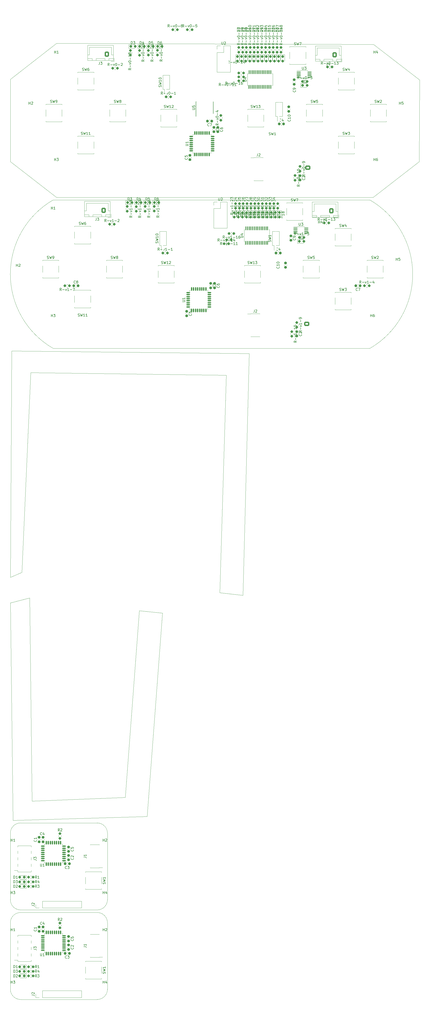
<source format=gbr>
%TF.GenerationSoftware,KiCad,Pcbnew,7.0.6-7.0.6~ubuntu20.04.1*%
%TF.CreationDate,2023-07-11T09:16:17+02:00*%
%TF.ProjectId,output_panel2023-07-11_071606.6965930000,6f757470-7574-45f7-9061-6e656c323032,rev?*%
%TF.SameCoordinates,Original*%
%TF.FileFunction,Legend,Top*%
%TF.FilePolarity,Positive*%
%FSLAX45Y45*%
G04 Gerber Fmt 4.5, Leading zero omitted, Abs format (unit mm)*
G04 Created by KiCad (PCBNEW 7.0.6-7.0.6~ubuntu20.04.1) date 2023-07-11 09:16:17*
%MOMM*%
%LPD*%
G01*
G04 APERTURE LIST*
G04 Aperture macros list*
%AMRoundRect*
0 Rectangle with rounded corners*
0 $1 Rounding radius*
0 $2 $3 $4 $5 $6 $7 $8 $9 X,Y pos of 4 corners*
0 Add a 4 corners polygon primitive as box body*
4,1,4,$2,$3,$4,$5,$6,$7,$8,$9,$2,$3,0*
0 Add four circle primitives for the rounded corners*
1,1,$1+$1,$2,$3*
1,1,$1+$1,$4,$5*
1,1,$1+$1,$6,$7*
1,1,$1+$1,$8,$9*
0 Add four rect primitives between the rounded corners*
20,1,$1+$1,$2,$3,$4,$5,0*
20,1,$1+$1,$4,$5,$6,$7,0*
20,1,$1+$1,$6,$7,$8,$9,0*
20,1,$1+$1,$8,$9,$2,$3,0*%
G04 Aperture macros list end*
%TA.AperFunction,Profile*%
%ADD10C,0.100000*%
%TD*%
%TA.AperFunction,Profile*%
%ADD11C,0.050000*%
%TD*%
%ADD12C,0.150000*%
%ADD13C,0.120000*%
%ADD14RoundRect,0.237500X-0.237500X0.300000X-0.237500X-0.300000X0.237500X-0.300000X0.237500X0.300000X0*%
%ADD15RoundRect,0.237500X-0.237500X0.287500X-0.237500X-0.287500X0.237500X-0.287500X0.237500X0.287500X0*%
%ADD16R,1.550000X1.300000*%
%ADD17RoundRect,0.237500X0.237500X-0.250000X0.237500X0.250000X-0.237500X0.250000X-0.237500X-0.250000X0*%
%ADD18RoundRect,0.100000X-0.712500X-0.100000X0.712500X-0.100000X0.712500X0.100000X-0.712500X0.100000X0*%
%ADD19RoundRect,0.237500X0.237500X-0.300000X0.237500X0.300000X-0.237500X0.300000X-0.237500X-0.300000X0*%
%ADD20RoundRect,0.250000X0.600000X0.725000X-0.600000X0.725000X-0.600000X-0.725000X0.600000X-0.725000X0*%
%ADD21O,1.700000X1.950000*%
%ADD22RoundRect,0.237500X0.250000X0.237500X-0.250000X0.237500X-0.250000X-0.237500X0.250000X-0.237500X0*%
%ADD23R,2.400000X0.740000*%
%ADD24RoundRect,0.237500X-0.237500X0.250000X-0.237500X-0.250000X0.237500X-0.250000X0.237500X0.250000X0*%
%ADD25R,1.700000X1.700000*%
%ADD26O,1.700000X1.700000*%
%ADD27RoundRect,0.237500X-0.250000X-0.237500X0.250000X-0.237500X0.250000X0.237500X-0.250000X0.237500X0*%
%ADD28R,3.000000X1.000000*%
%ADD29R,0.400000X1.000000*%
%ADD30RoundRect,0.100000X0.100000X-0.637500X0.100000X0.637500X-0.100000X0.637500X-0.100000X-0.637500X0*%
%ADD31RoundRect,0.237500X-0.287500X-0.237500X0.287500X-0.237500X0.287500X0.237500X-0.287500X0.237500X0*%
%ADD32RoundRect,0.237500X0.287500X0.237500X-0.287500X0.237500X-0.287500X-0.237500X0.287500X-0.237500X0*%
%ADD33C,5.600000*%
%ADD34RoundRect,0.125000X0.125000X-0.625000X0.125000X0.625000X-0.125000X0.625000X-0.125000X-0.625000X0*%
%ADD35RoundRect,0.125000X0.625000X-0.125000X0.625000X0.125000X-0.625000X0.125000X-0.625000X-0.125000X0*%
%ADD36RoundRect,0.125000X0.625000X0.125000X-0.625000X0.125000X-0.625000X-0.125000X0.625000X-0.125000X0*%
%ADD37RoundRect,0.125000X0.125000X0.625000X-0.125000X0.625000X-0.125000X-0.625000X0.125000X-0.625000X0*%
%ADD38RoundRect,0.237500X0.300000X0.237500X-0.300000X0.237500X-0.300000X-0.237500X0.300000X-0.237500X0*%
%ADD39RoundRect,0.237500X-0.300000X-0.237500X0.300000X-0.237500X0.300000X0.237500X-0.300000X0.237500X0*%
%ADD40R,0.760000X1.600000*%
%ADD41RoundRect,0.250000X-0.750000X0.600000X-0.750000X-0.600000X0.750000X-0.600000X0.750000X0.600000X0*%
%ADD42O,2.000000X1.700000*%
G04 APERTURE END LIST*
D10*
X1723822Y-6170000D02*
X14123822Y-6170000D01*
D11*
X49996Y-21918003D02*
X149997Y-30418003D01*
X99999Y-12069997D02*
X9399999Y-12169997D01*
X5099997Y-22218003D02*
X4549997Y-29518003D01*
D10*
X3450000Y-33917982D02*
G75*
G03*
X3850000Y-33517982I0J400000D01*
G01*
X16070000Y-1480000D02*
X16050000Y-4670000D01*
X3849998Y-30917982D02*
G75*
G03*
X3450000Y-30517982I-399998J2D01*
G01*
D11*
X499999Y-20719997D02*
X49999Y-20919997D01*
D10*
X50000Y-1450000D02*
X1850000Y-50000D01*
D11*
X9399999Y-12169997D02*
X9149999Y-21619997D01*
X49999Y-20919997D02*
X99999Y-12069997D01*
X849999Y-12919997D02*
X499999Y-20719997D01*
D10*
X50000Y-37017982D02*
X50000Y-34417982D01*
X450000Y-34017982D02*
G75*
G03*
X50000Y-34417982I0J-400000D01*
G01*
X50000Y-33517982D02*
X50000Y-30917982D01*
D11*
X149997Y-30418003D02*
X5399997Y-30268003D01*
D10*
X450000Y-30517982D02*
G75*
G03*
X50000Y-30917982I0J-400000D01*
G01*
D11*
X799996Y-21718003D02*
X49996Y-21918003D01*
X4549997Y-29518003D02*
X899996Y-29668003D01*
X1723822Y-6170000D02*
G75*
G03*
X1723822Y-11970000I1674316J-2900000D01*
G01*
X8499999Y-13019997D02*
X849999Y-12919997D01*
D10*
X14270000Y-90000D02*
X16070000Y-1480000D01*
X3450000Y-37417982D02*
X450000Y-37417982D01*
X450000Y-30517982D02*
X3450000Y-30517982D01*
X3849998Y-34417982D02*
G75*
G03*
X3450000Y-34017982I-399998J2D01*
G01*
X3850000Y-30917982D02*
X3850000Y-33517982D01*
X1723822Y-11970000D02*
X14123822Y-11970000D01*
D11*
X899996Y-29668003D02*
X799996Y-21718003D01*
X5399997Y-30268003D02*
X5999996Y-22318003D01*
X14123822Y-11970000D02*
G75*
G03*
X14123822Y-6170000I-1674316J2900000D01*
G01*
D10*
X1850000Y-50000D02*
X14270000Y-90000D01*
X450000Y-34017982D02*
X3450000Y-34017982D01*
X3450000Y-33917982D02*
X450000Y-33917982D01*
X50000Y-33517982D02*
G75*
G03*
X450000Y-33917982I400000J0D01*
G01*
X14250000Y-6070000D02*
X1850000Y-6070000D01*
X50000Y-37017982D02*
G75*
G03*
X450000Y-37417982I400000J0D01*
G01*
X3450000Y-37417982D02*
G75*
G03*
X3850000Y-37017982I0J400000D01*
G01*
D11*
X8249999Y-21519997D02*
X8499999Y-13019997D01*
D10*
X1850000Y-6070000D02*
X50000Y-4670000D01*
X50000Y-4670000D02*
X50000Y-1450000D01*
D11*
X9149999Y-21619997D02*
X8249999Y-21519997D01*
D10*
X16050000Y-4670000D02*
X14250000Y-6070000D01*
X3850000Y-34417982D02*
X3850000Y-37017982D01*
D11*
X5999996Y-22318003D02*
X5099997Y-22218003D01*
D12*
X8351358Y-3433866D02*
X8356120Y-3438628D01*
X8356120Y-3438628D02*
X8360882Y-3452914D01*
X8360882Y-3452914D02*
X8360882Y-3462438D01*
X8360882Y-3462438D02*
X8356120Y-3476723D01*
X8356120Y-3476723D02*
X8346596Y-3486247D01*
X8346596Y-3486247D02*
X8337072Y-3491009D01*
X8337072Y-3491009D02*
X8318025Y-3495771D01*
X8318025Y-3495771D02*
X8303739Y-3495771D01*
X8303739Y-3495771D02*
X8284691Y-3491009D01*
X8284691Y-3491009D02*
X8275168Y-3486247D01*
X8275168Y-3486247D02*
X8265644Y-3476723D01*
X8265644Y-3476723D02*
X8260882Y-3462438D01*
X8260882Y-3462438D02*
X8260882Y-3452914D01*
X8260882Y-3452914D02*
X8265644Y-3438628D01*
X8265644Y-3438628D02*
X8270406Y-3433866D01*
X8260882Y-3348152D02*
X8260882Y-3367200D01*
X8260882Y-3367200D02*
X8265644Y-3376723D01*
X8265644Y-3376723D02*
X8270406Y-3381485D01*
X8270406Y-3381485D02*
X8284691Y-3391009D01*
X8284691Y-3391009D02*
X8303739Y-3395771D01*
X8303739Y-3395771D02*
X8341834Y-3395771D01*
X8341834Y-3395771D02*
X8351358Y-3391009D01*
X8351358Y-3391009D02*
X8356120Y-3386247D01*
X8356120Y-3386247D02*
X8360882Y-3376723D01*
X8360882Y-3376723D02*
X8360882Y-3357676D01*
X8360882Y-3357676D02*
X8356120Y-3348152D01*
X8356120Y-3348152D02*
X8351358Y-3343390D01*
X8351358Y-3343390D02*
X8341834Y-3338628D01*
X8341834Y-3338628D02*
X8318025Y-3338628D01*
X8318025Y-3338628D02*
X8308501Y-3343390D01*
X8308501Y-3343390D02*
X8303739Y-3348152D01*
X8303739Y-3348152D02*
X8298977Y-3357676D01*
X8298977Y-3357676D02*
X8298977Y-3376723D01*
X8298977Y-3376723D02*
X8303739Y-3386247D01*
X8303739Y-3386247D02*
X8308501Y-3391009D01*
X8308501Y-3391009D02*
X8318025Y-3395771D01*
X9475482Y408572D02*
X9375482Y408572D01*
X9375482Y408572D02*
X9375482Y432381D01*
X9375482Y432381D02*
X9380244Y446667D01*
X9380244Y446667D02*
X9389768Y456191D01*
X9389768Y456191D02*
X9399291Y460953D01*
X9399291Y460953D02*
X9418339Y465714D01*
X9418339Y465714D02*
X9432625Y465714D01*
X9432625Y465714D02*
X9451672Y460953D01*
X9451672Y460953D02*
X9461196Y456191D01*
X9461196Y456191D02*
X9470720Y446667D01*
X9470720Y446667D02*
X9475482Y432381D01*
X9475482Y432381D02*
X9475482Y408572D01*
X9475482Y560953D02*
X9475482Y503810D01*
X9475482Y532381D02*
X9375482Y532381D01*
X9375482Y532381D02*
X9389768Y522857D01*
X9389768Y522857D02*
X9399291Y513334D01*
X9399291Y513334D02*
X9404053Y503810D01*
X9375482Y622857D02*
X9375482Y632381D01*
X9375482Y632381D02*
X9380244Y641905D01*
X9380244Y641905D02*
X9385006Y646667D01*
X9385006Y646667D02*
X9394530Y651429D01*
X9394530Y651429D02*
X9413577Y656191D01*
X9413577Y656191D02*
X9437387Y656191D01*
X9437387Y656191D02*
X9456434Y651429D01*
X9456434Y651429D02*
X9465958Y646667D01*
X9465958Y646667D02*
X9470720Y641905D01*
X9470720Y641905D02*
X9475482Y632381D01*
X9475482Y632381D02*
X9475482Y622857D01*
X9475482Y622857D02*
X9470720Y613334D01*
X9470720Y613334D02*
X9465958Y608572D01*
X9465958Y608572D02*
X9456434Y603810D01*
X9456434Y603810D02*
X9437387Y599048D01*
X9437387Y599048D02*
X9413577Y599048D01*
X9413577Y599048D02*
X9394530Y603810D01*
X9394530Y603810D02*
X9385006Y608572D01*
X9385006Y608572D02*
X9380244Y613334D01*
X9380244Y613334D02*
X9375482Y622857D01*
X3765720Y-36401316D02*
X3770482Y-36387030D01*
X3770482Y-36387030D02*
X3770482Y-36363220D01*
X3770482Y-36363220D02*
X3765720Y-36353697D01*
X3765720Y-36353697D02*
X3760958Y-36348935D01*
X3760958Y-36348935D02*
X3751434Y-36344173D01*
X3751434Y-36344173D02*
X3741910Y-36344173D01*
X3741910Y-36344173D02*
X3732387Y-36348935D01*
X3732387Y-36348935D02*
X3727625Y-36353697D01*
X3727625Y-36353697D02*
X3722863Y-36363220D01*
X3722863Y-36363220D02*
X3718101Y-36382268D01*
X3718101Y-36382268D02*
X3713339Y-36391792D01*
X3713339Y-36391792D02*
X3708577Y-36396554D01*
X3708577Y-36396554D02*
X3699053Y-36401316D01*
X3699053Y-36401316D02*
X3689529Y-36401316D01*
X3689529Y-36401316D02*
X3680006Y-36396554D01*
X3680006Y-36396554D02*
X3675244Y-36391792D01*
X3675244Y-36391792D02*
X3670482Y-36382268D01*
X3670482Y-36382268D02*
X3670482Y-36358458D01*
X3670482Y-36358458D02*
X3675244Y-36344173D01*
X3670482Y-36310839D02*
X3770482Y-36287030D01*
X3770482Y-36287030D02*
X3699053Y-36267982D01*
X3699053Y-36267982D02*
X3770482Y-36248935D01*
X3770482Y-36248935D02*
X3670482Y-36225125D01*
X3770482Y-36134649D02*
X3770482Y-36191792D01*
X3770482Y-36163220D02*
X3670482Y-36163220D01*
X3670482Y-36163220D02*
X3684768Y-36172744D01*
X3684768Y-36172744D02*
X3694291Y-36182268D01*
X3694291Y-36182268D02*
X3699053Y-36191792D01*
X9175482Y416191D02*
X9075482Y416191D01*
X9075482Y416191D02*
X9075482Y440000D01*
X9075482Y440000D02*
X9080244Y454286D01*
X9080244Y454286D02*
X9089768Y463810D01*
X9089768Y463810D02*
X9099291Y468572D01*
X9099291Y468572D02*
X9118339Y473334D01*
X9118339Y473334D02*
X9132625Y473334D01*
X9132625Y473334D02*
X9151672Y468572D01*
X9151672Y468572D02*
X9161196Y463810D01*
X9161196Y463810D02*
X9170720Y454286D01*
X9170720Y454286D02*
X9175482Y440000D01*
X9175482Y440000D02*
X9175482Y416191D01*
X9118339Y530477D02*
X9113577Y520953D01*
X9113577Y520953D02*
X9108815Y516191D01*
X9108815Y516191D02*
X9099291Y511429D01*
X9099291Y511429D02*
X9094530Y511429D01*
X9094530Y511429D02*
X9085006Y516191D01*
X9085006Y516191D02*
X9080244Y520953D01*
X9080244Y520953D02*
X9075482Y530477D01*
X9075482Y530477D02*
X9075482Y549524D01*
X9075482Y549524D02*
X9080244Y559048D01*
X9080244Y559048D02*
X9085006Y563810D01*
X9085006Y563810D02*
X9094530Y568572D01*
X9094530Y568572D02*
X9099291Y568572D01*
X9099291Y568572D02*
X9108815Y563810D01*
X9108815Y563810D02*
X9113577Y559048D01*
X9113577Y559048D02*
X9118339Y549524D01*
X9118339Y549524D02*
X9118339Y530477D01*
X9118339Y530477D02*
X9123101Y520953D01*
X9123101Y520953D02*
X9127863Y516191D01*
X9127863Y516191D02*
X9137387Y511429D01*
X9137387Y511429D02*
X9156434Y511429D01*
X9156434Y511429D02*
X9165958Y516191D01*
X9165958Y516191D02*
X9170720Y520953D01*
X9170720Y520953D02*
X9175482Y530477D01*
X9175482Y530477D02*
X9175482Y549524D01*
X9175482Y549524D02*
X9170720Y559048D01*
X9170720Y559048D02*
X9165958Y563810D01*
X9165958Y563810D02*
X9156434Y568572D01*
X9156434Y568572D02*
X9137387Y568572D01*
X9137387Y568572D02*
X9127863Y563810D01*
X9127863Y563810D02*
X9123101Y559048D01*
X9123101Y559048D02*
X9118339Y549524D01*
X14190489Y-8460720D02*
X14204775Y-8465482D01*
X14204775Y-8465482D02*
X14228584Y-8465482D01*
X14228584Y-8465482D02*
X14238108Y-8460720D01*
X14238108Y-8460720D02*
X14242870Y-8455958D01*
X14242870Y-8455958D02*
X14247632Y-8446434D01*
X14247632Y-8446434D02*
X14247632Y-8436910D01*
X14247632Y-8436910D02*
X14242870Y-8427386D01*
X14242870Y-8427386D02*
X14238108Y-8422624D01*
X14238108Y-8422624D02*
X14228584Y-8417863D01*
X14228584Y-8417863D02*
X14209536Y-8413101D01*
X14209536Y-8413101D02*
X14200013Y-8408339D01*
X14200013Y-8408339D02*
X14195251Y-8403577D01*
X14195251Y-8403577D02*
X14190489Y-8394053D01*
X14190489Y-8394053D02*
X14190489Y-8384529D01*
X14190489Y-8384529D02*
X14195251Y-8375005D01*
X14195251Y-8375005D02*
X14200013Y-8370243D01*
X14200013Y-8370243D02*
X14209536Y-8365482D01*
X14209536Y-8365482D02*
X14233346Y-8365482D01*
X14233346Y-8365482D02*
X14247632Y-8370243D01*
X14280965Y-8365482D02*
X14304775Y-8465482D01*
X14304775Y-8465482D02*
X14323822Y-8394053D01*
X14323822Y-8394053D02*
X14342870Y-8465482D01*
X14342870Y-8465482D02*
X14366679Y-8365482D01*
X14400013Y-8375005D02*
X14404775Y-8370243D01*
X14404775Y-8370243D02*
X14414298Y-8365482D01*
X14414298Y-8365482D02*
X14438108Y-8365482D01*
X14438108Y-8365482D02*
X14447632Y-8370243D01*
X14447632Y-8370243D02*
X14452394Y-8375005D01*
X14452394Y-8375005D02*
X14457155Y-8384529D01*
X14457155Y-8384529D02*
X14457155Y-8394053D01*
X14457155Y-8394053D02*
X14452394Y-8408339D01*
X14452394Y-8408339D02*
X14395251Y-8465482D01*
X14395251Y-8465482D02*
X14457155Y-8465482D01*
X10449804Y-6871428D02*
X10349804Y-6871428D01*
X10349804Y-6871428D02*
X10349804Y-6847619D01*
X10349804Y-6847619D02*
X10354566Y-6833333D01*
X10354566Y-6833333D02*
X10364090Y-6823809D01*
X10364090Y-6823809D02*
X10373614Y-6819047D01*
X10373614Y-6819047D02*
X10392661Y-6814285D01*
X10392661Y-6814285D02*
X10406947Y-6814285D01*
X10406947Y-6814285D02*
X10425995Y-6819047D01*
X10425995Y-6819047D02*
X10435518Y-6823809D01*
X10435518Y-6823809D02*
X10445042Y-6833333D01*
X10445042Y-6833333D02*
X10449804Y-6847619D01*
X10449804Y-6847619D02*
X10449804Y-6871428D01*
X10449804Y-6719047D02*
X10449804Y-6776190D01*
X10449804Y-6747619D02*
X10349804Y-6747619D01*
X10349804Y-6747619D02*
X10364090Y-6757142D01*
X10364090Y-6757142D02*
X10373614Y-6766666D01*
X10373614Y-6766666D02*
X10378376Y-6776190D01*
X10349804Y-6633333D02*
X10349804Y-6652381D01*
X10349804Y-6652381D02*
X10354566Y-6661904D01*
X10354566Y-6661904D02*
X10359328Y-6666666D01*
X10359328Y-6666666D02*
X10373614Y-6676190D01*
X10373614Y-6676190D02*
X10392661Y-6680952D01*
X10392661Y-6680952D02*
X10430756Y-6680952D01*
X10430756Y-6680952D02*
X10440280Y-6676190D01*
X10440280Y-6676190D02*
X10445042Y-6671428D01*
X10445042Y-6671428D02*
X10449804Y-6661904D01*
X10449804Y-6661904D02*
X10449804Y-6642857D01*
X10449804Y-6642857D02*
X10445042Y-6633333D01*
X10445042Y-6633333D02*
X10440280Y-6628571D01*
X10440280Y-6628571D02*
X10430756Y-6623809D01*
X10430756Y-6623809D02*
X10406947Y-6623809D01*
X10406947Y-6623809D02*
X10397423Y-6628571D01*
X10397423Y-6628571D02*
X10392661Y-6633333D01*
X10392661Y-6633333D02*
X10387899Y-6642857D01*
X10387899Y-6642857D02*
X10387899Y-6661904D01*
X10387899Y-6661904D02*
X10392661Y-6671428D01*
X10392661Y-6671428D02*
X10397423Y-6676190D01*
X10397423Y-6676190D02*
X10406947Y-6680952D01*
X8225180Y-9533866D02*
X8229942Y-9538628D01*
X8229942Y-9538628D02*
X8234704Y-9552914D01*
X8234704Y-9552914D02*
X8234704Y-9562438D01*
X8234704Y-9562438D02*
X8229942Y-9576723D01*
X8229942Y-9576723D02*
X8220418Y-9586247D01*
X8220418Y-9586247D02*
X8210894Y-9591009D01*
X8210894Y-9591009D02*
X8191847Y-9595771D01*
X8191847Y-9595771D02*
X8177561Y-9595771D01*
X8177561Y-9595771D02*
X8158514Y-9591009D01*
X8158514Y-9591009D02*
X8148990Y-9586247D01*
X8148990Y-9586247D02*
X8139466Y-9576723D01*
X8139466Y-9576723D02*
X8134704Y-9562438D01*
X8134704Y-9562438D02*
X8134704Y-9552914D01*
X8134704Y-9552914D02*
X8139466Y-9538628D01*
X8139466Y-9538628D02*
X8144228Y-9533866D01*
X8134704Y-9448152D02*
X8134704Y-9467200D01*
X8134704Y-9467200D02*
X8139466Y-9476723D01*
X8139466Y-9476723D02*
X8144228Y-9481485D01*
X8144228Y-9481485D02*
X8158514Y-9491009D01*
X8158514Y-9491009D02*
X8177561Y-9495771D01*
X8177561Y-9495771D02*
X8215656Y-9495771D01*
X8215656Y-9495771D02*
X8225180Y-9491009D01*
X8225180Y-9491009D02*
X8229942Y-9486247D01*
X8229942Y-9486247D02*
X8234704Y-9476723D01*
X8234704Y-9476723D02*
X8234704Y-9457676D01*
X8234704Y-9457676D02*
X8229942Y-9448152D01*
X8229942Y-9448152D02*
X8225180Y-9443390D01*
X8225180Y-9443390D02*
X8215656Y-9438628D01*
X8215656Y-9438628D02*
X8191847Y-9438628D01*
X8191847Y-9438628D02*
X8182323Y-9443390D01*
X8182323Y-9443390D02*
X8177561Y-9448152D01*
X8177561Y-9448152D02*
X8172799Y-9457676D01*
X8172799Y-9457676D02*
X8172799Y-9476723D01*
X8172799Y-9476723D02*
X8177561Y-9486247D01*
X8177561Y-9486247D02*
X8182323Y-9491009D01*
X8182323Y-9491009D02*
X8191847Y-9495771D01*
X10695482Y-43809D02*
X10647863Y-77143D01*
X10695482Y-100952D02*
X10595482Y-100952D01*
X10595482Y-100952D02*
X10595482Y-62857D01*
X10595482Y-62857D02*
X10600244Y-53333D01*
X10600244Y-53333D02*
X10605006Y-48571D01*
X10605006Y-48571D02*
X10614530Y-43809D01*
X10614530Y-43809D02*
X10628815Y-43809D01*
X10628815Y-43809D02*
X10638339Y-48571D01*
X10638339Y-48571D02*
X10643101Y-53333D01*
X10643101Y-53333D02*
X10647863Y-62857D01*
X10647863Y-62857D02*
X10647863Y-100952D01*
X10657387Y-952D02*
X10657387Y75238D01*
X10628815Y113334D02*
X10695482Y137143D01*
X10695482Y137143D02*
X10628815Y160953D01*
X10595482Y218095D02*
X10595482Y227619D01*
X10595482Y227619D02*
X10600244Y237143D01*
X10600244Y237143D02*
X10605006Y241905D01*
X10605006Y241905D02*
X10614530Y246667D01*
X10614530Y246667D02*
X10633577Y251429D01*
X10633577Y251429D02*
X10657387Y251429D01*
X10657387Y251429D02*
X10676434Y246667D01*
X10676434Y246667D02*
X10685958Y241905D01*
X10685958Y241905D02*
X10690720Y237143D01*
X10690720Y237143D02*
X10695482Y227619D01*
X10695482Y227619D02*
X10695482Y218095D01*
X10695482Y218095D02*
X10690720Y208572D01*
X10690720Y208572D02*
X10685958Y203810D01*
X10685958Y203810D02*
X10676434Y199048D01*
X10676434Y199048D02*
X10657387Y194286D01*
X10657387Y194286D02*
X10633577Y194286D01*
X10633577Y194286D02*
X10614530Y199048D01*
X10614530Y199048D02*
X10605006Y203810D01*
X10605006Y203810D02*
X10600244Y208572D01*
X10600244Y208572D02*
X10595482Y218095D01*
X10657387Y294286D02*
X10657387Y370476D01*
X10595482Y408572D02*
X10595482Y470476D01*
X10595482Y470476D02*
X10633577Y437143D01*
X10633577Y437143D02*
X10633577Y451429D01*
X10633577Y451429D02*
X10638339Y460953D01*
X10638339Y460953D02*
X10643101Y465714D01*
X10643101Y465714D02*
X10652625Y470476D01*
X10652625Y470476D02*
X10676434Y470476D01*
X10676434Y470476D02*
X10685958Y465714D01*
X10685958Y465714D02*
X10690720Y460953D01*
X10690720Y460953D02*
X10695482Y451429D01*
X10695482Y451429D02*
X10695482Y422857D01*
X10695482Y422857D02*
X10690720Y413334D01*
X10690720Y413334D02*
X10685958Y408572D01*
X10628815Y556191D02*
X10695482Y556191D01*
X10590720Y532381D02*
X10662149Y508572D01*
X10662149Y508572D02*
X10662149Y570476D01*
X11347632Y-7070482D02*
X11347632Y-7151434D01*
X11347632Y-7151434D02*
X11352394Y-7160958D01*
X11352394Y-7160958D02*
X11357155Y-7165720D01*
X11357155Y-7165720D02*
X11366679Y-7170482D01*
X11366679Y-7170482D02*
X11385727Y-7170482D01*
X11385727Y-7170482D02*
X11395251Y-7165720D01*
X11395251Y-7165720D02*
X11400013Y-7160958D01*
X11400013Y-7160958D02*
X11404774Y-7151434D01*
X11404774Y-7151434D02*
X11404774Y-7070482D01*
X11442870Y-7070482D02*
X11504774Y-7070482D01*
X11504774Y-7070482D02*
X11471441Y-7108577D01*
X11471441Y-7108577D02*
X11485727Y-7108577D01*
X11485727Y-7108577D02*
X11495251Y-7113339D01*
X11495251Y-7113339D02*
X11500013Y-7118101D01*
X11500013Y-7118101D02*
X11504774Y-7127624D01*
X11504774Y-7127624D02*
X11504774Y-7151434D01*
X11504774Y-7151434D02*
X11500013Y-7160958D01*
X11500013Y-7160958D02*
X11495251Y-7165720D01*
X11495251Y-7165720D02*
X11485727Y-7170482D01*
X11485727Y-7170482D02*
X11457155Y-7170482D01*
X11457155Y-7170482D02*
X11447632Y-7165720D01*
X11447632Y-7165720D02*
X11442870Y-7160958D01*
X1283333Y-30978940D02*
X1278571Y-30983702D01*
X1278571Y-30983702D02*
X1264286Y-30988464D01*
X1264286Y-30988464D02*
X1254762Y-30988464D01*
X1254762Y-30988464D02*
X1240476Y-30983702D01*
X1240476Y-30983702D02*
X1230952Y-30974178D01*
X1230952Y-30974178D02*
X1226191Y-30964655D01*
X1226191Y-30964655D02*
X1221429Y-30945607D01*
X1221429Y-30945607D02*
X1221429Y-30931321D01*
X1221429Y-30931321D02*
X1226191Y-30912274D01*
X1226191Y-30912274D02*
X1230952Y-30902750D01*
X1230952Y-30902750D02*
X1240476Y-30893226D01*
X1240476Y-30893226D02*
X1254762Y-30888464D01*
X1254762Y-30888464D02*
X1264286Y-30888464D01*
X1264286Y-30888464D02*
X1278571Y-30893226D01*
X1278571Y-30893226D02*
X1283333Y-30897988D01*
X1369048Y-30921797D02*
X1369048Y-30988464D01*
X1345238Y-30883702D02*
X1321429Y-30955131D01*
X1321429Y-30955131D02*
X1383333Y-30955131D01*
X8072780Y-9533866D02*
X8077542Y-9538628D01*
X8077542Y-9538628D02*
X8082304Y-9552914D01*
X8082304Y-9552914D02*
X8082304Y-9562438D01*
X8082304Y-9562438D02*
X8077542Y-9576723D01*
X8077542Y-9576723D02*
X8068018Y-9586247D01*
X8068018Y-9586247D02*
X8058494Y-9591009D01*
X8058494Y-9591009D02*
X8039447Y-9595771D01*
X8039447Y-9595771D02*
X8025161Y-9595771D01*
X8025161Y-9595771D02*
X8006114Y-9591009D01*
X8006114Y-9591009D02*
X7996590Y-9586247D01*
X7996590Y-9586247D02*
X7987066Y-9576723D01*
X7987066Y-9576723D02*
X7982304Y-9562438D01*
X7982304Y-9562438D02*
X7982304Y-9552914D01*
X7982304Y-9552914D02*
X7987066Y-9538628D01*
X7987066Y-9538628D02*
X7991828Y-9533866D01*
X7982304Y-9500533D02*
X7982304Y-9438628D01*
X7982304Y-9438628D02*
X8020399Y-9471962D01*
X8020399Y-9471962D02*
X8020399Y-9457676D01*
X8020399Y-9457676D02*
X8025161Y-9448152D01*
X8025161Y-9448152D02*
X8029923Y-9443390D01*
X8029923Y-9443390D02*
X8039447Y-9438628D01*
X8039447Y-9438628D02*
X8063256Y-9438628D01*
X8063256Y-9438628D02*
X8072780Y-9443390D01*
X8072780Y-9443390D02*
X8077542Y-9448152D01*
X8077542Y-9448152D02*
X8082304Y-9457676D01*
X8082304Y-9457676D02*
X8082304Y-9486247D01*
X8082304Y-9486247D02*
X8077542Y-9495771D01*
X8077542Y-9495771D02*
X8072780Y-9500533D01*
X3415489Y-6872982D02*
X3415489Y-6944410D01*
X3415489Y-6944410D02*
X3410727Y-6958696D01*
X3410727Y-6958696D02*
X3401203Y-6968220D01*
X3401203Y-6968220D02*
X3386917Y-6972982D01*
X3386917Y-6972982D02*
X3377394Y-6972982D01*
X3453584Y-6872982D02*
X3515489Y-6872982D01*
X3515489Y-6872982D02*
X3482155Y-6911077D01*
X3482155Y-6911077D02*
X3496441Y-6911077D01*
X3496441Y-6911077D02*
X3505965Y-6915839D01*
X3505965Y-6915839D02*
X3510727Y-6920601D01*
X3510727Y-6920601D02*
X3515489Y-6930124D01*
X3515489Y-6930124D02*
X3515489Y-6953934D01*
X3515489Y-6953934D02*
X3510727Y-6963458D01*
X3510727Y-6963458D02*
X3505965Y-6968220D01*
X3505965Y-6968220D02*
X3496441Y-6972982D01*
X3496441Y-6972982D02*
X3467870Y-6972982D01*
X3467870Y-6972982D02*
X3458346Y-6968220D01*
X3458346Y-6968220D02*
X3453584Y-6963458D01*
X2511958Y-31889899D02*
X2516720Y-31894661D01*
X2516720Y-31894661D02*
X2521482Y-31908946D01*
X2521482Y-31908946D02*
X2521482Y-31918470D01*
X2521482Y-31918470D02*
X2516720Y-31932756D01*
X2516720Y-31932756D02*
X2507196Y-31942280D01*
X2507196Y-31942280D02*
X2497672Y-31947042D01*
X2497672Y-31947042D02*
X2478625Y-31951804D01*
X2478625Y-31951804D02*
X2464339Y-31951804D01*
X2464339Y-31951804D02*
X2445291Y-31947042D01*
X2445291Y-31947042D02*
X2435768Y-31942280D01*
X2435768Y-31942280D02*
X2426244Y-31932756D01*
X2426244Y-31932756D02*
X2421482Y-31918470D01*
X2421482Y-31918470D02*
X2421482Y-31908946D01*
X2421482Y-31908946D02*
X2426244Y-31894661D01*
X2426244Y-31894661D02*
X2431006Y-31889899D01*
X2431006Y-31851804D02*
X2426244Y-31847042D01*
X2426244Y-31847042D02*
X2421482Y-31837518D01*
X2421482Y-31837518D02*
X2421482Y-31813708D01*
X2421482Y-31813708D02*
X2426244Y-31804185D01*
X2426244Y-31804185D02*
X2431006Y-31799423D01*
X2431006Y-31799423D02*
X2440530Y-31794661D01*
X2440530Y-31794661D02*
X2450053Y-31794661D01*
X2450053Y-31794661D02*
X2464339Y-31799423D01*
X2464339Y-31799423D02*
X2521482Y-31856565D01*
X2521482Y-31856565D02*
X2521482Y-31794661D01*
X10095482Y-43809D02*
X10047863Y-77143D01*
X10095482Y-100952D02*
X9995482Y-100952D01*
X9995482Y-100952D02*
X9995482Y-62857D01*
X9995482Y-62857D02*
X10000244Y-53333D01*
X10000244Y-53333D02*
X10005006Y-48571D01*
X10005006Y-48571D02*
X10014530Y-43809D01*
X10014530Y-43809D02*
X10028815Y-43809D01*
X10028815Y-43809D02*
X10038339Y-48571D01*
X10038339Y-48571D02*
X10043101Y-53333D01*
X10043101Y-53333D02*
X10047863Y-62857D01*
X10047863Y-62857D02*
X10047863Y-100952D01*
X10057387Y-952D02*
X10057387Y75238D01*
X10028815Y113334D02*
X10095482Y137143D01*
X10095482Y137143D02*
X10028815Y160953D01*
X9995482Y218095D02*
X9995482Y227619D01*
X9995482Y227619D02*
X10000244Y237143D01*
X10000244Y237143D02*
X10005006Y241905D01*
X10005006Y241905D02*
X10014530Y246667D01*
X10014530Y246667D02*
X10033577Y251429D01*
X10033577Y251429D02*
X10057387Y251429D01*
X10057387Y251429D02*
X10076434Y246667D01*
X10076434Y246667D02*
X10085958Y241905D01*
X10085958Y241905D02*
X10090720Y237143D01*
X10090720Y237143D02*
X10095482Y227619D01*
X10095482Y227619D02*
X10095482Y218095D01*
X10095482Y218095D02*
X10090720Y208572D01*
X10090720Y208572D02*
X10085958Y203810D01*
X10085958Y203810D02*
X10076434Y199048D01*
X10076434Y199048D02*
X10057387Y194286D01*
X10057387Y194286D02*
X10033577Y194286D01*
X10033577Y194286D02*
X10014530Y199048D01*
X10014530Y199048D02*
X10005006Y203810D01*
X10005006Y203810D02*
X10000244Y208572D01*
X10000244Y208572D02*
X9995482Y218095D01*
X10057387Y294286D02*
X10057387Y370476D01*
X9995482Y408572D02*
X9995482Y470476D01*
X9995482Y470476D02*
X10033577Y437143D01*
X10033577Y437143D02*
X10033577Y451429D01*
X10033577Y451429D02*
X10038339Y460953D01*
X10038339Y460953D02*
X10043101Y465714D01*
X10043101Y465714D02*
X10052625Y470476D01*
X10052625Y470476D02*
X10076434Y470476D01*
X10076434Y470476D02*
X10085958Y465714D01*
X10085958Y465714D02*
X10090720Y460953D01*
X10090720Y460953D02*
X10095482Y451429D01*
X10095482Y451429D02*
X10095482Y422857D01*
X10095482Y422857D02*
X10090720Y413334D01*
X10090720Y413334D02*
X10085958Y408572D01*
X9995482Y532381D02*
X9995482Y541905D01*
X9995482Y541905D02*
X10000244Y551429D01*
X10000244Y551429D02*
X10005006Y556191D01*
X10005006Y556191D02*
X10014530Y560953D01*
X10014530Y560953D02*
X10033577Y565715D01*
X10033577Y565715D02*
X10057387Y565715D01*
X10057387Y565715D02*
X10076434Y560953D01*
X10076434Y560953D02*
X10085958Y556191D01*
X10085958Y556191D02*
X10090720Y551429D01*
X10090720Y551429D02*
X10095482Y541905D01*
X10095482Y541905D02*
X10095482Y532381D01*
X10095482Y532381D02*
X10090720Y522857D01*
X10090720Y522857D02*
X10085958Y518095D01*
X10085958Y518095D02*
X10076434Y513334D01*
X10076434Y513334D02*
X10057387Y508572D01*
X10057387Y508572D02*
X10033577Y508572D01*
X10033577Y508572D02*
X10014530Y513334D01*
X10014530Y513334D02*
X10005006Y518095D01*
X10005006Y518095D02*
X10000244Y522857D01*
X10000244Y522857D02*
X9995482Y532381D01*
X8431013Y-7668482D02*
X8397679Y-7620862D01*
X8373870Y-7668482D02*
X8373870Y-7568482D01*
X8373870Y-7568482D02*
X8411965Y-7568482D01*
X8411965Y-7568482D02*
X8421489Y-7573243D01*
X8421489Y-7573243D02*
X8426251Y-7578005D01*
X8426251Y-7578005D02*
X8431013Y-7587529D01*
X8431013Y-7587529D02*
X8431013Y-7601815D01*
X8431013Y-7601815D02*
X8426251Y-7611339D01*
X8426251Y-7611339D02*
X8421489Y-7616101D01*
X8421489Y-7616101D02*
X8411965Y-7620862D01*
X8411965Y-7620862D02*
X8373870Y-7620862D01*
X8473870Y-7630386D02*
X8550060Y-7630386D01*
X8588156Y-7601815D02*
X8611965Y-7668482D01*
X8611965Y-7668482D02*
X8635775Y-7601815D01*
X8726251Y-7668482D02*
X8669108Y-7668482D01*
X8697679Y-7668482D02*
X8697679Y-7568482D01*
X8697679Y-7568482D02*
X8688156Y-7582767D01*
X8688156Y-7582767D02*
X8678632Y-7592291D01*
X8678632Y-7592291D02*
X8669108Y-7597053D01*
X8769108Y-7630386D02*
X8845298Y-7630386D01*
X8945298Y-7668482D02*
X8888156Y-7668482D01*
X8916727Y-7668482D02*
X8916727Y-7568482D01*
X8916727Y-7568482D02*
X8907203Y-7582767D01*
X8907203Y-7582767D02*
X8897679Y-7592291D01*
X8897679Y-7592291D02*
X8888156Y-7597053D01*
X9031013Y-7568482D02*
X9011965Y-7568482D01*
X9011965Y-7568482D02*
X9002441Y-7573243D01*
X9002441Y-7573243D02*
X8997679Y-7578005D01*
X8997679Y-7578005D02*
X8988156Y-7592291D01*
X8988156Y-7592291D02*
X8983394Y-7611339D01*
X8983394Y-7611339D02*
X8983394Y-7649434D01*
X8983394Y-7649434D02*
X8988156Y-7658958D01*
X8988156Y-7658958D02*
X8992917Y-7663720D01*
X8992917Y-7663720D02*
X9002441Y-7668482D01*
X9002441Y-7668482D02*
X9021489Y-7668482D01*
X9021489Y-7668482D02*
X9031013Y-7663720D01*
X9031013Y-7663720D02*
X9035775Y-7658958D01*
X9035775Y-7658958D02*
X9040536Y-7649434D01*
X9040536Y-7649434D02*
X9040536Y-7625624D01*
X9040536Y-7625624D02*
X9035775Y-7616101D01*
X9035775Y-7616101D02*
X9031013Y-7611339D01*
X9031013Y-7611339D02*
X9021489Y-7606577D01*
X9021489Y-7606577D02*
X9002441Y-7606577D01*
X9002441Y-7606577D02*
X8992917Y-7611339D01*
X8992917Y-7611339D02*
X8988156Y-7616101D01*
X8988156Y-7616101D02*
X8983394Y-7625624D01*
X1063958Y-34684649D02*
X1068720Y-34689411D01*
X1068720Y-34689411D02*
X1073482Y-34703697D01*
X1073482Y-34703697D02*
X1073482Y-34713220D01*
X1073482Y-34713220D02*
X1068720Y-34727506D01*
X1068720Y-34727506D02*
X1059196Y-34737030D01*
X1059196Y-34737030D02*
X1049672Y-34741792D01*
X1049672Y-34741792D02*
X1030625Y-34746554D01*
X1030625Y-34746554D02*
X1016339Y-34746554D01*
X1016339Y-34746554D02*
X997291Y-34741792D01*
X997291Y-34741792D02*
X987768Y-34737030D01*
X987768Y-34737030D02*
X978244Y-34727506D01*
X978244Y-34727506D02*
X973482Y-34713220D01*
X973482Y-34713220D02*
X973482Y-34703697D01*
X973482Y-34703697D02*
X978244Y-34689411D01*
X978244Y-34689411D02*
X983006Y-34684649D01*
X1073482Y-34589411D02*
X1073482Y-34646554D01*
X1073482Y-34617982D02*
X973482Y-34617982D01*
X973482Y-34617982D02*
X987768Y-34627506D01*
X987768Y-34627506D02*
X997291Y-34637030D01*
X997291Y-34637030D02*
X1002053Y-34646554D01*
X8280490Y-1707782D02*
X8247157Y-1660162D01*
X8223348Y-1707782D02*
X8223348Y-1607782D01*
X8223348Y-1607782D02*
X8261443Y-1607782D01*
X8261443Y-1607782D02*
X8270967Y-1612543D01*
X8270967Y-1612543D02*
X8275728Y-1617305D01*
X8275728Y-1617305D02*
X8280490Y-1626829D01*
X8280490Y-1626829D02*
X8280490Y-1641115D01*
X8280490Y-1641115D02*
X8275728Y-1650639D01*
X8275728Y-1650639D02*
X8270967Y-1655401D01*
X8270967Y-1655401D02*
X8261443Y-1660162D01*
X8261443Y-1660162D02*
X8223348Y-1660162D01*
X8323348Y-1669686D02*
X8399538Y-1669686D01*
X8437633Y-1641115D02*
X8461443Y-1707782D01*
X8461443Y-1707782D02*
X8485252Y-1641115D01*
X8542395Y-1607782D02*
X8551919Y-1607782D01*
X8551919Y-1607782D02*
X8561443Y-1612543D01*
X8561443Y-1612543D02*
X8566205Y-1617305D01*
X8566205Y-1617305D02*
X8570967Y-1626829D01*
X8570967Y-1626829D02*
X8575729Y-1645877D01*
X8575729Y-1645877D02*
X8575729Y-1669686D01*
X8575729Y-1669686D02*
X8570967Y-1688734D01*
X8570967Y-1688734D02*
X8566205Y-1698258D01*
X8566205Y-1698258D02*
X8561443Y-1703020D01*
X8561443Y-1703020D02*
X8551919Y-1707782D01*
X8551919Y-1707782D02*
X8542395Y-1707782D01*
X8542395Y-1707782D02*
X8532871Y-1703020D01*
X8532871Y-1703020D02*
X8528110Y-1698258D01*
X8528110Y-1698258D02*
X8523348Y-1688734D01*
X8523348Y-1688734D02*
X8518586Y-1669686D01*
X8518586Y-1669686D02*
X8518586Y-1645877D01*
X8518586Y-1645877D02*
X8523348Y-1626829D01*
X8523348Y-1626829D02*
X8528110Y-1617305D01*
X8528110Y-1617305D02*
X8532871Y-1612543D01*
X8532871Y-1612543D02*
X8542395Y-1607782D01*
X8618586Y-1669686D02*
X8694776Y-1669686D01*
X8794776Y-1707782D02*
X8737633Y-1707782D01*
X8766205Y-1707782D02*
X8766205Y-1607782D01*
X8766205Y-1607782D02*
X8756681Y-1622067D01*
X8756681Y-1622067D02*
X8747157Y-1631591D01*
X8747157Y-1631591D02*
X8737633Y-1636353D01*
X8890014Y-1707782D02*
X8832871Y-1707782D01*
X8861443Y-1707782D02*
X8861443Y-1607782D01*
X8861443Y-1607782D02*
X8851919Y-1622067D01*
X8851919Y-1622067D02*
X8842395Y-1631591D01*
X8842395Y-1631591D02*
X8832871Y-1636353D01*
X2922482Y-35351316D02*
X2993910Y-35351316D01*
X2993910Y-35351316D02*
X3008196Y-35356078D01*
X3008196Y-35356078D02*
X3017720Y-35365601D01*
X3017720Y-35365601D02*
X3022482Y-35379887D01*
X3022482Y-35379887D02*
X3022482Y-35389411D01*
X3022482Y-35251316D02*
X3022482Y-35308458D01*
X3022482Y-35279887D02*
X2922482Y-35279887D01*
X2922482Y-35279887D02*
X2936768Y-35289411D01*
X2936768Y-35289411D02*
X2946291Y-35298935D01*
X2946291Y-35298935D02*
X2951053Y-35308458D01*
X5643482Y-691309D02*
X5595863Y-724642D01*
X5643482Y-748452D02*
X5543482Y-748452D01*
X5543482Y-748452D02*
X5543482Y-710357D01*
X5543482Y-710357D02*
X5548244Y-700833D01*
X5548244Y-700833D02*
X5553006Y-696071D01*
X5553006Y-696071D02*
X5562530Y-691309D01*
X5562530Y-691309D02*
X5576815Y-691309D01*
X5576815Y-691309D02*
X5586339Y-696071D01*
X5586339Y-696071D02*
X5591101Y-700833D01*
X5591101Y-700833D02*
X5595863Y-710357D01*
X5595863Y-710357D02*
X5595863Y-748452D01*
X5605387Y-648452D02*
X5605387Y-572262D01*
X5576815Y-534166D02*
X5643482Y-510357D01*
X5643482Y-510357D02*
X5576815Y-486547D01*
X5543482Y-429404D02*
X5543482Y-419881D01*
X5543482Y-419881D02*
X5548244Y-410357D01*
X5548244Y-410357D02*
X5553006Y-405595D01*
X5553006Y-405595D02*
X5562530Y-400833D01*
X5562530Y-400833D02*
X5581577Y-396071D01*
X5581577Y-396071D02*
X5605387Y-396071D01*
X5605387Y-396071D02*
X5624434Y-400833D01*
X5624434Y-400833D02*
X5633958Y-405595D01*
X5633958Y-405595D02*
X5638720Y-410357D01*
X5638720Y-410357D02*
X5643482Y-419881D01*
X5643482Y-419881D02*
X5643482Y-429404D01*
X5643482Y-429404D02*
X5638720Y-438928D01*
X5638720Y-438928D02*
X5633958Y-443690D01*
X5633958Y-443690D02*
X5624434Y-448452D01*
X5624434Y-448452D02*
X5605387Y-453214D01*
X5605387Y-453214D02*
X5581577Y-453214D01*
X5581577Y-453214D02*
X5562530Y-448452D01*
X5562530Y-448452D02*
X5553006Y-443690D01*
X5553006Y-443690D02*
X5548244Y-438928D01*
X5548244Y-438928D02*
X5543482Y-429404D01*
X5605387Y-353214D02*
X5605387Y-277024D01*
X5553006Y-234166D02*
X5548244Y-229404D01*
X5548244Y-229404D02*
X5543482Y-219881D01*
X5543482Y-219881D02*
X5543482Y-196071D01*
X5543482Y-196071D02*
X5548244Y-186547D01*
X5548244Y-186547D02*
X5553006Y-181785D01*
X5553006Y-181785D02*
X5562530Y-177023D01*
X5562530Y-177023D02*
X5572053Y-177023D01*
X5572053Y-177023D02*
X5586339Y-181785D01*
X5586339Y-181785D02*
X5643482Y-238928D01*
X5643482Y-238928D02*
X5643482Y-177023D01*
X5643482Y-81785D02*
X5643482Y-138928D01*
X5643482Y-110357D02*
X5543482Y-110357D01*
X5543482Y-110357D02*
X5557768Y-119881D01*
X5557768Y-119881D02*
X5567291Y-129404D01*
X5567291Y-129404D02*
X5572053Y-138928D01*
X12457067Y-796682D02*
X12457067Y-868110D01*
X12457067Y-868110D02*
X12452305Y-882396D01*
X12452305Y-882396D02*
X12442781Y-891920D01*
X12442781Y-891920D02*
X12428495Y-896682D01*
X12428495Y-896682D02*
X12418971Y-896682D01*
X12547543Y-830015D02*
X12547543Y-896682D01*
X12523733Y-791920D02*
X12499924Y-863348D01*
X12499924Y-863348D02*
X12561828Y-863348D01*
X887482Y-37241316D02*
X958910Y-37241316D01*
X958910Y-37241316D02*
X973196Y-37246078D01*
X973196Y-37246078D02*
X982720Y-37255601D01*
X982720Y-37255601D02*
X987482Y-37269887D01*
X987482Y-37269887D02*
X987482Y-37279411D01*
X897006Y-37198458D02*
X892244Y-37193697D01*
X892244Y-37193697D02*
X887482Y-37184173D01*
X887482Y-37184173D02*
X887482Y-37160363D01*
X887482Y-37160363D02*
X892244Y-37150839D01*
X892244Y-37150839D02*
X897006Y-37146078D01*
X897006Y-37146078D02*
X906529Y-37141316D01*
X906529Y-37141316D02*
X916053Y-37141316D01*
X916053Y-37141316D02*
X930339Y-37146078D01*
X930339Y-37146078D02*
X987482Y-37203220D01*
X987482Y-37203220D02*
X987482Y-37141316D01*
X9366304Y-6675059D02*
X9318685Y-6708392D01*
X9366304Y-6732202D02*
X9266304Y-6732202D01*
X9266304Y-6732202D02*
X9266304Y-6694107D01*
X9266304Y-6694107D02*
X9271066Y-6684583D01*
X9271066Y-6684583D02*
X9275828Y-6679821D01*
X9275828Y-6679821D02*
X9285352Y-6675059D01*
X9285352Y-6675059D02*
X9299637Y-6675059D01*
X9299637Y-6675059D02*
X9309161Y-6679821D01*
X9309161Y-6679821D02*
X9313923Y-6684583D01*
X9313923Y-6684583D02*
X9318685Y-6694107D01*
X9318685Y-6694107D02*
X9318685Y-6732202D01*
X9328209Y-6632202D02*
X9328209Y-6556012D01*
X9299637Y-6517916D02*
X9366304Y-6494107D01*
X9366304Y-6494107D02*
X9299637Y-6470297D01*
X9366304Y-6379821D02*
X9366304Y-6436964D01*
X9366304Y-6408392D02*
X9266304Y-6408392D01*
X9266304Y-6408392D02*
X9280590Y-6417916D01*
X9280590Y-6417916D02*
X9290114Y-6427440D01*
X9290114Y-6427440D02*
X9294876Y-6436964D01*
X9328209Y-6336964D02*
X9328209Y-6260773D01*
X9275828Y-6217916D02*
X9271066Y-6213154D01*
X9271066Y-6213154D02*
X9266304Y-6203631D01*
X9266304Y-6203631D02*
X9266304Y-6179821D01*
X9266304Y-6179821D02*
X9271066Y-6170297D01*
X9271066Y-6170297D02*
X9275828Y-6165535D01*
X9275828Y-6165535D02*
X9285352Y-6160773D01*
X9285352Y-6160773D02*
X9294876Y-6160773D01*
X9294876Y-6160773D02*
X9309161Y-6165535D01*
X9309161Y-6165535D02*
X9366304Y-6222678D01*
X9366304Y-6222678D02*
X9366304Y-6160773D01*
X9266304Y-6127440D02*
X9266304Y-6060773D01*
X9266304Y-6060773D02*
X9366304Y-6103631D01*
X8766304Y-6675059D02*
X8718685Y-6708392D01*
X8766304Y-6732202D02*
X8666304Y-6732202D01*
X8666304Y-6732202D02*
X8666304Y-6694107D01*
X8666304Y-6694107D02*
X8671066Y-6684583D01*
X8671066Y-6684583D02*
X8675828Y-6679821D01*
X8675828Y-6679821D02*
X8685352Y-6675059D01*
X8685352Y-6675059D02*
X8699637Y-6675059D01*
X8699637Y-6675059D02*
X8709161Y-6679821D01*
X8709161Y-6679821D02*
X8713923Y-6684583D01*
X8713923Y-6684583D02*
X8718685Y-6694107D01*
X8718685Y-6694107D02*
X8718685Y-6732202D01*
X8728209Y-6632202D02*
X8728209Y-6556012D01*
X8699637Y-6517916D02*
X8766304Y-6494107D01*
X8766304Y-6494107D02*
X8699637Y-6470297D01*
X8766304Y-6379821D02*
X8766304Y-6436964D01*
X8766304Y-6408392D02*
X8666304Y-6408392D01*
X8666304Y-6408392D02*
X8680590Y-6417916D01*
X8680590Y-6417916D02*
X8690114Y-6427440D01*
X8690114Y-6427440D02*
X8694876Y-6436964D01*
X8728209Y-6336964D02*
X8728209Y-6260773D01*
X8675828Y-6217916D02*
X8671066Y-6213154D01*
X8671066Y-6213154D02*
X8666304Y-6203631D01*
X8666304Y-6203631D02*
X8666304Y-6179821D01*
X8666304Y-6179821D02*
X8671066Y-6170297D01*
X8671066Y-6170297D02*
X8675828Y-6165535D01*
X8675828Y-6165535D02*
X8685352Y-6160773D01*
X8685352Y-6160773D02*
X8694876Y-6160773D01*
X8694876Y-6160773D02*
X8709161Y-6165535D01*
X8709161Y-6165535D02*
X8766304Y-6222678D01*
X8766304Y-6222678D02*
X8766304Y-6160773D01*
X8666304Y-6127440D02*
X8666304Y-6065535D01*
X8666304Y-6065535D02*
X8704399Y-6098869D01*
X8704399Y-6098869D02*
X8704399Y-6084583D01*
X8704399Y-6084583D02*
X8709161Y-6075059D01*
X8709161Y-6075059D02*
X8713923Y-6070297D01*
X8713923Y-6070297D02*
X8723447Y-6065535D01*
X8723447Y-6065535D02*
X8747256Y-6065535D01*
X8747256Y-6065535D02*
X8756780Y-6070297D01*
X8756780Y-6070297D02*
X8761542Y-6075059D01*
X8761542Y-6075059D02*
X8766304Y-6084583D01*
X8766304Y-6084583D02*
X8766304Y-6113154D01*
X8766304Y-6113154D02*
X8761542Y-6122678D01*
X8761542Y-6122678D02*
X8756780Y-6127440D01*
X5998482Y-686309D02*
X5950863Y-719642D01*
X5998482Y-743452D02*
X5898482Y-743452D01*
X5898482Y-743452D02*
X5898482Y-705357D01*
X5898482Y-705357D02*
X5903244Y-695833D01*
X5903244Y-695833D02*
X5908006Y-691071D01*
X5908006Y-691071D02*
X5917529Y-686309D01*
X5917529Y-686309D02*
X5931815Y-686309D01*
X5931815Y-686309D02*
X5941339Y-691071D01*
X5941339Y-691071D02*
X5946101Y-695833D01*
X5946101Y-695833D02*
X5950863Y-705357D01*
X5950863Y-705357D02*
X5950863Y-743452D01*
X5960387Y-643452D02*
X5960387Y-567262D01*
X5931815Y-529166D02*
X5998482Y-505357D01*
X5998482Y-505357D02*
X5931815Y-481547D01*
X5898482Y-424404D02*
X5898482Y-414881D01*
X5898482Y-414881D02*
X5903244Y-405357D01*
X5903244Y-405357D02*
X5908006Y-400595D01*
X5908006Y-400595D02*
X5917529Y-395833D01*
X5917529Y-395833D02*
X5936577Y-391071D01*
X5936577Y-391071D02*
X5960387Y-391071D01*
X5960387Y-391071D02*
X5979434Y-395833D01*
X5979434Y-395833D02*
X5988958Y-400595D01*
X5988958Y-400595D02*
X5993720Y-405357D01*
X5993720Y-405357D02*
X5998482Y-414881D01*
X5998482Y-414881D02*
X5998482Y-424404D01*
X5998482Y-424404D02*
X5993720Y-433928D01*
X5993720Y-433928D02*
X5988958Y-438690D01*
X5988958Y-438690D02*
X5979434Y-443452D01*
X5979434Y-443452D02*
X5960387Y-448214D01*
X5960387Y-448214D02*
X5936577Y-448214D01*
X5936577Y-448214D02*
X5917529Y-443452D01*
X5917529Y-443452D02*
X5908006Y-438690D01*
X5908006Y-438690D02*
X5903244Y-433928D01*
X5903244Y-433928D02*
X5898482Y-424404D01*
X5960387Y-348214D02*
X5960387Y-272024D01*
X5908006Y-229166D02*
X5903244Y-224404D01*
X5903244Y-224404D02*
X5898482Y-214881D01*
X5898482Y-214881D02*
X5898482Y-191071D01*
X5898482Y-191071D02*
X5903244Y-181547D01*
X5903244Y-181547D02*
X5908006Y-176785D01*
X5908006Y-176785D02*
X5917529Y-172024D01*
X5917529Y-172024D02*
X5927053Y-172024D01*
X5927053Y-172024D02*
X5941339Y-176785D01*
X5941339Y-176785D02*
X5998482Y-233928D01*
X5998482Y-233928D02*
X5998482Y-172024D01*
X5908006Y-133928D02*
X5903244Y-129166D01*
X5903244Y-129166D02*
X5898482Y-119642D01*
X5898482Y-119642D02*
X5898482Y-95833D01*
X5898482Y-95833D02*
X5903244Y-86309D01*
X5903244Y-86309D02*
X5908006Y-81547D01*
X5908006Y-81547D02*
X5917529Y-76785D01*
X5917529Y-76785D02*
X5927053Y-76785D01*
X5927053Y-76785D02*
X5941339Y-81547D01*
X5941339Y-81547D02*
X5998482Y-138690D01*
X5998482Y-138690D02*
X5998482Y-76785D01*
X8231013Y-7782482D02*
X8197679Y-7734862D01*
X8173870Y-7782482D02*
X8173870Y-7682482D01*
X8173870Y-7682482D02*
X8211965Y-7682482D01*
X8211965Y-7682482D02*
X8221489Y-7687243D01*
X8221489Y-7687243D02*
X8226251Y-7692005D01*
X8226251Y-7692005D02*
X8231013Y-7701529D01*
X8231013Y-7701529D02*
X8231013Y-7715815D01*
X8231013Y-7715815D02*
X8226251Y-7725339D01*
X8226251Y-7725339D02*
X8221489Y-7730101D01*
X8221489Y-7730101D02*
X8211965Y-7734862D01*
X8211965Y-7734862D02*
X8173870Y-7734862D01*
X8273870Y-7744386D02*
X8350060Y-7744386D01*
X8388155Y-7715815D02*
X8411965Y-7782482D01*
X8411965Y-7782482D02*
X8435775Y-7715815D01*
X8526251Y-7782482D02*
X8469108Y-7782482D01*
X8497679Y-7782482D02*
X8497679Y-7682482D01*
X8497679Y-7682482D02*
X8488156Y-7696767D01*
X8488156Y-7696767D02*
X8478632Y-7706291D01*
X8478632Y-7706291D02*
X8469108Y-7711053D01*
X8569108Y-7744386D02*
X8645298Y-7744386D01*
X8745298Y-7782482D02*
X8688156Y-7782482D01*
X8716727Y-7782482D02*
X8716727Y-7682482D01*
X8716727Y-7682482D02*
X8707203Y-7696767D01*
X8707203Y-7696767D02*
X8697679Y-7706291D01*
X8697679Y-7706291D02*
X8688156Y-7711053D01*
X8831013Y-7715815D02*
X8831013Y-7782482D01*
X8807203Y-7677720D02*
X8783394Y-7749148D01*
X8783394Y-7749148D02*
X8845298Y-7749148D01*
X9635482Y408572D02*
X9535482Y408572D01*
X9535482Y408572D02*
X9535482Y432381D01*
X9535482Y432381D02*
X9540244Y446667D01*
X9540244Y446667D02*
X9549768Y456191D01*
X9549768Y456191D02*
X9559291Y460953D01*
X9559291Y460953D02*
X9578339Y465714D01*
X9578339Y465714D02*
X9592625Y465714D01*
X9592625Y465714D02*
X9611672Y460953D01*
X9611672Y460953D02*
X9621196Y456191D01*
X9621196Y456191D02*
X9630720Y446667D01*
X9630720Y446667D02*
X9635482Y432381D01*
X9635482Y432381D02*
X9635482Y408572D01*
X9635482Y560953D02*
X9635482Y503810D01*
X9635482Y532381D02*
X9535482Y532381D01*
X9535482Y532381D02*
X9549768Y522857D01*
X9549768Y522857D02*
X9559291Y513334D01*
X9559291Y513334D02*
X9564053Y503810D01*
X9635482Y656191D02*
X9635482Y599048D01*
X9635482Y627619D02*
X9535482Y627619D01*
X9535482Y627619D02*
X9549768Y618096D01*
X9549768Y618096D02*
X9559291Y608572D01*
X9559291Y608572D02*
X9564053Y599048D01*
X8331013Y-7918482D02*
X8297679Y-7870862D01*
X8273870Y-7918482D02*
X8273870Y-7818482D01*
X8273870Y-7818482D02*
X8311965Y-7818482D01*
X8311965Y-7818482D02*
X8321489Y-7823243D01*
X8321489Y-7823243D02*
X8326251Y-7828005D01*
X8326251Y-7828005D02*
X8331013Y-7837529D01*
X8331013Y-7837529D02*
X8331013Y-7851815D01*
X8331013Y-7851815D02*
X8326251Y-7861339D01*
X8326251Y-7861339D02*
X8321489Y-7866101D01*
X8321489Y-7866101D02*
X8311965Y-7870862D01*
X8311965Y-7870862D02*
X8273870Y-7870862D01*
X8373870Y-7880386D02*
X8450060Y-7880386D01*
X8488156Y-7851815D02*
X8511965Y-7918482D01*
X8511965Y-7918482D02*
X8535775Y-7851815D01*
X8626251Y-7918482D02*
X8569108Y-7918482D01*
X8597679Y-7918482D02*
X8597679Y-7818482D01*
X8597679Y-7818482D02*
X8588156Y-7832767D01*
X8588156Y-7832767D02*
X8578632Y-7842291D01*
X8578632Y-7842291D02*
X8569108Y-7847053D01*
X8669108Y-7880386D02*
X8745298Y-7880386D01*
X8845298Y-7918482D02*
X8788156Y-7918482D01*
X8816727Y-7918482D02*
X8816727Y-7818482D01*
X8816727Y-7818482D02*
X8807203Y-7832767D01*
X8807203Y-7832767D02*
X8797679Y-7842291D01*
X8797679Y-7842291D02*
X8788156Y-7847053D01*
X8940536Y-7918482D02*
X8883394Y-7918482D01*
X8911965Y-7918482D02*
X8911965Y-7818482D01*
X8911965Y-7818482D02*
X8902441Y-7832767D01*
X8902441Y-7832767D02*
X8892917Y-7842291D01*
X8892917Y-7842291D02*
X8883394Y-7847053D01*
X9342870Y-8660720D02*
X9357156Y-8665482D01*
X9357156Y-8665482D02*
X9380965Y-8665482D01*
X9380965Y-8665482D02*
X9390489Y-8660720D01*
X9390489Y-8660720D02*
X9395251Y-8655958D01*
X9395251Y-8655958D02*
X9400013Y-8646434D01*
X9400013Y-8646434D02*
X9400013Y-8636910D01*
X9400013Y-8636910D02*
X9395251Y-8627386D01*
X9395251Y-8627386D02*
X9390489Y-8622624D01*
X9390489Y-8622624D02*
X9380965Y-8617863D01*
X9380965Y-8617863D02*
X9361917Y-8613101D01*
X9361917Y-8613101D02*
X9352394Y-8608339D01*
X9352394Y-8608339D02*
X9347632Y-8603577D01*
X9347632Y-8603577D02*
X9342870Y-8594053D01*
X9342870Y-8594053D02*
X9342870Y-8584529D01*
X9342870Y-8584529D02*
X9347632Y-8575005D01*
X9347632Y-8575005D02*
X9352394Y-8570244D01*
X9352394Y-8570244D02*
X9361917Y-8565482D01*
X9361917Y-8565482D02*
X9385727Y-8565482D01*
X9385727Y-8565482D02*
X9400013Y-8570244D01*
X9433346Y-8565482D02*
X9457156Y-8665482D01*
X9457156Y-8665482D02*
X9476203Y-8594053D01*
X9476203Y-8594053D02*
X9495251Y-8665482D01*
X9495251Y-8665482D02*
X9519060Y-8565482D01*
X9609536Y-8665482D02*
X9552394Y-8665482D01*
X9580965Y-8665482D02*
X9580965Y-8565482D01*
X9580965Y-8565482D02*
X9571441Y-8579767D01*
X9571441Y-8579767D02*
X9561917Y-8589291D01*
X9561917Y-8589291D02*
X9552394Y-8594053D01*
X9642870Y-8565482D02*
X9704775Y-8565482D01*
X9704775Y-8565482D02*
X9671441Y-8603577D01*
X9671441Y-8603577D02*
X9685727Y-8603577D01*
X9685727Y-8603577D02*
X9695251Y-8608339D01*
X9695251Y-8608339D02*
X9700013Y-8613101D01*
X9700013Y-8613101D02*
X9704775Y-8622624D01*
X9704775Y-8622624D02*
X9704775Y-8646434D01*
X9704775Y-8646434D02*
X9700013Y-8655958D01*
X9700013Y-8655958D02*
X9695251Y-8660720D01*
X9695251Y-8660720D02*
X9685727Y-8665482D01*
X9685727Y-8665482D02*
X9657156Y-8665482D01*
X9657156Y-8665482D02*
X9647632Y-8660720D01*
X9647632Y-8660720D02*
X9642870Y-8655958D01*
X10555482Y408572D02*
X10455482Y408572D01*
X10455482Y408572D02*
X10455482Y432381D01*
X10455482Y432381D02*
X10460244Y446667D01*
X10460244Y446667D02*
X10469768Y456191D01*
X10469768Y456191D02*
X10479291Y460953D01*
X10479291Y460953D02*
X10498339Y465714D01*
X10498339Y465714D02*
X10512625Y465714D01*
X10512625Y465714D02*
X10531672Y460953D01*
X10531672Y460953D02*
X10541196Y456191D01*
X10541196Y456191D02*
X10550720Y446667D01*
X10550720Y446667D02*
X10555482Y432381D01*
X10555482Y432381D02*
X10555482Y408572D01*
X10555482Y560953D02*
X10555482Y503810D01*
X10555482Y532381D02*
X10455482Y532381D01*
X10455482Y532381D02*
X10469768Y522857D01*
X10469768Y522857D02*
X10479291Y513334D01*
X10479291Y513334D02*
X10484053Y503810D01*
X10455482Y594286D02*
X10455482Y660953D01*
X10455482Y660953D02*
X10555482Y618096D01*
X965482Y-35451316D02*
X1036910Y-35451316D01*
X1036910Y-35451316D02*
X1051196Y-35456078D01*
X1051196Y-35456078D02*
X1060720Y-35465601D01*
X1060720Y-35465601D02*
X1065482Y-35479887D01*
X1065482Y-35479887D02*
X1065482Y-35489411D01*
X965482Y-35413220D02*
X965482Y-35351316D01*
X965482Y-35351316D02*
X1003577Y-35384649D01*
X1003577Y-35384649D02*
X1003577Y-35370363D01*
X1003577Y-35370363D02*
X1008339Y-35360839D01*
X1008339Y-35360839D02*
X1013101Y-35356078D01*
X1013101Y-35356078D02*
X1022625Y-35351316D01*
X1022625Y-35351316D02*
X1046434Y-35351316D01*
X1046434Y-35351316D02*
X1055958Y-35356078D01*
X1055958Y-35356078D02*
X1060720Y-35360839D01*
X1060720Y-35360839D02*
X1065482Y-35370363D01*
X1065482Y-35370363D02*
X1065482Y-35398935D01*
X1065482Y-35398935D02*
X1060720Y-35408458D01*
X1060720Y-35408458D02*
X1055958Y-35413220D01*
X9216304Y-6675059D02*
X9168685Y-6708392D01*
X9216304Y-6732202D02*
X9116304Y-6732202D01*
X9116304Y-6732202D02*
X9116304Y-6694107D01*
X9116304Y-6694107D02*
X9121066Y-6684583D01*
X9121066Y-6684583D02*
X9125828Y-6679821D01*
X9125828Y-6679821D02*
X9135352Y-6675059D01*
X9135352Y-6675059D02*
X9149637Y-6675059D01*
X9149637Y-6675059D02*
X9159161Y-6679821D01*
X9159161Y-6679821D02*
X9163923Y-6684583D01*
X9163923Y-6684583D02*
X9168685Y-6694107D01*
X9168685Y-6694107D02*
X9168685Y-6732202D01*
X9178209Y-6632202D02*
X9178209Y-6556012D01*
X9149637Y-6517916D02*
X9216304Y-6494107D01*
X9216304Y-6494107D02*
X9149637Y-6470297D01*
X9216304Y-6379821D02*
X9216304Y-6436964D01*
X9216304Y-6408392D02*
X9116304Y-6408392D01*
X9116304Y-6408392D02*
X9130590Y-6417916D01*
X9130590Y-6417916D02*
X9140114Y-6427440D01*
X9140114Y-6427440D02*
X9144876Y-6436964D01*
X9178209Y-6336964D02*
X9178209Y-6260773D01*
X9125828Y-6217916D02*
X9121066Y-6213154D01*
X9121066Y-6213154D02*
X9116304Y-6203631D01*
X9116304Y-6203631D02*
X9116304Y-6179821D01*
X9116304Y-6179821D02*
X9121066Y-6170297D01*
X9121066Y-6170297D02*
X9125828Y-6165535D01*
X9125828Y-6165535D02*
X9135352Y-6160773D01*
X9135352Y-6160773D02*
X9144876Y-6160773D01*
X9144876Y-6160773D02*
X9159161Y-6165535D01*
X9159161Y-6165535D02*
X9216304Y-6222678D01*
X9216304Y-6222678D02*
X9216304Y-6160773D01*
X9116304Y-6075059D02*
X9116304Y-6094107D01*
X9116304Y-6094107D02*
X9121066Y-6103631D01*
X9121066Y-6103631D02*
X9125828Y-6108392D01*
X9125828Y-6108392D02*
X9140114Y-6117916D01*
X9140114Y-6117916D02*
X9159161Y-6122678D01*
X9159161Y-6122678D02*
X9197256Y-6122678D01*
X9197256Y-6122678D02*
X9206780Y-6117916D01*
X9206780Y-6117916D02*
X9211542Y-6113154D01*
X9211542Y-6113154D02*
X9216304Y-6103631D01*
X9216304Y-6103631D02*
X9216304Y-6084583D01*
X9216304Y-6084583D02*
X9211542Y-6075059D01*
X9211542Y-6075059D02*
X9206780Y-6070297D01*
X9206780Y-6070297D02*
X9197256Y-6065535D01*
X9197256Y-6065535D02*
X9173447Y-6065535D01*
X9173447Y-6065535D02*
X9163923Y-6070297D01*
X9163923Y-6070297D02*
X9159161Y-6075059D01*
X9159161Y-6075059D02*
X9154399Y-6084583D01*
X9154399Y-6084583D02*
X9154399Y-6103631D01*
X9154399Y-6103631D02*
X9159161Y-6113154D01*
X9159161Y-6113154D02*
X9163923Y-6117916D01*
X9163923Y-6117916D02*
X9173447Y-6122678D01*
X9175482Y-43809D02*
X9127863Y-77143D01*
X9175482Y-100952D02*
X9075482Y-100952D01*
X9075482Y-100952D02*
X9075482Y-62857D01*
X9075482Y-62857D02*
X9080244Y-53333D01*
X9080244Y-53333D02*
X9085006Y-48571D01*
X9085006Y-48571D02*
X9094530Y-43809D01*
X9094530Y-43809D02*
X9108815Y-43809D01*
X9108815Y-43809D02*
X9118339Y-48571D01*
X9118339Y-48571D02*
X9123101Y-53333D01*
X9123101Y-53333D02*
X9127863Y-62857D01*
X9127863Y-62857D02*
X9127863Y-100952D01*
X9137387Y-952D02*
X9137387Y75238D01*
X9108815Y113334D02*
X9175482Y137143D01*
X9175482Y137143D02*
X9108815Y160953D01*
X9075482Y218095D02*
X9075482Y227619D01*
X9075482Y227619D02*
X9080244Y237143D01*
X9080244Y237143D02*
X9085006Y241905D01*
X9085006Y241905D02*
X9094530Y246667D01*
X9094530Y246667D02*
X9113577Y251429D01*
X9113577Y251429D02*
X9137387Y251429D01*
X9137387Y251429D02*
X9156434Y246667D01*
X9156434Y246667D02*
X9165958Y241905D01*
X9165958Y241905D02*
X9170720Y237143D01*
X9170720Y237143D02*
X9175482Y227619D01*
X9175482Y227619D02*
X9175482Y218095D01*
X9175482Y218095D02*
X9170720Y208572D01*
X9170720Y208572D02*
X9165958Y203810D01*
X9165958Y203810D02*
X9156434Y199048D01*
X9156434Y199048D02*
X9137387Y194286D01*
X9137387Y194286D02*
X9113577Y194286D01*
X9113577Y194286D02*
X9094530Y199048D01*
X9094530Y199048D02*
X9085006Y203810D01*
X9085006Y203810D02*
X9080244Y208572D01*
X9080244Y208572D02*
X9075482Y218095D01*
X9137387Y294286D02*
X9137387Y370476D01*
X9085006Y413334D02*
X9080244Y418095D01*
X9080244Y418095D02*
X9075482Y427619D01*
X9075482Y427619D02*
X9075482Y451429D01*
X9075482Y451429D02*
X9080244Y460953D01*
X9080244Y460953D02*
X9085006Y465714D01*
X9085006Y465714D02*
X9094530Y470476D01*
X9094530Y470476D02*
X9104053Y470476D01*
X9104053Y470476D02*
X9118339Y465714D01*
X9118339Y465714D02*
X9175482Y408572D01*
X9175482Y408572D02*
X9175482Y470476D01*
X9108815Y556191D02*
X9175482Y556191D01*
X9070720Y532381D02*
X9142149Y508572D01*
X9142149Y508572D02*
X9142149Y570476D01*
X2819048Y-3610720D02*
X2833333Y-3615482D01*
X2833333Y-3615482D02*
X2857143Y-3615482D01*
X2857143Y-3615482D02*
X2866667Y-3610720D01*
X2866667Y-3610720D02*
X2871428Y-3605958D01*
X2871428Y-3605958D02*
X2876190Y-3596434D01*
X2876190Y-3596434D02*
X2876190Y-3586910D01*
X2876190Y-3586910D02*
X2871428Y-3577386D01*
X2871428Y-3577386D02*
X2866667Y-3572624D01*
X2866667Y-3572624D02*
X2857143Y-3567862D01*
X2857143Y-3567862D02*
X2838095Y-3563101D01*
X2838095Y-3563101D02*
X2828571Y-3558339D01*
X2828571Y-3558339D02*
X2823809Y-3553577D01*
X2823809Y-3553577D02*
X2819048Y-3544053D01*
X2819048Y-3544053D02*
X2819048Y-3534529D01*
X2819048Y-3534529D02*
X2823809Y-3525005D01*
X2823809Y-3525005D02*
X2828571Y-3520243D01*
X2828571Y-3520243D02*
X2838095Y-3515482D01*
X2838095Y-3515482D02*
X2861905Y-3515482D01*
X2861905Y-3515482D02*
X2876190Y-3520243D01*
X2909524Y-3515482D02*
X2933333Y-3615482D01*
X2933333Y-3615482D02*
X2952381Y-3544053D01*
X2952381Y-3544053D02*
X2971428Y-3615482D01*
X2971428Y-3615482D02*
X2995238Y-3515482D01*
X3085714Y-3615482D02*
X3028571Y-3615482D01*
X3057143Y-3615482D02*
X3057143Y-3515482D01*
X3057143Y-3515482D02*
X3047619Y-3529767D01*
X3047619Y-3529767D02*
X3038095Y-3539291D01*
X3038095Y-3539291D02*
X3028571Y-3544053D01*
X3180952Y-3615482D02*
X3123809Y-3615482D01*
X3152381Y-3615482D02*
X3152381Y-3515482D01*
X3152381Y-3515482D02*
X3142857Y-3529767D01*
X3142857Y-3529767D02*
X3133333Y-3539291D01*
X3133333Y-3539291D02*
X3123809Y-3544053D01*
X7172982Y-2636190D02*
X7253934Y-2636190D01*
X7253934Y-2636190D02*
X7263458Y-2631428D01*
X7263458Y-2631428D02*
X7268220Y-2626666D01*
X7268220Y-2626666D02*
X7272982Y-2617143D01*
X7272982Y-2617143D02*
X7272982Y-2598095D01*
X7272982Y-2598095D02*
X7268220Y-2588571D01*
X7268220Y-2588571D02*
X7263458Y-2583809D01*
X7263458Y-2583809D02*
X7253934Y-2579047D01*
X7253934Y-2579047D02*
X7172982Y-2579047D01*
X7172982Y-2483809D02*
X7172982Y-2531428D01*
X7172982Y-2531428D02*
X7220601Y-2536190D01*
X7220601Y-2536190D02*
X7215839Y-2531428D01*
X7215839Y-2531428D02*
X7211077Y-2521904D01*
X7211077Y-2521904D02*
X7211077Y-2498095D01*
X7211077Y-2498095D02*
X7215839Y-2488571D01*
X7215839Y-2488571D02*
X7220601Y-2483809D01*
X7220601Y-2483809D02*
X7230125Y-2479047D01*
X7230125Y-2479047D02*
X7253934Y-2479047D01*
X7253934Y-2479047D02*
X7263458Y-2483809D01*
X7263458Y-2483809D02*
X7268220Y-2488571D01*
X7268220Y-2488571D02*
X7272982Y-2498095D01*
X7272982Y-2498095D02*
X7272982Y-2521904D01*
X7272982Y-2521904D02*
X7268220Y-2531428D01*
X7268220Y-2531428D02*
X7263458Y-2536190D01*
X10095482Y408572D02*
X9995482Y408572D01*
X9995482Y408572D02*
X9995482Y432381D01*
X9995482Y432381D02*
X10000244Y446667D01*
X10000244Y446667D02*
X10009768Y456191D01*
X10009768Y456191D02*
X10019291Y460953D01*
X10019291Y460953D02*
X10038339Y465714D01*
X10038339Y465714D02*
X10052625Y465714D01*
X10052625Y465714D02*
X10071672Y460953D01*
X10071672Y460953D02*
X10081196Y456191D01*
X10081196Y456191D02*
X10090720Y446667D01*
X10090720Y446667D02*
X10095482Y432381D01*
X10095482Y432381D02*
X10095482Y408572D01*
X10095482Y560953D02*
X10095482Y503810D01*
X10095482Y532381D02*
X9995482Y532381D01*
X9995482Y532381D02*
X10009768Y522857D01*
X10009768Y522857D02*
X10019291Y513334D01*
X10019291Y513334D02*
X10024053Y503810D01*
X10028815Y646667D02*
X10095482Y646667D01*
X9990720Y622857D02*
X10062149Y599048D01*
X10062149Y599048D02*
X10062149Y660953D01*
X3797632Y-7022482D02*
X3764298Y-6974862D01*
X3740489Y-7022482D02*
X3740489Y-6922482D01*
X3740489Y-6922482D02*
X3778584Y-6922482D01*
X3778584Y-6922482D02*
X3788108Y-6927243D01*
X3788108Y-6927243D02*
X3792870Y-6932005D01*
X3792870Y-6932005D02*
X3797632Y-6941529D01*
X3797632Y-6941529D02*
X3797632Y-6955815D01*
X3797632Y-6955815D02*
X3792870Y-6965339D01*
X3792870Y-6965339D02*
X3788108Y-6970101D01*
X3788108Y-6970101D02*
X3778584Y-6974862D01*
X3778584Y-6974862D02*
X3740489Y-6974862D01*
X3840489Y-6984386D02*
X3916679Y-6984386D01*
X3954775Y-6955815D02*
X3978584Y-7022482D01*
X3978584Y-7022482D02*
X4002394Y-6955815D01*
X4092870Y-7022482D02*
X4035727Y-7022482D01*
X4064298Y-7022482D02*
X4064298Y-6922482D01*
X4064298Y-6922482D02*
X4054775Y-6936767D01*
X4054775Y-6936767D02*
X4045251Y-6946291D01*
X4045251Y-6946291D02*
X4035727Y-6951053D01*
X4135727Y-6984386D02*
X4211918Y-6984386D01*
X4254775Y-6932005D02*
X4259537Y-6927243D01*
X4259537Y-6927243D02*
X4269060Y-6922482D01*
X4269060Y-6922482D02*
X4292870Y-6922482D01*
X4292870Y-6922482D02*
X4302394Y-6927243D01*
X4302394Y-6927243D02*
X4307156Y-6932005D01*
X4307156Y-6932005D02*
X4311917Y-6941529D01*
X4311917Y-6941529D02*
X4311917Y-6951053D01*
X4311917Y-6951053D02*
X4307156Y-6965339D01*
X4307156Y-6965339D02*
X4250013Y-7022482D01*
X4250013Y-7022482D02*
X4311917Y-7022482D01*
X8620490Y-830182D02*
X8587157Y-782562D01*
X8563348Y-830182D02*
X8563348Y-730182D01*
X8563348Y-730182D02*
X8601443Y-730182D01*
X8601443Y-730182D02*
X8610967Y-734943D01*
X8610967Y-734943D02*
X8615729Y-739705D01*
X8615729Y-739705D02*
X8620490Y-749229D01*
X8620490Y-749229D02*
X8620490Y-763515D01*
X8620490Y-763515D02*
X8615729Y-773039D01*
X8615729Y-773039D02*
X8610967Y-777801D01*
X8610967Y-777801D02*
X8601443Y-782562D01*
X8601443Y-782562D02*
X8563348Y-782562D01*
X8663348Y-792086D02*
X8739538Y-792086D01*
X8777633Y-763515D02*
X8801443Y-830182D01*
X8801443Y-830182D02*
X8825252Y-763515D01*
X8882395Y-730182D02*
X8891919Y-730182D01*
X8891919Y-730182D02*
X8901443Y-734943D01*
X8901443Y-734943D02*
X8906205Y-739705D01*
X8906205Y-739705D02*
X8910967Y-749229D01*
X8910967Y-749229D02*
X8915729Y-768277D01*
X8915729Y-768277D02*
X8915729Y-792086D01*
X8915729Y-792086D02*
X8910967Y-811134D01*
X8910967Y-811134D02*
X8906205Y-820658D01*
X8906205Y-820658D02*
X8901443Y-825420D01*
X8901443Y-825420D02*
X8891919Y-830182D01*
X8891919Y-830182D02*
X8882395Y-830182D01*
X8882395Y-830182D02*
X8872871Y-825420D01*
X8872871Y-825420D02*
X8868110Y-820658D01*
X8868110Y-820658D02*
X8863348Y-811134D01*
X8863348Y-811134D02*
X8858586Y-792086D01*
X8858586Y-792086D02*
X8858586Y-768277D01*
X8858586Y-768277D02*
X8863348Y-749229D01*
X8863348Y-749229D02*
X8868110Y-739705D01*
X8868110Y-739705D02*
X8872871Y-734943D01*
X8872871Y-734943D02*
X8882395Y-730182D01*
X8958586Y-792086D02*
X9034776Y-792086D01*
X9134776Y-830182D02*
X9077633Y-830182D01*
X9106205Y-830182D02*
X9106205Y-730182D01*
X9106205Y-730182D02*
X9096681Y-744467D01*
X9096681Y-744467D02*
X9087157Y-753991D01*
X9087157Y-753991D02*
X9077633Y-758753D01*
X9220490Y-763515D02*
X9220490Y-830182D01*
X9196681Y-725420D02*
X9172871Y-796848D01*
X9172871Y-796848D02*
X9234776Y-796848D01*
X11205958Y-1886666D02*
X11210720Y-1891428D01*
X11210720Y-1891428D02*
X11215482Y-1905714D01*
X11215482Y-1905714D02*
X11215482Y-1915238D01*
X11215482Y-1915238D02*
X11210720Y-1929523D01*
X11210720Y-1929523D02*
X11201196Y-1939047D01*
X11201196Y-1939047D02*
X11191672Y-1943809D01*
X11191672Y-1943809D02*
X11172625Y-1948571D01*
X11172625Y-1948571D02*
X11158339Y-1948571D01*
X11158339Y-1948571D02*
X11139291Y-1943809D01*
X11139291Y-1943809D02*
X11129768Y-1939047D01*
X11129768Y-1939047D02*
X11120244Y-1929523D01*
X11120244Y-1929523D02*
X11115482Y-1915238D01*
X11115482Y-1915238D02*
X11115482Y-1905714D01*
X11115482Y-1905714D02*
X11120244Y-1891428D01*
X11120244Y-1891428D02*
X11125006Y-1886666D01*
X11215482Y-1839047D02*
X11215482Y-1820000D01*
X11215482Y-1820000D02*
X11210720Y-1810476D01*
X11210720Y-1810476D02*
X11205958Y-1805714D01*
X11205958Y-1805714D02*
X11191672Y-1796190D01*
X11191672Y-1796190D02*
X11172625Y-1791428D01*
X11172625Y-1791428D02*
X11134530Y-1791428D01*
X11134530Y-1791428D02*
X11125006Y-1796190D01*
X11125006Y-1796190D02*
X11120244Y-1800952D01*
X11120244Y-1800952D02*
X11115482Y-1810476D01*
X11115482Y-1810476D02*
X11115482Y-1829523D01*
X11115482Y-1829523D02*
X11120244Y-1839047D01*
X11120244Y-1839047D02*
X11125006Y-1843809D01*
X11125006Y-1843809D02*
X11134530Y-1848571D01*
X11134530Y-1848571D02*
X11158339Y-1848571D01*
X11158339Y-1848571D02*
X11167863Y-1843809D01*
X11167863Y-1843809D02*
X11172625Y-1839047D01*
X11172625Y-1839047D02*
X11177387Y-1829523D01*
X11177387Y-1829523D02*
X11177387Y-1810476D01*
X11177387Y-1810476D02*
X11172625Y-1800952D01*
X11172625Y-1800952D02*
X11167863Y-1796190D01*
X11167863Y-1796190D02*
X11158339Y-1791428D01*
X9324804Y-6826309D02*
X9224804Y-6826309D01*
X9224804Y-6826309D02*
X9224804Y-6802500D01*
X9224804Y-6802500D02*
X9229566Y-6788214D01*
X9229566Y-6788214D02*
X9239090Y-6778690D01*
X9239090Y-6778690D02*
X9248614Y-6773928D01*
X9248614Y-6773928D02*
X9267661Y-6769166D01*
X9267661Y-6769166D02*
X9281947Y-6769166D01*
X9281947Y-6769166D02*
X9300995Y-6773928D01*
X9300995Y-6773928D02*
X9310518Y-6778690D01*
X9310518Y-6778690D02*
X9320042Y-6788214D01*
X9320042Y-6788214D02*
X9324804Y-6802500D01*
X9324804Y-6802500D02*
X9324804Y-6826309D01*
X9324804Y-6721547D02*
X9324804Y-6702500D01*
X9324804Y-6702500D02*
X9320042Y-6692976D01*
X9320042Y-6692976D02*
X9315280Y-6688214D01*
X9315280Y-6688214D02*
X9300995Y-6678690D01*
X9300995Y-6678690D02*
X9281947Y-6673928D01*
X9281947Y-6673928D02*
X9243852Y-6673928D01*
X9243852Y-6673928D02*
X9234328Y-6678690D01*
X9234328Y-6678690D02*
X9229566Y-6683452D01*
X9229566Y-6683452D02*
X9224804Y-6692976D01*
X9224804Y-6692976D02*
X9224804Y-6712023D01*
X9224804Y-6712023D02*
X9229566Y-6721547D01*
X9229566Y-6721547D02*
X9234328Y-6726309D01*
X9234328Y-6726309D02*
X9243852Y-6731071D01*
X9243852Y-6731071D02*
X9267661Y-6731071D01*
X9267661Y-6731071D02*
X9277185Y-6726309D01*
X9277185Y-6726309D02*
X9281947Y-6721547D01*
X9281947Y-6721547D02*
X9286709Y-6712023D01*
X9286709Y-6712023D02*
X9286709Y-6692976D01*
X9286709Y-6692976D02*
X9281947Y-6683452D01*
X9281947Y-6683452D02*
X9277185Y-6678690D01*
X9277185Y-6678690D02*
X9267661Y-6673928D01*
X2699870Y-10711720D02*
X2714156Y-10716482D01*
X2714156Y-10716482D02*
X2737965Y-10716482D01*
X2737965Y-10716482D02*
X2747489Y-10711720D01*
X2747489Y-10711720D02*
X2752251Y-10706958D01*
X2752251Y-10706958D02*
X2757013Y-10697434D01*
X2757013Y-10697434D02*
X2757013Y-10687910D01*
X2757013Y-10687910D02*
X2752251Y-10678386D01*
X2752251Y-10678386D02*
X2747489Y-10673624D01*
X2747489Y-10673624D02*
X2737965Y-10668863D01*
X2737965Y-10668863D02*
X2718917Y-10664101D01*
X2718917Y-10664101D02*
X2709394Y-10659339D01*
X2709394Y-10659339D02*
X2704632Y-10654577D01*
X2704632Y-10654577D02*
X2699870Y-10645053D01*
X2699870Y-10645053D02*
X2699870Y-10635529D01*
X2699870Y-10635529D02*
X2704632Y-10626005D01*
X2704632Y-10626005D02*
X2709394Y-10621244D01*
X2709394Y-10621244D02*
X2718917Y-10616482D01*
X2718917Y-10616482D02*
X2742727Y-10616482D01*
X2742727Y-10616482D02*
X2757013Y-10621244D01*
X2790346Y-10616482D02*
X2814155Y-10716482D01*
X2814155Y-10716482D02*
X2833203Y-10645053D01*
X2833203Y-10645053D02*
X2852251Y-10716482D01*
X2852251Y-10716482D02*
X2876060Y-10616482D01*
X2966536Y-10716482D02*
X2909394Y-10716482D01*
X2937965Y-10716482D02*
X2937965Y-10616482D01*
X2937965Y-10616482D02*
X2928441Y-10630767D01*
X2928441Y-10630767D02*
X2918917Y-10640291D01*
X2918917Y-10640291D02*
X2909394Y-10645053D01*
X3061774Y-10716482D02*
X3004632Y-10716482D01*
X3033203Y-10716482D02*
X3033203Y-10616482D01*
X3033203Y-10616482D02*
X3023679Y-10630767D01*
X3023679Y-10630767D02*
X3014155Y-10640291D01*
X3014155Y-10640291D02*
X3004632Y-10645053D01*
X9188882Y-1537590D02*
X9269834Y-1537590D01*
X9269834Y-1537590D02*
X9279358Y-1532828D01*
X9279358Y-1532828D02*
X9284120Y-1528066D01*
X9284120Y-1528066D02*
X9288882Y-1518542D01*
X9288882Y-1518542D02*
X9288882Y-1499495D01*
X9288882Y-1499495D02*
X9284120Y-1489971D01*
X9284120Y-1489971D02*
X9279358Y-1485209D01*
X9279358Y-1485209D02*
X9269834Y-1480447D01*
X9269834Y-1480447D02*
X9188882Y-1480447D01*
X9222215Y-1389971D02*
X9288882Y-1389971D01*
X9184120Y-1413781D02*
X9255549Y-1437590D01*
X9255549Y-1437590D02*
X9255549Y-1375685D01*
X12150013Y-6972482D02*
X12116679Y-6924862D01*
X12092870Y-6972482D02*
X12092870Y-6872482D01*
X12092870Y-6872482D02*
X12130965Y-6872482D01*
X12130965Y-6872482D02*
X12140489Y-6877243D01*
X12140489Y-6877243D02*
X12145251Y-6882005D01*
X12145251Y-6882005D02*
X12150013Y-6891529D01*
X12150013Y-6891529D02*
X12150013Y-6905815D01*
X12150013Y-6905815D02*
X12145251Y-6915339D01*
X12145251Y-6915339D02*
X12140489Y-6920101D01*
X12140489Y-6920101D02*
X12130965Y-6924862D01*
X12130965Y-6924862D02*
X12092870Y-6924862D01*
X12192870Y-6934386D02*
X12269060Y-6934386D01*
X12307155Y-6905815D02*
X12330965Y-6972482D01*
X12330965Y-6972482D02*
X12354774Y-6905815D01*
X12445251Y-6972482D02*
X12388108Y-6972482D01*
X12416679Y-6972482D02*
X12416679Y-6872482D01*
X12416679Y-6872482D02*
X12407155Y-6886767D01*
X12407155Y-6886767D02*
X12397632Y-6896291D01*
X12397632Y-6896291D02*
X12388108Y-6901053D01*
X12488108Y-6934386D02*
X12564298Y-6934386D01*
X12664298Y-6972482D02*
X12607155Y-6972482D01*
X12635727Y-6972482D02*
X12635727Y-6872482D01*
X12635727Y-6872482D02*
X12626203Y-6886767D01*
X12626203Y-6886767D02*
X12616679Y-6896291D01*
X12616679Y-6896291D02*
X12607155Y-6901053D01*
X12697632Y-6872482D02*
X12759536Y-6872482D01*
X12759536Y-6872482D02*
X12726203Y-6910577D01*
X12726203Y-6910577D02*
X12740489Y-6910577D01*
X12740489Y-6910577D02*
X12750013Y-6915339D01*
X12750013Y-6915339D02*
X12754774Y-6920101D01*
X12754774Y-6920101D02*
X12759536Y-6929624D01*
X12759536Y-6929624D02*
X12759536Y-6953434D01*
X12759536Y-6953434D02*
X12754774Y-6962958D01*
X12754774Y-6962958D02*
X12750013Y-6967720D01*
X12750013Y-6967720D02*
X12740489Y-6972482D01*
X12740489Y-6972482D02*
X12711917Y-6972482D01*
X12711917Y-6972482D02*
X12702394Y-6967720D01*
X12702394Y-6967720D02*
X12697632Y-6962958D01*
X3541667Y-772982D02*
X3541667Y-844410D01*
X3541667Y-844410D02*
X3536905Y-858696D01*
X3536905Y-858696D02*
X3527381Y-868220D01*
X3527381Y-868220D02*
X3513095Y-872982D01*
X3513095Y-872982D02*
X3503571Y-872982D01*
X3579762Y-772982D02*
X3641667Y-772982D01*
X3641667Y-772982D02*
X3608333Y-811077D01*
X3608333Y-811077D02*
X3622619Y-811077D01*
X3622619Y-811077D02*
X3632143Y-815839D01*
X3632143Y-815839D02*
X3636905Y-820601D01*
X3636905Y-820601D02*
X3641667Y-830124D01*
X3641667Y-830124D02*
X3641667Y-853934D01*
X3641667Y-853934D02*
X3636905Y-863458D01*
X3636905Y-863458D02*
X3632143Y-868220D01*
X3632143Y-868220D02*
X3622619Y-872982D01*
X3622619Y-872982D02*
X3594048Y-872982D01*
X3594048Y-872982D02*
X3584524Y-868220D01*
X3584524Y-868220D02*
X3579762Y-863458D01*
X10235482Y408572D02*
X10135482Y408572D01*
X10135482Y408572D02*
X10135482Y432381D01*
X10135482Y432381D02*
X10140244Y446667D01*
X10140244Y446667D02*
X10149768Y456191D01*
X10149768Y456191D02*
X10159291Y460953D01*
X10159291Y460953D02*
X10178339Y465714D01*
X10178339Y465714D02*
X10192625Y465714D01*
X10192625Y465714D02*
X10211672Y460953D01*
X10211672Y460953D02*
X10221196Y456191D01*
X10221196Y456191D02*
X10230720Y446667D01*
X10230720Y446667D02*
X10235482Y432381D01*
X10235482Y432381D02*
X10235482Y408572D01*
X10235482Y560953D02*
X10235482Y503810D01*
X10235482Y532381D02*
X10135482Y532381D01*
X10135482Y532381D02*
X10149768Y522857D01*
X10149768Y522857D02*
X10159291Y513334D01*
X10159291Y513334D02*
X10164053Y503810D01*
X10135482Y651429D02*
X10135482Y603810D01*
X10135482Y603810D02*
X10183101Y599048D01*
X10183101Y599048D02*
X10178339Y603810D01*
X10178339Y603810D02*
X10173577Y613334D01*
X10173577Y613334D02*
X10173577Y637143D01*
X10173577Y637143D02*
X10178339Y646667D01*
X10178339Y646667D02*
X10183101Y651429D01*
X10183101Y651429D02*
X10192625Y656191D01*
X10192625Y656191D02*
X10216434Y656191D01*
X10216434Y656191D02*
X10225958Y651429D01*
X10225958Y651429D02*
X10230720Y646667D01*
X10230720Y646667D02*
X10235482Y637143D01*
X10235482Y637143D02*
X10235482Y613334D01*
X10235482Y613334D02*
X10230720Y603810D01*
X10230720Y603810D02*
X10225958Y599048D01*
X11816667Y-2360720D02*
X11830952Y-2365482D01*
X11830952Y-2365482D02*
X11854762Y-2365482D01*
X11854762Y-2365482D02*
X11864286Y-2360720D01*
X11864286Y-2360720D02*
X11869048Y-2355958D01*
X11869048Y-2355958D02*
X11873809Y-2346434D01*
X11873809Y-2346434D02*
X11873809Y-2336910D01*
X11873809Y-2336910D02*
X11869048Y-2327386D01*
X11869048Y-2327386D02*
X11864286Y-2322624D01*
X11864286Y-2322624D02*
X11854762Y-2317863D01*
X11854762Y-2317863D02*
X11835714Y-2313101D01*
X11835714Y-2313101D02*
X11826190Y-2308339D01*
X11826190Y-2308339D02*
X11821429Y-2303577D01*
X11821429Y-2303577D02*
X11816667Y-2294053D01*
X11816667Y-2294053D02*
X11816667Y-2284529D01*
X11816667Y-2284529D02*
X11821429Y-2275005D01*
X11821429Y-2275005D02*
X11826190Y-2270244D01*
X11826190Y-2270244D02*
X11835714Y-2265482D01*
X11835714Y-2265482D02*
X11859524Y-2265482D01*
X11859524Y-2265482D02*
X11873809Y-2270244D01*
X11907143Y-2265482D02*
X11930952Y-2365482D01*
X11930952Y-2365482D02*
X11950000Y-2294053D01*
X11950000Y-2294053D02*
X11969048Y-2365482D01*
X11969048Y-2365482D02*
X11992857Y-2265482D01*
X12078571Y-2265482D02*
X12030952Y-2265482D01*
X12030952Y-2265482D02*
X12026190Y-2313101D01*
X12026190Y-2313101D02*
X12030952Y-2308339D01*
X12030952Y-2308339D02*
X12040476Y-2303577D01*
X12040476Y-2303577D02*
X12064286Y-2303577D01*
X12064286Y-2303577D02*
X12073809Y-2308339D01*
X12073809Y-2308339D02*
X12078571Y-2313101D01*
X12078571Y-2313101D02*
X12083333Y-2322624D01*
X12083333Y-2322624D02*
X12083333Y-2346434D01*
X12083333Y-2346434D02*
X12078571Y-2355958D01*
X12078571Y-2355958D02*
X12073809Y-2360720D01*
X12073809Y-2360720D02*
X12064286Y-2365482D01*
X12064286Y-2365482D02*
X12040476Y-2365482D01*
X12040476Y-2365482D02*
X12030952Y-2360720D01*
X12030952Y-2360720D02*
X12026190Y-2355958D01*
X5000013Y-6172482D02*
X5000013Y-6072482D01*
X5000013Y-6072482D02*
X5023822Y-6072482D01*
X5023822Y-6072482D02*
X5038108Y-6077243D01*
X5038108Y-6077243D02*
X5047632Y-6086767D01*
X5047632Y-6086767D02*
X5052394Y-6096291D01*
X5052394Y-6096291D02*
X5057156Y-6115339D01*
X5057156Y-6115339D02*
X5057156Y-6129624D01*
X5057156Y-6129624D02*
X5052394Y-6148672D01*
X5052394Y-6148672D02*
X5047632Y-6158196D01*
X5047632Y-6158196D02*
X5038108Y-6167720D01*
X5038108Y-6167720D02*
X5023822Y-6172482D01*
X5023822Y-6172482D02*
X5000013Y-6172482D01*
X5142870Y-6105815D02*
X5142870Y-6172482D01*
X5119060Y-6067720D02*
X5095251Y-6139148D01*
X5095251Y-6139148D02*
X5157156Y-6139148D01*
X9062704Y-7637590D02*
X9143656Y-7637590D01*
X9143656Y-7637590D02*
X9153180Y-7632828D01*
X9153180Y-7632828D02*
X9157942Y-7628066D01*
X9157942Y-7628066D02*
X9162704Y-7618542D01*
X9162704Y-7618542D02*
X9162704Y-7599495D01*
X9162704Y-7599495D02*
X9157942Y-7589971D01*
X9157942Y-7589971D02*
X9153180Y-7585209D01*
X9153180Y-7585209D02*
X9143656Y-7580447D01*
X9143656Y-7580447D02*
X9062704Y-7580447D01*
X9096037Y-7489971D02*
X9162704Y-7489971D01*
X9057942Y-7513781D02*
X9129371Y-7537590D01*
X9129371Y-7537590D02*
X9129371Y-7475685D01*
X11578482Y-5176190D02*
X11530863Y-5209523D01*
X11578482Y-5233333D02*
X11478482Y-5233333D01*
X11478482Y-5233333D02*
X11478482Y-5195238D01*
X11478482Y-5195238D02*
X11483244Y-5185714D01*
X11483244Y-5185714D02*
X11488006Y-5180952D01*
X11488006Y-5180952D02*
X11497529Y-5176190D01*
X11497529Y-5176190D02*
X11511815Y-5176190D01*
X11511815Y-5176190D02*
X11521339Y-5180952D01*
X11521339Y-5180952D02*
X11526101Y-5185714D01*
X11526101Y-5185714D02*
X11530863Y-5195238D01*
X11530863Y-5195238D02*
X11530863Y-5233333D01*
X11540387Y-5133333D02*
X11540387Y-5057143D01*
X11511815Y-5019047D02*
X11578482Y-4995238D01*
X11578482Y-4995238D02*
X11511815Y-4971428D01*
X11478482Y-4914285D02*
X11478482Y-4904762D01*
X11478482Y-4904762D02*
X11483244Y-4895238D01*
X11483244Y-4895238D02*
X11488006Y-4890476D01*
X11488006Y-4890476D02*
X11497529Y-4885714D01*
X11497529Y-4885714D02*
X11516577Y-4880952D01*
X11516577Y-4880952D02*
X11540387Y-4880952D01*
X11540387Y-4880952D02*
X11559434Y-4885714D01*
X11559434Y-4885714D02*
X11568958Y-4890476D01*
X11568958Y-4890476D02*
X11573720Y-4895238D01*
X11573720Y-4895238D02*
X11578482Y-4904762D01*
X11578482Y-4904762D02*
X11578482Y-4914285D01*
X11578482Y-4914285D02*
X11573720Y-4923809D01*
X11573720Y-4923809D02*
X11568958Y-4928571D01*
X11568958Y-4928571D02*
X11559434Y-4933333D01*
X11559434Y-4933333D02*
X11540387Y-4938095D01*
X11540387Y-4938095D02*
X11516577Y-4938095D01*
X11516577Y-4938095D02*
X11497529Y-4933333D01*
X11497529Y-4933333D02*
X11488006Y-4928571D01*
X11488006Y-4928571D02*
X11483244Y-4923809D01*
X11483244Y-4923809D02*
X11478482Y-4914285D01*
X11540387Y-4838095D02*
X11540387Y-4761904D01*
X11578482Y-4709523D02*
X11578482Y-4690476D01*
X11578482Y-4690476D02*
X11573720Y-4680952D01*
X11573720Y-4680952D02*
X11568958Y-4676190D01*
X11568958Y-4676190D02*
X11554672Y-4666666D01*
X11554672Y-4666666D02*
X11535625Y-4661904D01*
X11535625Y-4661904D02*
X11497529Y-4661904D01*
X11497529Y-4661904D02*
X11488006Y-4666666D01*
X11488006Y-4666666D02*
X11483244Y-4671428D01*
X11483244Y-4671428D02*
X11478482Y-4680952D01*
X11478482Y-4680952D02*
X11478482Y-4700000D01*
X11478482Y-4700000D02*
X11483244Y-4709523D01*
X11483244Y-4709523D02*
X11488006Y-4714285D01*
X11488006Y-4714285D02*
X11497529Y-4719047D01*
X11497529Y-4719047D02*
X11521339Y-4719047D01*
X11521339Y-4719047D02*
X11530863Y-4714285D01*
X11530863Y-4714285D02*
X11535625Y-4709523D01*
X11535625Y-4709523D02*
X11540387Y-4700000D01*
X11540387Y-4700000D02*
X11540387Y-4680952D01*
X11540387Y-4680952D02*
X11535625Y-4671428D01*
X11535625Y-4671428D02*
X11530863Y-4666666D01*
X11530863Y-4666666D02*
X11521339Y-4661904D01*
X178065Y-36363464D02*
X178065Y-36263464D01*
X178065Y-36263464D02*
X201875Y-36263464D01*
X201875Y-36263464D02*
X216161Y-36268226D01*
X216161Y-36268226D02*
X225684Y-36277750D01*
X225684Y-36277750D02*
X230446Y-36287274D01*
X230446Y-36287274D02*
X235208Y-36306321D01*
X235208Y-36306321D02*
X235208Y-36320607D01*
X235208Y-36320607D02*
X230446Y-36339655D01*
X230446Y-36339655D02*
X225684Y-36349178D01*
X225684Y-36349178D02*
X216161Y-36358702D01*
X216161Y-36358702D02*
X201875Y-36363464D01*
X201875Y-36363464D02*
X178065Y-36363464D01*
X268542Y-36263464D02*
X330446Y-36263464D01*
X330446Y-36263464D02*
X297113Y-36301559D01*
X297113Y-36301559D02*
X311399Y-36301559D01*
X311399Y-36301559D02*
X320923Y-36306321D01*
X320923Y-36306321D02*
X325685Y-36311083D01*
X325685Y-36311083D02*
X330446Y-36320607D01*
X330446Y-36320607D02*
X330446Y-36344417D01*
X330446Y-36344417D02*
X325685Y-36353940D01*
X325685Y-36353940D02*
X320923Y-36358702D01*
X320923Y-36358702D02*
X311399Y-36363464D01*
X311399Y-36363464D02*
X282827Y-36363464D01*
X282827Y-36363464D02*
X273304Y-36358702D01*
X273304Y-36358702D02*
X268542Y-36353940D01*
X5700013Y-6172482D02*
X5700013Y-6072482D01*
X5700013Y-6072482D02*
X5723822Y-6072482D01*
X5723822Y-6072482D02*
X5738108Y-6077243D01*
X5738108Y-6077243D02*
X5747632Y-6086767D01*
X5747632Y-6086767D02*
X5752394Y-6096291D01*
X5752394Y-6096291D02*
X5757155Y-6115339D01*
X5757155Y-6115339D02*
X5757155Y-6129624D01*
X5757155Y-6129624D02*
X5752394Y-6148672D01*
X5752394Y-6148672D02*
X5747632Y-6158196D01*
X5747632Y-6158196D02*
X5738108Y-6167720D01*
X5738108Y-6167720D02*
X5723822Y-6172482D01*
X5723822Y-6172482D02*
X5700013Y-6172482D01*
X5842870Y-6072482D02*
X5823822Y-6072482D01*
X5823822Y-6072482D02*
X5814298Y-6077243D01*
X5814298Y-6077243D02*
X5809536Y-6082005D01*
X5809536Y-6082005D02*
X5800013Y-6096291D01*
X5800013Y-6096291D02*
X5795251Y-6115339D01*
X5795251Y-6115339D02*
X5795251Y-6153434D01*
X5795251Y-6153434D02*
X5800013Y-6162958D01*
X5800013Y-6162958D02*
X5804775Y-6167720D01*
X5804775Y-6167720D02*
X5814298Y-6172482D01*
X5814298Y-6172482D02*
X5833346Y-6172482D01*
X5833346Y-6172482D02*
X5842870Y-6167720D01*
X5842870Y-6167720D02*
X5847632Y-6162958D01*
X5847632Y-6162958D02*
X5852394Y-6153434D01*
X5852394Y-6153434D02*
X5852394Y-6129624D01*
X5852394Y-6129624D02*
X5847632Y-6120101D01*
X5847632Y-6120101D02*
X5842870Y-6115339D01*
X5842870Y-6115339D02*
X5833346Y-6110577D01*
X5833346Y-6110577D02*
X5814298Y-6110577D01*
X5814298Y-6110577D02*
X5804775Y-6115339D01*
X5804775Y-6115339D02*
X5800013Y-6120101D01*
X5800013Y-6120101D02*
X5795251Y-6129624D01*
X10235482Y-43809D02*
X10187863Y-77143D01*
X10235482Y-100952D02*
X10135482Y-100952D01*
X10135482Y-100952D02*
X10135482Y-62857D01*
X10135482Y-62857D02*
X10140244Y-53333D01*
X10140244Y-53333D02*
X10145006Y-48571D01*
X10145006Y-48571D02*
X10154530Y-43809D01*
X10154530Y-43809D02*
X10168815Y-43809D01*
X10168815Y-43809D02*
X10178339Y-48571D01*
X10178339Y-48571D02*
X10183101Y-53333D01*
X10183101Y-53333D02*
X10187863Y-62857D01*
X10187863Y-62857D02*
X10187863Y-100952D01*
X10197387Y-952D02*
X10197387Y75238D01*
X10168815Y113334D02*
X10235482Y137143D01*
X10235482Y137143D02*
X10168815Y160953D01*
X10135482Y218095D02*
X10135482Y227619D01*
X10135482Y227619D02*
X10140244Y237143D01*
X10140244Y237143D02*
X10145006Y241905D01*
X10145006Y241905D02*
X10154530Y246667D01*
X10154530Y246667D02*
X10173577Y251429D01*
X10173577Y251429D02*
X10197387Y251429D01*
X10197387Y251429D02*
X10216434Y246667D01*
X10216434Y246667D02*
X10225958Y241905D01*
X10225958Y241905D02*
X10230720Y237143D01*
X10230720Y237143D02*
X10235482Y227619D01*
X10235482Y227619D02*
X10235482Y218095D01*
X10235482Y218095D02*
X10230720Y208572D01*
X10230720Y208572D02*
X10225958Y203810D01*
X10225958Y203810D02*
X10216434Y199048D01*
X10216434Y199048D02*
X10197387Y194286D01*
X10197387Y194286D02*
X10173577Y194286D01*
X10173577Y194286D02*
X10154530Y199048D01*
X10154530Y199048D02*
X10145006Y203810D01*
X10145006Y203810D02*
X10140244Y208572D01*
X10140244Y208572D02*
X10135482Y218095D01*
X10197387Y294286D02*
X10197387Y370476D01*
X10135482Y408572D02*
X10135482Y470476D01*
X10135482Y470476D02*
X10173577Y437143D01*
X10173577Y437143D02*
X10173577Y451429D01*
X10173577Y451429D02*
X10178339Y460953D01*
X10178339Y460953D02*
X10183101Y465714D01*
X10183101Y465714D02*
X10192625Y470476D01*
X10192625Y470476D02*
X10216434Y470476D01*
X10216434Y470476D02*
X10225958Y465714D01*
X10225958Y465714D02*
X10230720Y460953D01*
X10230720Y460953D02*
X10235482Y451429D01*
X10235482Y451429D02*
X10235482Y422857D01*
X10235482Y422857D02*
X10230720Y413334D01*
X10230720Y413334D02*
X10225958Y408572D01*
X10235482Y565715D02*
X10235482Y508572D01*
X10235482Y537143D02*
X10135482Y537143D01*
X10135482Y537143D02*
X10149768Y527619D01*
X10149768Y527619D02*
X10159291Y518095D01*
X10159291Y518095D02*
X10164053Y508572D01*
X10535482Y-43809D02*
X10487863Y-77143D01*
X10535482Y-100952D02*
X10435482Y-100952D01*
X10435482Y-100952D02*
X10435482Y-62857D01*
X10435482Y-62857D02*
X10440244Y-53333D01*
X10440244Y-53333D02*
X10445006Y-48571D01*
X10445006Y-48571D02*
X10454530Y-43809D01*
X10454530Y-43809D02*
X10468815Y-43809D01*
X10468815Y-43809D02*
X10478339Y-48571D01*
X10478339Y-48571D02*
X10483101Y-53333D01*
X10483101Y-53333D02*
X10487863Y-62857D01*
X10487863Y-62857D02*
X10487863Y-100952D01*
X10497387Y-952D02*
X10497387Y75238D01*
X10468815Y113334D02*
X10535482Y137143D01*
X10535482Y137143D02*
X10468815Y160953D01*
X10435482Y218095D02*
X10435482Y227619D01*
X10435482Y227619D02*
X10440244Y237143D01*
X10440244Y237143D02*
X10445006Y241905D01*
X10445006Y241905D02*
X10454530Y246667D01*
X10454530Y246667D02*
X10473577Y251429D01*
X10473577Y251429D02*
X10497387Y251429D01*
X10497387Y251429D02*
X10516434Y246667D01*
X10516434Y246667D02*
X10525958Y241905D01*
X10525958Y241905D02*
X10530720Y237143D01*
X10530720Y237143D02*
X10535482Y227619D01*
X10535482Y227619D02*
X10535482Y218095D01*
X10535482Y218095D02*
X10530720Y208572D01*
X10530720Y208572D02*
X10525958Y203810D01*
X10525958Y203810D02*
X10516434Y199048D01*
X10516434Y199048D02*
X10497387Y194286D01*
X10497387Y194286D02*
X10473577Y194286D01*
X10473577Y194286D02*
X10454530Y199048D01*
X10454530Y199048D02*
X10445006Y203810D01*
X10445006Y203810D02*
X10440244Y208572D01*
X10440244Y208572D02*
X10435482Y218095D01*
X10497387Y294286D02*
X10497387Y370476D01*
X10435482Y408572D02*
X10435482Y470476D01*
X10435482Y470476D02*
X10473577Y437143D01*
X10473577Y437143D02*
X10473577Y451429D01*
X10473577Y451429D02*
X10478339Y460953D01*
X10478339Y460953D02*
X10483101Y465714D01*
X10483101Y465714D02*
X10492625Y470476D01*
X10492625Y470476D02*
X10516434Y470476D01*
X10516434Y470476D02*
X10525958Y465714D01*
X10525958Y465714D02*
X10530720Y460953D01*
X10530720Y460953D02*
X10535482Y451429D01*
X10535482Y451429D02*
X10535482Y422857D01*
X10535482Y422857D02*
X10530720Y413334D01*
X10530720Y413334D02*
X10525958Y408572D01*
X10435482Y503810D02*
X10435482Y565715D01*
X10435482Y565715D02*
X10473577Y532381D01*
X10473577Y532381D02*
X10473577Y546667D01*
X10473577Y546667D02*
X10478339Y556191D01*
X10478339Y556191D02*
X10483101Y560953D01*
X10483101Y560953D02*
X10492625Y565715D01*
X10492625Y565715D02*
X10516434Y565715D01*
X10516434Y565715D02*
X10525958Y560953D01*
X10525958Y560953D02*
X10530720Y556191D01*
X10530720Y556191D02*
X10535482Y546667D01*
X10535482Y546667D02*
X10535482Y518095D01*
X10535482Y518095D02*
X10530720Y508572D01*
X10530720Y508572D02*
X10525958Y503810D01*
X4650013Y-6172482D02*
X4650013Y-6072482D01*
X4650013Y-6072482D02*
X4673822Y-6072482D01*
X4673822Y-6072482D02*
X4688108Y-6077243D01*
X4688108Y-6077243D02*
X4697632Y-6086767D01*
X4697632Y-6086767D02*
X4702394Y-6096291D01*
X4702394Y-6096291D02*
X4707156Y-6115339D01*
X4707156Y-6115339D02*
X4707156Y-6129624D01*
X4707156Y-6129624D02*
X4702394Y-6148672D01*
X4702394Y-6148672D02*
X4697632Y-6158196D01*
X4697632Y-6158196D02*
X4688108Y-6167720D01*
X4688108Y-6167720D02*
X4673822Y-6172482D01*
X4673822Y-6172482D02*
X4650013Y-6172482D01*
X4740489Y-6072482D02*
X4802394Y-6072482D01*
X4802394Y-6072482D02*
X4769060Y-6110577D01*
X4769060Y-6110577D02*
X4783346Y-6110577D01*
X4783346Y-6110577D02*
X4792870Y-6115339D01*
X4792870Y-6115339D02*
X4797632Y-6120101D01*
X4797632Y-6120101D02*
X4802394Y-6129624D01*
X4802394Y-6129624D02*
X4802394Y-6153434D01*
X4802394Y-6153434D02*
X4797632Y-6162958D01*
X4797632Y-6162958D02*
X4792870Y-6167720D01*
X4792870Y-6167720D02*
X4783346Y-6172482D01*
X4783346Y-6172482D02*
X4754775Y-6172482D01*
X4754775Y-6172482D02*
X4745251Y-6167720D01*
X4745251Y-6167720D02*
X4740489Y-6162958D01*
X73810Y-33288464D02*
X73810Y-33188464D01*
X73810Y-33236083D02*
X130952Y-33236083D01*
X130952Y-33288464D02*
X130952Y-33188464D01*
X169048Y-33188464D02*
X230952Y-33188464D01*
X230952Y-33188464D02*
X197619Y-33226559D01*
X197619Y-33226559D02*
X211905Y-33226559D01*
X211905Y-33226559D02*
X221428Y-33231321D01*
X221428Y-33231321D02*
X226190Y-33236083D01*
X226190Y-33236083D02*
X230952Y-33245607D01*
X230952Y-33245607D02*
X230952Y-33269416D01*
X230952Y-33269416D02*
X226190Y-33278940D01*
X226190Y-33278940D02*
X221428Y-33283702D01*
X221428Y-33283702D02*
X211905Y-33288464D01*
X211905Y-33288464D02*
X183333Y-33288464D01*
X183333Y-33288464D02*
X173810Y-33283702D01*
X173810Y-33283702D02*
X169048Y-33278940D01*
X9484804Y-6873928D02*
X9384804Y-6873928D01*
X9384804Y-6873928D02*
X9384804Y-6850119D01*
X9384804Y-6850119D02*
X9389566Y-6835833D01*
X9389566Y-6835833D02*
X9399090Y-6826309D01*
X9399090Y-6826309D02*
X9408614Y-6821547D01*
X9408614Y-6821547D02*
X9427661Y-6816785D01*
X9427661Y-6816785D02*
X9441947Y-6816785D01*
X9441947Y-6816785D02*
X9460995Y-6821547D01*
X9460995Y-6821547D02*
X9470518Y-6826309D01*
X9470518Y-6826309D02*
X9480042Y-6835833D01*
X9480042Y-6835833D02*
X9484804Y-6850119D01*
X9484804Y-6850119D02*
X9484804Y-6873928D01*
X9484804Y-6721547D02*
X9484804Y-6778690D01*
X9484804Y-6750119D02*
X9384804Y-6750119D01*
X9384804Y-6750119D02*
X9399090Y-6759642D01*
X9399090Y-6759642D02*
X9408614Y-6769166D01*
X9408614Y-6769166D02*
X9413376Y-6778690D01*
X9384804Y-6659642D02*
X9384804Y-6650119D01*
X9384804Y-6650119D02*
X9389566Y-6640595D01*
X9389566Y-6640595D02*
X9394328Y-6635833D01*
X9394328Y-6635833D02*
X9403852Y-6631071D01*
X9403852Y-6631071D02*
X9422899Y-6626309D01*
X9422899Y-6626309D02*
X9446709Y-6626309D01*
X9446709Y-6626309D02*
X9465756Y-6631071D01*
X9465756Y-6631071D02*
X9475280Y-6635833D01*
X9475280Y-6635833D02*
X9480042Y-6640595D01*
X9480042Y-6640595D02*
X9484804Y-6650119D01*
X9484804Y-6650119D02*
X9484804Y-6659642D01*
X9484804Y-6659642D02*
X9480042Y-6669166D01*
X9480042Y-6669166D02*
X9475280Y-6673928D01*
X9475280Y-6673928D02*
X9465756Y-6678690D01*
X9465756Y-6678690D02*
X9446709Y-6683452D01*
X9446709Y-6683452D02*
X9422899Y-6683452D01*
X9422899Y-6683452D02*
X9403852Y-6678690D01*
X9403852Y-6678690D02*
X9394328Y-6673928D01*
X9394328Y-6673928D02*
X9389566Y-6669166D01*
X9389566Y-6669166D02*
X9384804Y-6659642D01*
X1085208Y-32683464D02*
X1051875Y-32635845D01*
X1028065Y-32683464D02*
X1028065Y-32583464D01*
X1028065Y-32583464D02*
X1066161Y-32583464D01*
X1066161Y-32583464D02*
X1075685Y-32588226D01*
X1075685Y-32588226D02*
X1080446Y-32592988D01*
X1080446Y-32592988D02*
X1085208Y-32602512D01*
X1085208Y-32602512D02*
X1085208Y-32616797D01*
X1085208Y-32616797D02*
X1080446Y-32626321D01*
X1080446Y-32626321D02*
X1075685Y-32631083D01*
X1075685Y-32631083D02*
X1066161Y-32635845D01*
X1066161Y-32635845D02*
X1028065Y-32635845D01*
X1180446Y-32683464D02*
X1123304Y-32683464D01*
X1151875Y-32683464D02*
X1151875Y-32583464D01*
X1151875Y-32583464D02*
X1142351Y-32597750D01*
X1142351Y-32597750D02*
X1132827Y-32607274D01*
X1132827Y-32607274D02*
X1123304Y-32612036D01*
X1975333Y-30838464D02*
X1942000Y-30790845D01*
X1918190Y-30838464D02*
X1918190Y-30738464D01*
X1918190Y-30738464D02*
X1956286Y-30738464D01*
X1956286Y-30738464D02*
X1965809Y-30743226D01*
X1965809Y-30743226D02*
X1970571Y-30747988D01*
X1970571Y-30747988D02*
X1975333Y-30757512D01*
X1975333Y-30757512D02*
X1975333Y-30771797D01*
X1975333Y-30771797D02*
X1970571Y-30781321D01*
X1970571Y-30781321D02*
X1965809Y-30786083D01*
X1965809Y-30786083D02*
X1956286Y-30790845D01*
X1956286Y-30790845D02*
X1918190Y-30790845D01*
X2013429Y-30747988D02*
X2018190Y-30743226D01*
X2018190Y-30743226D02*
X2027714Y-30738464D01*
X2027714Y-30738464D02*
X2051524Y-30738464D01*
X2051524Y-30738464D02*
X2061048Y-30743226D01*
X2061048Y-30743226D02*
X2065809Y-30747988D01*
X2065809Y-30747988D02*
X2070571Y-30757512D01*
X2070571Y-30757512D02*
X2070571Y-30767036D01*
X2070571Y-30767036D02*
X2065809Y-30781321D01*
X2065809Y-30781321D02*
X2008667Y-30838464D01*
X2008667Y-30838464D02*
X2070571Y-30838464D01*
X13778834Y-9427482D02*
X13745501Y-9379863D01*
X13721691Y-9427482D02*
X13721691Y-9327482D01*
X13721691Y-9327482D02*
X13759786Y-9327482D01*
X13759786Y-9327482D02*
X13769310Y-9332244D01*
X13769310Y-9332244D02*
X13774072Y-9337005D01*
X13774072Y-9337005D02*
X13778834Y-9346529D01*
X13778834Y-9346529D02*
X13778834Y-9360815D01*
X13778834Y-9360815D02*
X13774072Y-9370339D01*
X13774072Y-9370339D02*
X13769310Y-9375101D01*
X13769310Y-9375101D02*
X13759786Y-9379863D01*
X13759786Y-9379863D02*
X13721691Y-9379863D01*
X13821691Y-9389386D02*
X13897882Y-9389386D01*
X13935977Y-9360815D02*
X13959786Y-9427482D01*
X13959786Y-9427482D02*
X13983596Y-9360815D01*
X14074072Y-9427482D02*
X14016929Y-9427482D01*
X14045501Y-9427482D02*
X14045501Y-9327482D01*
X14045501Y-9327482D02*
X14035977Y-9341767D01*
X14035977Y-9341767D02*
X14026453Y-9351291D01*
X14026453Y-9351291D02*
X14016929Y-9356053D01*
X14116929Y-9389386D02*
X14193120Y-9389386D01*
X14283596Y-9360815D02*
X14283596Y-9427482D01*
X14259786Y-9322720D02*
X14235977Y-9394148D01*
X14235977Y-9394148D02*
X14297882Y-9394148D01*
X1085208Y-36183464D02*
X1051875Y-36135845D01*
X1028065Y-36183464D02*
X1028065Y-36083464D01*
X1028065Y-36083464D02*
X1066161Y-36083464D01*
X1066161Y-36083464D02*
X1075685Y-36088226D01*
X1075685Y-36088226D02*
X1080446Y-36092988D01*
X1080446Y-36092988D02*
X1085208Y-36102512D01*
X1085208Y-36102512D02*
X1085208Y-36116798D01*
X1085208Y-36116798D02*
X1080446Y-36126321D01*
X1080446Y-36126321D02*
X1075685Y-36131083D01*
X1075685Y-36131083D02*
X1066161Y-36135845D01*
X1066161Y-36135845D02*
X1028065Y-36135845D01*
X1180446Y-36183464D02*
X1123304Y-36183464D01*
X1151875Y-36183464D02*
X1151875Y-36083464D01*
X1151875Y-36083464D02*
X1142351Y-36097750D01*
X1142351Y-36097750D02*
X1132827Y-36107274D01*
X1132827Y-36107274D02*
X1123304Y-36112036D01*
X6907482Y-4046190D02*
X6988434Y-4046190D01*
X6988434Y-4046190D02*
X6997958Y-4041428D01*
X6997958Y-4041428D02*
X7002720Y-4036666D01*
X7002720Y-4036666D02*
X7007482Y-4027142D01*
X7007482Y-4027142D02*
X7007482Y-4008095D01*
X7007482Y-4008095D02*
X7002720Y-3998571D01*
X7002720Y-3998571D02*
X6997958Y-3993809D01*
X6997958Y-3993809D02*
X6988434Y-3989047D01*
X6988434Y-3989047D02*
X6907482Y-3989047D01*
X7007482Y-3889047D02*
X7007482Y-3946190D01*
X7007482Y-3917619D02*
X6907482Y-3917619D01*
X6907482Y-3917619D02*
X6921768Y-3927142D01*
X6921768Y-3927142D02*
X6931291Y-3936666D01*
X6931291Y-3936666D02*
X6936053Y-3946190D01*
X178065Y-36543464D02*
X178065Y-36443464D01*
X178065Y-36443464D02*
X201875Y-36443464D01*
X201875Y-36443464D02*
X216161Y-36448226D01*
X216161Y-36448226D02*
X225684Y-36457750D01*
X225684Y-36457750D02*
X230446Y-36467274D01*
X230446Y-36467274D02*
X235208Y-36486321D01*
X235208Y-36486321D02*
X235208Y-36500607D01*
X235208Y-36500607D02*
X230446Y-36519655D01*
X230446Y-36519655D02*
X225684Y-36529178D01*
X225684Y-36529178D02*
X216161Y-36538702D01*
X216161Y-36538702D02*
X201875Y-36543464D01*
X201875Y-36543464D02*
X178065Y-36543464D01*
X273304Y-36452988D02*
X278066Y-36448226D01*
X278066Y-36448226D02*
X287589Y-36443464D01*
X287589Y-36443464D02*
X311399Y-36443464D01*
X311399Y-36443464D02*
X320923Y-36448226D01*
X320923Y-36448226D02*
X325685Y-36452988D01*
X325685Y-36452988D02*
X330446Y-36462512D01*
X330446Y-36462512D02*
X330446Y-36472036D01*
X330446Y-36472036D02*
X325685Y-36486321D01*
X325685Y-36486321D02*
X268542Y-36543464D01*
X268542Y-36543464D02*
X330446Y-36543464D01*
X12276190Y-872482D02*
X12242857Y-824862D01*
X12219048Y-872482D02*
X12219048Y-772482D01*
X12219048Y-772482D02*
X12257143Y-772482D01*
X12257143Y-772482D02*
X12266667Y-777243D01*
X12266667Y-777243D02*
X12271428Y-782005D01*
X12271428Y-782005D02*
X12276190Y-791529D01*
X12276190Y-791529D02*
X12276190Y-805815D01*
X12276190Y-805815D02*
X12271428Y-815339D01*
X12271428Y-815339D02*
X12266667Y-820101D01*
X12266667Y-820101D02*
X12257143Y-824862D01*
X12257143Y-824862D02*
X12219048Y-824862D01*
X12319048Y-834386D02*
X12395238Y-834386D01*
X12433333Y-805815D02*
X12457143Y-872482D01*
X12457143Y-872482D02*
X12480952Y-805815D01*
X12538095Y-772482D02*
X12547619Y-772482D01*
X12547619Y-772482D02*
X12557143Y-777243D01*
X12557143Y-777243D02*
X12561905Y-782005D01*
X12561905Y-782005D02*
X12566667Y-791529D01*
X12566667Y-791529D02*
X12571428Y-810577D01*
X12571428Y-810577D02*
X12571428Y-834386D01*
X12571428Y-834386D02*
X12566667Y-853434D01*
X12566667Y-853434D02*
X12561905Y-862958D01*
X12561905Y-862958D02*
X12557143Y-867720D01*
X12557143Y-867720D02*
X12547619Y-872482D01*
X12547619Y-872482D02*
X12538095Y-872482D01*
X12538095Y-872482D02*
X12528571Y-867720D01*
X12528571Y-867720D02*
X12523809Y-862958D01*
X12523809Y-862958D02*
X12519048Y-853434D01*
X12519048Y-853434D02*
X12514286Y-834386D01*
X12514286Y-834386D02*
X12514286Y-810577D01*
X12514286Y-810577D02*
X12519048Y-791529D01*
X12519048Y-791529D02*
X12523809Y-782005D01*
X12523809Y-782005D02*
X12528571Y-777243D01*
X12528571Y-777243D02*
X12538095Y-772482D01*
X12614286Y-834386D02*
X12690476Y-834386D01*
X12790476Y-872482D02*
X12733333Y-872482D01*
X12761905Y-872482D02*
X12761905Y-772482D01*
X12761905Y-772482D02*
X12752381Y-786767D01*
X12752381Y-786767D02*
X12742857Y-796291D01*
X12742857Y-796291D02*
X12733333Y-801053D01*
X12823809Y-772482D02*
X12885714Y-772482D01*
X12885714Y-772482D02*
X12852381Y-810577D01*
X12852381Y-810577D02*
X12866667Y-810577D01*
X12866667Y-810577D02*
X12876190Y-815339D01*
X12876190Y-815339D02*
X12880952Y-820101D01*
X12880952Y-820101D02*
X12885714Y-829624D01*
X12885714Y-829624D02*
X12885714Y-853434D01*
X12885714Y-853434D02*
X12880952Y-862958D01*
X12880952Y-862958D02*
X12876190Y-867720D01*
X12876190Y-867720D02*
X12866667Y-872482D01*
X12866667Y-872482D02*
X12838095Y-872482D01*
X12838095Y-872482D02*
X12828571Y-867720D01*
X12828571Y-867720D02*
X12823809Y-862958D01*
X10387982Y-43809D02*
X10340363Y-77143D01*
X10387982Y-100952D02*
X10287982Y-100952D01*
X10287982Y-100952D02*
X10287982Y-62857D01*
X10287982Y-62857D02*
X10292744Y-53333D01*
X10292744Y-53333D02*
X10297506Y-48571D01*
X10297506Y-48571D02*
X10307030Y-43809D01*
X10307030Y-43809D02*
X10321315Y-43809D01*
X10321315Y-43809D02*
X10330839Y-48571D01*
X10330839Y-48571D02*
X10335601Y-53333D01*
X10335601Y-53333D02*
X10340363Y-62857D01*
X10340363Y-62857D02*
X10340363Y-100952D01*
X10349887Y-952D02*
X10349887Y75238D01*
X10321315Y113334D02*
X10387982Y137143D01*
X10387982Y137143D02*
X10321315Y160953D01*
X10287982Y218095D02*
X10287982Y227619D01*
X10287982Y227619D02*
X10292744Y237143D01*
X10292744Y237143D02*
X10297506Y241905D01*
X10297506Y241905D02*
X10307030Y246667D01*
X10307030Y246667D02*
X10326077Y251429D01*
X10326077Y251429D02*
X10349887Y251429D01*
X10349887Y251429D02*
X10368934Y246667D01*
X10368934Y246667D02*
X10378458Y241905D01*
X10378458Y241905D02*
X10383220Y237143D01*
X10383220Y237143D02*
X10387982Y227619D01*
X10387982Y227619D02*
X10387982Y218095D01*
X10387982Y218095D02*
X10383220Y208572D01*
X10383220Y208572D02*
X10378458Y203810D01*
X10378458Y203810D02*
X10368934Y199048D01*
X10368934Y199048D02*
X10349887Y194286D01*
X10349887Y194286D02*
X10326077Y194286D01*
X10326077Y194286D02*
X10307030Y199048D01*
X10307030Y199048D02*
X10297506Y203810D01*
X10297506Y203810D02*
X10292744Y208572D01*
X10292744Y208572D02*
X10287982Y218095D01*
X10349887Y294286D02*
X10349887Y370476D01*
X10287982Y408572D02*
X10287982Y470476D01*
X10287982Y470476D02*
X10326077Y437143D01*
X10326077Y437143D02*
X10326077Y451429D01*
X10326077Y451429D02*
X10330839Y460953D01*
X10330839Y460953D02*
X10335601Y465714D01*
X10335601Y465714D02*
X10345125Y470476D01*
X10345125Y470476D02*
X10368934Y470476D01*
X10368934Y470476D02*
X10378458Y465714D01*
X10378458Y465714D02*
X10383220Y460953D01*
X10383220Y460953D02*
X10387982Y451429D01*
X10387982Y451429D02*
X10387982Y422857D01*
X10387982Y422857D02*
X10383220Y413334D01*
X10383220Y413334D02*
X10378458Y408572D01*
X10297506Y508572D02*
X10292744Y513334D01*
X10292744Y513334D02*
X10287982Y522857D01*
X10287982Y522857D02*
X10287982Y546667D01*
X10287982Y546667D02*
X10292744Y556191D01*
X10292744Y556191D02*
X10297506Y560953D01*
X10297506Y560953D02*
X10307030Y565715D01*
X10307030Y565715D02*
X10316553Y565715D01*
X10316553Y565715D02*
X10330839Y560953D01*
X10330839Y560953D02*
X10387982Y503810D01*
X10387982Y503810D02*
X10387982Y565715D01*
X8916304Y-6675059D02*
X8868685Y-6708392D01*
X8916304Y-6732202D02*
X8816304Y-6732202D01*
X8816304Y-6732202D02*
X8816304Y-6694107D01*
X8816304Y-6694107D02*
X8821066Y-6684583D01*
X8821066Y-6684583D02*
X8825828Y-6679821D01*
X8825828Y-6679821D02*
X8835352Y-6675059D01*
X8835352Y-6675059D02*
X8849637Y-6675059D01*
X8849637Y-6675059D02*
X8859161Y-6679821D01*
X8859161Y-6679821D02*
X8863923Y-6684583D01*
X8863923Y-6684583D02*
X8868685Y-6694107D01*
X8868685Y-6694107D02*
X8868685Y-6732202D01*
X8878209Y-6632202D02*
X8878209Y-6556012D01*
X8849637Y-6517916D02*
X8916304Y-6494107D01*
X8916304Y-6494107D02*
X8849637Y-6470297D01*
X8916304Y-6379821D02*
X8916304Y-6436964D01*
X8916304Y-6408392D02*
X8816304Y-6408392D01*
X8816304Y-6408392D02*
X8830590Y-6417916D01*
X8830590Y-6417916D02*
X8840114Y-6427440D01*
X8840114Y-6427440D02*
X8844876Y-6436964D01*
X8878209Y-6336964D02*
X8878209Y-6260773D01*
X8825828Y-6217916D02*
X8821066Y-6213154D01*
X8821066Y-6213154D02*
X8816304Y-6203631D01*
X8816304Y-6203631D02*
X8816304Y-6179821D01*
X8816304Y-6179821D02*
X8821066Y-6170297D01*
X8821066Y-6170297D02*
X8825828Y-6165535D01*
X8825828Y-6165535D02*
X8835352Y-6160773D01*
X8835352Y-6160773D02*
X8844876Y-6160773D01*
X8844876Y-6160773D02*
X8859161Y-6165535D01*
X8859161Y-6165535D02*
X8916304Y-6222678D01*
X8916304Y-6222678D02*
X8916304Y-6160773D01*
X8849637Y-6075059D02*
X8916304Y-6075059D01*
X8811542Y-6098869D02*
X8882971Y-6122678D01*
X8882971Y-6122678D02*
X8882971Y-6060773D01*
X9335482Y416191D02*
X9235482Y416191D01*
X9235482Y416191D02*
X9235482Y440000D01*
X9235482Y440000D02*
X9240244Y454286D01*
X9240244Y454286D02*
X9249768Y463810D01*
X9249768Y463810D02*
X9259291Y468572D01*
X9259291Y468572D02*
X9278339Y473334D01*
X9278339Y473334D02*
X9292625Y473334D01*
X9292625Y473334D02*
X9311672Y468572D01*
X9311672Y468572D02*
X9321196Y463810D01*
X9321196Y463810D02*
X9330720Y454286D01*
X9330720Y454286D02*
X9335482Y440000D01*
X9335482Y440000D02*
X9335482Y416191D01*
X9335482Y520953D02*
X9335482Y540000D01*
X9335482Y540000D02*
X9330720Y549524D01*
X9330720Y549524D02*
X9325958Y554286D01*
X9325958Y554286D02*
X9311672Y563810D01*
X9311672Y563810D02*
X9292625Y568572D01*
X9292625Y568572D02*
X9254530Y568572D01*
X9254530Y568572D02*
X9245006Y563810D01*
X9245006Y563810D02*
X9240244Y559048D01*
X9240244Y559048D02*
X9235482Y549524D01*
X9235482Y549524D02*
X9235482Y530477D01*
X9235482Y530477D02*
X9240244Y520953D01*
X9240244Y520953D02*
X9245006Y516191D01*
X9245006Y516191D02*
X9254530Y511429D01*
X9254530Y511429D02*
X9278339Y511429D01*
X9278339Y511429D02*
X9287863Y516191D01*
X9287863Y516191D02*
X9292625Y520953D01*
X9292625Y520953D02*
X9297387Y530477D01*
X9297387Y530477D02*
X9297387Y549524D01*
X9297387Y549524D02*
X9292625Y559048D01*
X9292625Y559048D02*
X9287863Y563810D01*
X9287863Y563810D02*
X9278339Y568572D01*
X9035482Y-43809D02*
X8987863Y-77143D01*
X9035482Y-100952D02*
X8935482Y-100952D01*
X8935482Y-100952D02*
X8935482Y-62857D01*
X8935482Y-62857D02*
X8940244Y-53333D01*
X8940244Y-53333D02*
X8945006Y-48571D01*
X8945006Y-48571D02*
X8954530Y-43809D01*
X8954530Y-43809D02*
X8968815Y-43809D01*
X8968815Y-43809D02*
X8978339Y-48571D01*
X8978339Y-48571D02*
X8983101Y-53333D01*
X8983101Y-53333D02*
X8987863Y-62857D01*
X8987863Y-62857D02*
X8987863Y-100952D01*
X8997387Y-952D02*
X8997387Y75238D01*
X8968815Y113334D02*
X9035482Y137143D01*
X9035482Y137143D02*
X8968815Y160953D01*
X8935482Y218095D02*
X8935482Y227619D01*
X8935482Y227619D02*
X8940244Y237143D01*
X8940244Y237143D02*
X8945006Y241905D01*
X8945006Y241905D02*
X8954530Y246667D01*
X8954530Y246667D02*
X8973577Y251429D01*
X8973577Y251429D02*
X8997387Y251429D01*
X8997387Y251429D02*
X9016434Y246667D01*
X9016434Y246667D02*
X9025958Y241905D01*
X9025958Y241905D02*
X9030720Y237143D01*
X9030720Y237143D02*
X9035482Y227619D01*
X9035482Y227619D02*
X9035482Y218095D01*
X9035482Y218095D02*
X9030720Y208572D01*
X9030720Y208572D02*
X9025958Y203810D01*
X9025958Y203810D02*
X9016434Y199048D01*
X9016434Y199048D02*
X8997387Y194286D01*
X8997387Y194286D02*
X8973577Y194286D01*
X8973577Y194286D02*
X8954530Y199048D01*
X8954530Y199048D02*
X8945006Y203810D01*
X8945006Y203810D02*
X8940244Y208572D01*
X8940244Y208572D02*
X8935482Y218095D01*
X8997387Y294286D02*
X8997387Y370476D01*
X8945006Y413334D02*
X8940244Y418095D01*
X8940244Y418095D02*
X8935482Y427619D01*
X8935482Y427619D02*
X8935482Y451429D01*
X8935482Y451429D02*
X8940244Y460953D01*
X8940244Y460953D02*
X8945006Y465714D01*
X8945006Y465714D02*
X8954530Y470476D01*
X8954530Y470476D02*
X8964053Y470476D01*
X8964053Y470476D02*
X8978339Y465714D01*
X8978339Y465714D02*
X9035482Y408572D01*
X9035482Y408572D02*
X9035482Y470476D01*
X8935482Y503810D02*
X8935482Y565715D01*
X8935482Y565715D02*
X8973577Y532381D01*
X8973577Y532381D02*
X8973577Y546667D01*
X8973577Y546667D02*
X8978339Y556191D01*
X8978339Y556191D02*
X8983101Y560953D01*
X8983101Y560953D02*
X8992625Y565715D01*
X8992625Y565715D02*
X9016434Y565715D01*
X9016434Y565715D02*
X9025958Y560953D01*
X9025958Y560953D02*
X9030720Y556191D01*
X9030720Y556191D02*
X9035482Y546667D01*
X9035482Y546667D02*
X9035482Y518095D01*
X9035482Y518095D02*
X9030720Y508572D01*
X9030720Y508572D02*
X9025958Y503810D01*
X178065Y-33043464D02*
X178065Y-32943464D01*
X178065Y-32943464D02*
X201875Y-32943464D01*
X201875Y-32943464D02*
X216161Y-32948226D01*
X216161Y-32948226D02*
X225684Y-32957750D01*
X225684Y-32957750D02*
X230446Y-32967274D01*
X230446Y-32967274D02*
X235208Y-32986321D01*
X235208Y-32986321D02*
X235208Y-33000607D01*
X235208Y-33000607D02*
X230446Y-33019655D01*
X230446Y-33019655D02*
X225684Y-33029178D01*
X225684Y-33029178D02*
X216161Y-33038702D01*
X216161Y-33038702D02*
X201875Y-33043464D01*
X201875Y-33043464D02*
X178065Y-33043464D01*
X273304Y-32952988D02*
X278066Y-32948226D01*
X278066Y-32948226D02*
X287589Y-32943464D01*
X287589Y-32943464D02*
X311399Y-32943464D01*
X311399Y-32943464D02*
X320923Y-32948226D01*
X320923Y-32948226D02*
X325685Y-32952988D01*
X325685Y-32952988D02*
X330446Y-32962512D01*
X330446Y-32962512D02*
X330446Y-32972036D01*
X330446Y-32972036D02*
X325685Y-32986321D01*
X325685Y-32986321D02*
X268542Y-33043464D01*
X268542Y-33043464D02*
X330446Y-33043464D01*
X6973158Y-4526066D02*
X6977920Y-4530828D01*
X6977920Y-4530828D02*
X6982682Y-4545114D01*
X6982682Y-4545114D02*
X6982682Y-4554638D01*
X6982682Y-4554638D02*
X6977920Y-4568923D01*
X6977920Y-4568923D02*
X6968396Y-4578447D01*
X6968396Y-4578447D02*
X6958872Y-4583209D01*
X6958872Y-4583209D02*
X6939825Y-4587971D01*
X6939825Y-4587971D02*
X6925539Y-4587971D01*
X6925539Y-4587971D02*
X6906491Y-4583209D01*
X6906491Y-4583209D02*
X6896968Y-4578447D01*
X6896968Y-4578447D02*
X6887444Y-4568923D01*
X6887444Y-4568923D02*
X6882682Y-4554638D01*
X6882682Y-4554638D02*
X6882682Y-4545114D01*
X6882682Y-4545114D02*
X6887444Y-4530828D01*
X6887444Y-4530828D02*
X6892206Y-4526066D01*
X6882682Y-4435590D02*
X6882682Y-4483209D01*
X6882682Y-4483209D02*
X6930301Y-4487971D01*
X6930301Y-4487971D02*
X6925539Y-4483209D01*
X6925539Y-4483209D02*
X6920777Y-4473685D01*
X6920777Y-4473685D02*
X6920777Y-4449876D01*
X6920777Y-4449876D02*
X6925539Y-4440352D01*
X6925539Y-4440352D02*
X6930301Y-4435590D01*
X6930301Y-4435590D02*
X6939825Y-4430828D01*
X6939825Y-4430828D02*
X6963634Y-4430828D01*
X6963634Y-4430828D02*
X6973158Y-4435590D01*
X6973158Y-4435590D02*
X6977920Y-4440352D01*
X6977920Y-4440352D02*
X6982682Y-4449876D01*
X6982682Y-4449876D02*
X6982682Y-4473685D01*
X6982682Y-4473685D02*
X6977920Y-4483209D01*
X6977920Y-4483209D02*
X6973158Y-4487971D01*
X5963870Y-8660720D02*
X5978155Y-8665482D01*
X5978155Y-8665482D02*
X6001965Y-8665482D01*
X6001965Y-8665482D02*
X6011489Y-8660720D01*
X6011489Y-8660720D02*
X6016251Y-8655958D01*
X6016251Y-8655958D02*
X6021013Y-8646434D01*
X6021013Y-8646434D02*
X6021013Y-8636910D01*
X6021013Y-8636910D02*
X6016251Y-8627386D01*
X6016251Y-8627386D02*
X6011489Y-8622624D01*
X6011489Y-8622624D02*
X6001965Y-8617863D01*
X6001965Y-8617863D02*
X5982917Y-8613101D01*
X5982917Y-8613101D02*
X5973394Y-8608339D01*
X5973394Y-8608339D02*
X5968632Y-8603577D01*
X5968632Y-8603577D02*
X5963870Y-8594053D01*
X5963870Y-8594053D02*
X5963870Y-8584529D01*
X5963870Y-8584529D02*
X5968632Y-8575005D01*
X5968632Y-8575005D02*
X5973394Y-8570244D01*
X5973394Y-8570244D02*
X5982917Y-8565482D01*
X5982917Y-8565482D02*
X6006727Y-8565482D01*
X6006727Y-8565482D02*
X6021013Y-8570244D01*
X6054346Y-8565482D02*
X6078155Y-8665482D01*
X6078155Y-8665482D02*
X6097203Y-8594053D01*
X6097203Y-8594053D02*
X6116251Y-8665482D01*
X6116251Y-8665482D02*
X6140060Y-8565482D01*
X6230536Y-8665482D02*
X6173394Y-8665482D01*
X6201965Y-8665482D02*
X6201965Y-8565482D01*
X6201965Y-8565482D02*
X6192441Y-8579767D01*
X6192441Y-8579767D02*
X6182917Y-8589291D01*
X6182917Y-8589291D02*
X6173394Y-8594053D01*
X6268632Y-8575005D02*
X6273394Y-8570244D01*
X6273394Y-8570244D02*
X6282917Y-8565482D01*
X6282917Y-8565482D02*
X6306727Y-8565482D01*
X6306727Y-8565482D02*
X6316251Y-8570244D01*
X6316251Y-8570244D02*
X6321013Y-8575005D01*
X6321013Y-8575005D02*
X6325774Y-8584529D01*
X6325774Y-8584529D02*
X6325774Y-8594053D01*
X6325774Y-8594053D02*
X6321013Y-8608339D01*
X6321013Y-8608339D02*
X6263870Y-8665482D01*
X6263870Y-8665482D02*
X6325774Y-8665482D01*
X1223810Y-32113464D02*
X1223810Y-32194416D01*
X1223810Y-32194416D02*
X1228571Y-32203940D01*
X1228571Y-32203940D02*
X1233333Y-32208702D01*
X1233333Y-32208702D02*
X1242857Y-32213464D01*
X1242857Y-32213464D02*
X1261905Y-32213464D01*
X1261905Y-32213464D02*
X1271429Y-32208702D01*
X1271429Y-32208702D02*
X1276190Y-32203940D01*
X1276190Y-32203940D02*
X1280952Y-32194416D01*
X1280952Y-32194416D02*
X1280952Y-32113464D01*
X1380952Y-32213464D02*
X1323810Y-32213464D01*
X1352381Y-32213464D02*
X1352381Y-32113464D01*
X1352381Y-32113464D02*
X1342857Y-32127750D01*
X1342857Y-32127750D02*
X1333333Y-32137274D01*
X1333333Y-32137274D02*
X1323810Y-32142036D01*
X10116304Y-6675059D02*
X10068685Y-6708392D01*
X10116304Y-6732202D02*
X10016304Y-6732202D01*
X10016304Y-6732202D02*
X10016304Y-6694107D01*
X10016304Y-6694107D02*
X10021066Y-6684583D01*
X10021066Y-6684583D02*
X10025828Y-6679821D01*
X10025828Y-6679821D02*
X10035352Y-6675059D01*
X10035352Y-6675059D02*
X10049637Y-6675059D01*
X10049637Y-6675059D02*
X10059161Y-6679821D01*
X10059161Y-6679821D02*
X10063923Y-6684583D01*
X10063923Y-6684583D02*
X10068685Y-6694107D01*
X10068685Y-6694107D02*
X10068685Y-6732202D01*
X10078209Y-6632202D02*
X10078209Y-6556012D01*
X10049637Y-6517916D02*
X10116304Y-6494107D01*
X10116304Y-6494107D02*
X10049637Y-6470297D01*
X10116304Y-6379821D02*
X10116304Y-6436964D01*
X10116304Y-6408392D02*
X10016304Y-6408392D01*
X10016304Y-6408392D02*
X10030590Y-6417916D01*
X10030590Y-6417916D02*
X10040114Y-6427440D01*
X10040114Y-6427440D02*
X10044876Y-6436964D01*
X10078209Y-6336964D02*
X10078209Y-6260773D01*
X10016304Y-6222678D02*
X10016304Y-6160773D01*
X10016304Y-6160773D02*
X10054399Y-6194107D01*
X10054399Y-6194107D02*
X10054399Y-6179821D01*
X10054399Y-6179821D02*
X10059161Y-6170297D01*
X10059161Y-6170297D02*
X10063923Y-6165535D01*
X10063923Y-6165535D02*
X10073447Y-6160773D01*
X10073447Y-6160773D02*
X10097256Y-6160773D01*
X10097256Y-6160773D02*
X10106780Y-6165535D01*
X10106780Y-6165535D02*
X10111542Y-6170297D01*
X10111542Y-6170297D02*
X10116304Y-6179821D01*
X10116304Y-6179821D02*
X10116304Y-6208392D01*
X10116304Y-6208392D02*
X10111542Y-6217916D01*
X10111542Y-6217916D02*
X10106780Y-6222678D01*
X10025828Y-6122678D02*
X10021066Y-6117916D01*
X10021066Y-6117916D02*
X10016304Y-6108392D01*
X10016304Y-6108392D02*
X10016304Y-6084583D01*
X10016304Y-6084583D02*
X10021066Y-6075059D01*
X10021066Y-6075059D02*
X10025828Y-6070297D01*
X10025828Y-6070297D02*
X10035352Y-6065535D01*
X10035352Y-6065535D02*
X10044876Y-6065535D01*
X10044876Y-6065535D02*
X10059161Y-6070297D01*
X10059161Y-6070297D02*
X10116304Y-6127440D01*
X10116304Y-6127440D02*
X10116304Y-6065535D01*
X15147632Y-8535482D02*
X15147632Y-8435482D01*
X15147632Y-8483101D02*
X15204774Y-8483101D01*
X15204774Y-8535482D02*
X15204774Y-8435482D01*
X15300013Y-8435482D02*
X15252394Y-8435482D01*
X15252394Y-8435482D02*
X15247632Y-8483101D01*
X15247632Y-8483101D02*
X15252394Y-8478339D01*
X15252394Y-8478339D02*
X15261917Y-8473577D01*
X15261917Y-8473577D02*
X15285727Y-8473577D01*
X15285727Y-8473577D02*
X15295251Y-8478339D01*
X15295251Y-8478339D02*
X15300013Y-8483101D01*
X15300013Y-8483101D02*
X15304774Y-8492624D01*
X15304774Y-8492624D02*
X15304774Y-8516434D01*
X15304774Y-8516434D02*
X15300013Y-8525958D01*
X15300013Y-8525958D02*
X15295251Y-8530720D01*
X15295251Y-8530720D02*
X15285727Y-8535482D01*
X15285727Y-8535482D02*
X15261917Y-8535482D01*
X15261917Y-8535482D02*
X15252394Y-8530720D01*
X15252394Y-8530720D02*
X15247632Y-8525958D01*
X2922482Y-31851316D02*
X2993910Y-31851316D01*
X2993910Y-31851316D02*
X3008196Y-31856077D01*
X3008196Y-31856077D02*
X3017720Y-31865601D01*
X3017720Y-31865601D02*
X3022482Y-31879887D01*
X3022482Y-31879887D02*
X3022482Y-31889411D01*
X3022482Y-31751316D02*
X3022482Y-31808458D01*
X3022482Y-31779887D02*
X2922482Y-31779887D01*
X2922482Y-31779887D02*
X2936768Y-31789411D01*
X2936768Y-31789411D02*
X2946291Y-31798935D01*
X2946291Y-31798935D02*
X2951053Y-31808458D01*
X1773809Y-4635482D02*
X1773809Y-4535482D01*
X1773809Y-4583101D02*
X1830952Y-4583101D01*
X1830952Y-4635482D02*
X1830952Y-4535482D01*
X1869048Y-4535482D02*
X1930952Y-4535482D01*
X1930952Y-4535482D02*
X1897619Y-4573577D01*
X1897619Y-4573577D02*
X1911905Y-4573577D01*
X1911905Y-4573577D02*
X1921428Y-4578339D01*
X1921428Y-4578339D02*
X1926190Y-4583101D01*
X1926190Y-4583101D02*
X1930952Y-4592624D01*
X1930952Y-4592624D02*
X1930952Y-4616434D01*
X1930952Y-4616434D02*
X1926190Y-4625958D01*
X1926190Y-4625958D02*
X1921428Y-4630720D01*
X1921428Y-4630720D02*
X1911905Y-4635482D01*
X1911905Y-4635482D02*
X1883333Y-4635482D01*
X1883333Y-4635482D02*
X1873809Y-4630720D01*
X1873809Y-4630720D02*
X1869048Y-4625958D01*
X2740489Y-7130720D02*
X2754775Y-7135482D01*
X2754775Y-7135482D02*
X2778584Y-7135482D01*
X2778584Y-7135482D02*
X2788108Y-7130720D01*
X2788108Y-7130720D02*
X2792870Y-7125958D01*
X2792870Y-7125958D02*
X2797632Y-7116434D01*
X2797632Y-7116434D02*
X2797632Y-7106910D01*
X2797632Y-7106910D02*
X2792870Y-7097386D01*
X2792870Y-7097386D02*
X2788108Y-7092624D01*
X2788108Y-7092624D02*
X2778584Y-7087862D01*
X2778584Y-7087862D02*
X2759537Y-7083101D01*
X2759537Y-7083101D02*
X2750013Y-7078339D01*
X2750013Y-7078339D02*
X2745251Y-7073577D01*
X2745251Y-7073577D02*
X2740489Y-7064053D01*
X2740489Y-7064053D02*
X2740489Y-7054529D01*
X2740489Y-7054529D02*
X2745251Y-7045005D01*
X2745251Y-7045005D02*
X2750013Y-7040243D01*
X2750013Y-7040243D02*
X2759537Y-7035482D01*
X2759537Y-7035482D02*
X2783346Y-7035482D01*
X2783346Y-7035482D02*
X2797632Y-7040243D01*
X2830965Y-7035482D02*
X2854775Y-7135482D01*
X2854775Y-7135482D02*
X2873822Y-7064053D01*
X2873822Y-7064053D02*
X2892870Y-7135482D01*
X2892870Y-7135482D02*
X2916679Y-7035482D01*
X2997632Y-7035482D02*
X2978584Y-7035482D01*
X2978584Y-7035482D02*
X2969060Y-7040243D01*
X2969060Y-7040243D02*
X2964298Y-7045005D01*
X2964298Y-7045005D02*
X2954775Y-7059291D01*
X2954775Y-7059291D02*
X2950013Y-7078339D01*
X2950013Y-7078339D02*
X2950013Y-7116434D01*
X2950013Y-7116434D02*
X2954775Y-7125958D01*
X2954775Y-7125958D02*
X2959536Y-7130720D01*
X2959536Y-7130720D02*
X2969060Y-7135482D01*
X2969060Y-7135482D02*
X2988108Y-7135482D01*
X2988108Y-7135482D02*
X2997632Y-7130720D01*
X2997632Y-7130720D02*
X3002394Y-7125958D01*
X3002394Y-7125958D02*
X3007155Y-7116434D01*
X3007155Y-7116434D02*
X3007155Y-7092624D01*
X3007155Y-7092624D02*
X3002394Y-7083101D01*
X3002394Y-7083101D02*
X2997632Y-7078339D01*
X2997632Y-7078339D02*
X2988108Y-7073577D01*
X2988108Y-7073577D02*
X2969060Y-7073577D01*
X2969060Y-7073577D02*
X2959536Y-7078339D01*
X2959536Y-7078339D02*
X2954775Y-7083101D01*
X2954775Y-7083101D02*
X2950013Y-7092624D01*
X11473809Y-970482D02*
X11473809Y-1051434D01*
X11473809Y-1051434D02*
X11478571Y-1060958D01*
X11478571Y-1060958D02*
X11483333Y-1065720D01*
X11483333Y-1065720D02*
X11492857Y-1070482D01*
X11492857Y-1070482D02*
X11511905Y-1070482D01*
X11511905Y-1070482D02*
X11521428Y-1065720D01*
X11521428Y-1065720D02*
X11526190Y-1060958D01*
X11526190Y-1060958D02*
X11530952Y-1051434D01*
X11530952Y-1051434D02*
X11530952Y-970482D01*
X11569048Y-970482D02*
X11630952Y-970482D01*
X11630952Y-970482D02*
X11597619Y-1008577D01*
X11597619Y-1008577D02*
X11611905Y-1008577D01*
X11611905Y-1008577D02*
X11621428Y-1013339D01*
X11621428Y-1013339D02*
X11626190Y-1018101D01*
X11626190Y-1018101D02*
X11630952Y-1027624D01*
X11630952Y-1027624D02*
X11630952Y-1051434D01*
X11630952Y-1051434D02*
X11626190Y-1060958D01*
X11626190Y-1060958D02*
X11621428Y-1065720D01*
X11621428Y-1065720D02*
X11611905Y-1070482D01*
X11611905Y-1070482D02*
X11583333Y-1070482D01*
X11583333Y-1070482D02*
X11573809Y-1065720D01*
X11573809Y-1065720D02*
X11569048Y-1060958D01*
X9635482Y-43809D02*
X9587863Y-77143D01*
X9635482Y-100952D02*
X9535482Y-100952D01*
X9535482Y-100952D02*
X9535482Y-62857D01*
X9535482Y-62857D02*
X9540244Y-53333D01*
X9540244Y-53333D02*
X9545006Y-48571D01*
X9545006Y-48571D02*
X9554530Y-43809D01*
X9554530Y-43809D02*
X9568815Y-43809D01*
X9568815Y-43809D02*
X9578339Y-48571D01*
X9578339Y-48571D02*
X9583101Y-53333D01*
X9583101Y-53333D02*
X9587863Y-62857D01*
X9587863Y-62857D02*
X9587863Y-100952D01*
X9597387Y-952D02*
X9597387Y75238D01*
X9568815Y113334D02*
X9635482Y137143D01*
X9635482Y137143D02*
X9568815Y160953D01*
X9535482Y218095D02*
X9535482Y227619D01*
X9535482Y227619D02*
X9540244Y237143D01*
X9540244Y237143D02*
X9545006Y241905D01*
X9545006Y241905D02*
X9554530Y246667D01*
X9554530Y246667D02*
X9573577Y251429D01*
X9573577Y251429D02*
X9597387Y251429D01*
X9597387Y251429D02*
X9616434Y246667D01*
X9616434Y246667D02*
X9625958Y241905D01*
X9625958Y241905D02*
X9630720Y237143D01*
X9630720Y237143D02*
X9635482Y227619D01*
X9635482Y227619D02*
X9635482Y218095D01*
X9635482Y218095D02*
X9630720Y208572D01*
X9630720Y208572D02*
X9625958Y203810D01*
X9625958Y203810D02*
X9616434Y199048D01*
X9616434Y199048D02*
X9597387Y194286D01*
X9597387Y194286D02*
X9573577Y194286D01*
X9573577Y194286D02*
X9554530Y199048D01*
X9554530Y199048D02*
X9545006Y203810D01*
X9545006Y203810D02*
X9540244Y208572D01*
X9540244Y208572D02*
X9535482Y218095D01*
X9597387Y294286D02*
X9597387Y370476D01*
X9545006Y413334D02*
X9540244Y418095D01*
X9540244Y418095D02*
X9535482Y427619D01*
X9535482Y427619D02*
X9535482Y451429D01*
X9535482Y451429D02*
X9540244Y460953D01*
X9540244Y460953D02*
X9545006Y465714D01*
X9545006Y465714D02*
X9554530Y470476D01*
X9554530Y470476D02*
X9564053Y470476D01*
X9564053Y470476D02*
X9578339Y465714D01*
X9578339Y465714D02*
X9635482Y408572D01*
X9635482Y408572D02*
X9635482Y470476D01*
X9535482Y503810D02*
X9535482Y570476D01*
X9535482Y570476D02*
X9635482Y527619D01*
X9315482Y-43809D02*
X9267863Y-77143D01*
X9315482Y-100952D02*
X9215482Y-100952D01*
X9215482Y-100952D02*
X9215482Y-62857D01*
X9215482Y-62857D02*
X9220244Y-53333D01*
X9220244Y-53333D02*
X9225006Y-48571D01*
X9225006Y-48571D02*
X9234530Y-43809D01*
X9234530Y-43809D02*
X9248815Y-43809D01*
X9248815Y-43809D02*
X9258339Y-48571D01*
X9258339Y-48571D02*
X9263101Y-53333D01*
X9263101Y-53333D02*
X9267863Y-62857D01*
X9267863Y-62857D02*
X9267863Y-100952D01*
X9277387Y-952D02*
X9277387Y75238D01*
X9248815Y113334D02*
X9315482Y137143D01*
X9315482Y137143D02*
X9248815Y160953D01*
X9215482Y218095D02*
X9215482Y227619D01*
X9215482Y227619D02*
X9220244Y237143D01*
X9220244Y237143D02*
X9225006Y241905D01*
X9225006Y241905D02*
X9234530Y246667D01*
X9234530Y246667D02*
X9253577Y251429D01*
X9253577Y251429D02*
X9277387Y251429D01*
X9277387Y251429D02*
X9296434Y246667D01*
X9296434Y246667D02*
X9305958Y241905D01*
X9305958Y241905D02*
X9310720Y237143D01*
X9310720Y237143D02*
X9315482Y227619D01*
X9315482Y227619D02*
X9315482Y218095D01*
X9315482Y218095D02*
X9310720Y208572D01*
X9310720Y208572D02*
X9305958Y203810D01*
X9305958Y203810D02*
X9296434Y199048D01*
X9296434Y199048D02*
X9277387Y194286D01*
X9277387Y194286D02*
X9253577Y194286D01*
X9253577Y194286D02*
X9234530Y199048D01*
X9234530Y199048D02*
X9225006Y203810D01*
X9225006Y203810D02*
X9220244Y208572D01*
X9220244Y208572D02*
X9215482Y218095D01*
X9277387Y294286D02*
X9277387Y370476D01*
X9225006Y413334D02*
X9220244Y418095D01*
X9220244Y418095D02*
X9215482Y427619D01*
X9215482Y427619D02*
X9215482Y451429D01*
X9215482Y451429D02*
X9220244Y460953D01*
X9220244Y460953D02*
X9225006Y465714D01*
X9225006Y465714D02*
X9234530Y470476D01*
X9234530Y470476D02*
X9244053Y470476D01*
X9244053Y470476D02*
X9258339Y465714D01*
X9258339Y465714D02*
X9315482Y408572D01*
X9315482Y408572D02*
X9315482Y470476D01*
X9215482Y560953D02*
X9215482Y513334D01*
X9215482Y513334D02*
X9263101Y508572D01*
X9263101Y508572D02*
X9258339Y513334D01*
X9258339Y513334D02*
X9253577Y522857D01*
X9253577Y522857D02*
X9253577Y546667D01*
X9253577Y546667D02*
X9258339Y556191D01*
X9258339Y556191D02*
X9263101Y560953D01*
X9263101Y560953D02*
X9272625Y565715D01*
X9272625Y565715D02*
X9296434Y565715D01*
X9296434Y565715D02*
X9305958Y560953D01*
X9305958Y560953D02*
X9310720Y556191D01*
X9310720Y556191D02*
X9315482Y546667D01*
X9315482Y546667D02*
X9315482Y522857D01*
X9315482Y522857D02*
X9310720Y513334D01*
X9310720Y513334D02*
X9305958Y508572D01*
X11252304Y-11677559D02*
X11204685Y-11710892D01*
X11252304Y-11734702D02*
X11152304Y-11734702D01*
X11152304Y-11734702D02*
X11152304Y-11696607D01*
X11152304Y-11696607D02*
X11157066Y-11687083D01*
X11157066Y-11687083D02*
X11161828Y-11682321D01*
X11161828Y-11682321D02*
X11171352Y-11677559D01*
X11171352Y-11677559D02*
X11185637Y-11677559D01*
X11185637Y-11677559D02*
X11195161Y-11682321D01*
X11195161Y-11682321D02*
X11199923Y-11687083D01*
X11199923Y-11687083D02*
X11204685Y-11696607D01*
X11204685Y-11696607D02*
X11204685Y-11734702D01*
X11214209Y-11634702D02*
X11214209Y-11558512D01*
X11185637Y-11520416D02*
X11252304Y-11496607D01*
X11252304Y-11496607D02*
X11185637Y-11472797D01*
X11252304Y-11382321D02*
X11252304Y-11439464D01*
X11252304Y-11410892D02*
X11152304Y-11410892D01*
X11152304Y-11410892D02*
X11166590Y-11420416D01*
X11166590Y-11420416D02*
X11176114Y-11429940D01*
X11176114Y-11429940D02*
X11180876Y-11439464D01*
X11214209Y-11339464D02*
X11214209Y-11263273D01*
X11252304Y-11163274D02*
X11252304Y-11220416D01*
X11252304Y-11191845D02*
X11152304Y-11191845D01*
X11152304Y-11191845D02*
X11166590Y-11201369D01*
X11166590Y-11201369D02*
X11176114Y-11210892D01*
X11176114Y-11210892D02*
X11180876Y-11220416D01*
X11152304Y-11101369D02*
X11152304Y-11091845D01*
X11152304Y-11091845D02*
X11157066Y-11082321D01*
X11157066Y-11082321D02*
X11161828Y-11077559D01*
X11161828Y-11077559D02*
X11171352Y-11072797D01*
X11171352Y-11072797D02*
X11190399Y-11068035D01*
X11190399Y-11068035D02*
X11214209Y-11068035D01*
X11214209Y-11068035D02*
X11233256Y-11072797D01*
X11233256Y-11072797D02*
X11242780Y-11077559D01*
X11242780Y-11077559D02*
X11247542Y-11082321D01*
X11247542Y-11082321D02*
X11252304Y-11091845D01*
X11252304Y-11091845D02*
X11252304Y-11101369D01*
X11252304Y-11101369D02*
X11247542Y-11110893D01*
X11247542Y-11110893D02*
X11242780Y-11115654D01*
X11242780Y-11115654D02*
X11233256Y-11120416D01*
X11233256Y-11120416D02*
X11214209Y-11125178D01*
X11214209Y-11125178D02*
X11190399Y-11125178D01*
X11190399Y-11125178D02*
X11171352Y-11120416D01*
X11171352Y-11120416D02*
X11161828Y-11115654D01*
X11161828Y-11115654D02*
X11157066Y-11110893D01*
X11157066Y-11110893D02*
X11152304Y-11101369D01*
X3673809Y-31238464D02*
X3673809Y-31138464D01*
X3673809Y-31186083D02*
X3730952Y-31186083D01*
X3730952Y-31238464D02*
X3730952Y-31138464D01*
X3773809Y-31147988D02*
X3778571Y-31143226D01*
X3778571Y-31143226D02*
X3788095Y-31138464D01*
X3788095Y-31138464D02*
X3811905Y-31138464D01*
X3811905Y-31138464D02*
X3821428Y-31143226D01*
X3821428Y-31143226D02*
X3826190Y-31147988D01*
X3826190Y-31147988D02*
X3830952Y-31157512D01*
X3830952Y-31157512D02*
X3830952Y-31167036D01*
X3830952Y-31167036D02*
X3826190Y-31181321D01*
X3826190Y-31181321D02*
X3769048Y-31238464D01*
X3769048Y-31238464D02*
X3830952Y-31238464D01*
X14147632Y-10735482D02*
X14147632Y-10635482D01*
X14147632Y-10683101D02*
X14204774Y-10683101D01*
X14204774Y-10735482D02*
X14204774Y-10635482D01*
X14295251Y-10635482D02*
X14276203Y-10635482D01*
X14276203Y-10635482D02*
X14266679Y-10640244D01*
X14266679Y-10640244D02*
X14261917Y-10645005D01*
X14261917Y-10645005D02*
X14252394Y-10659291D01*
X14252394Y-10659291D02*
X14247632Y-10678339D01*
X14247632Y-10678339D02*
X14247632Y-10716434D01*
X14247632Y-10716434D02*
X14252394Y-10725958D01*
X14252394Y-10725958D02*
X14257155Y-10730720D01*
X14257155Y-10730720D02*
X14266679Y-10735482D01*
X14266679Y-10735482D02*
X14285727Y-10735482D01*
X14285727Y-10735482D02*
X14295251Y-10730720D01*
X14295251Y-10730720D02*
X14300013Y-10725958D01*
X14300013Y-10725958D02*
X14304774Y-10716434D01*
X14304774Y-10716434D02*
X14304774Y-10692624D01*
X14304774Y-10692624D02*
X14300013Y-10683101D01*
X14300013Y-10683101D02*
X14295251Y-10678339D01*
X14295251Y-10678339D02*
X14285727Y-10673577D01*
X14285727Y-10673577D02*
X14266679Y-10673577D01*
X14266679Y-10673577D02*
X14257155Y-10678339D01*
X14257155Y-10678339D02*
X14252394Y-10683101D01*
X14252394Y-10683101D02*
X14247632Y-10692624D01*
X1490489Y-8460720D02*
X1504775Y-8465482D01*
X1504775Y-8465482D02*
X1528584Y-8465482D01*
X1528584Y-8465482D02*
X1538108Y-8460720D01*
X1538108Y-8460720D02*
X1542870Y-8455958D01*
X1542870Y-8455958D02*
X1547632Y-8446434D01*
X1547632Y-8446434D02*
X1547632Y-8436910D01*
X1547632Y-8436910D02*
X1542870Y-8427386D01*
X1542870Y-8427386D02*
X1538108Y-8422624D01*
X1538108Y-8422624D02*
X1528584Y-8417863D01*
X1528584Y-8417863D02*
X1509536Y-8413101D01*
X1509536Y-8413101D02*
X1500013Y-8408339D01*
X1500013Y-8408339D02*
X1495251Y-8403577D01*
X1495251Y-8403577D02*
X1490489Y-8394053D01*
X1490489Y-8394053D02*
X1490489Y-8384529D01*
X1490489Y-8384529D02*
X1495251Y-8375005D01*
X1495251Y-8375005D02*
X1500013Y-8370243D01*
X1500013Y-8370243D02*
X1509536Y-8365482D01*
X1509536Y-8365482D02*
X1533346Y-8365482D01*
X1533346Y-8365482D02*
X1547632Y-8370243D01*
X1580965Y-8365482D02*
X1604775Y-8465482D01*
X1604775Y-8465482D02*
X1623822Y-8394053D01*
X1623822Y-8394053D02*
X1642870Y-8465482D01*
X1642870Y-8465482D02*
X1666679Y-8365482D01*
X1709536Y-8465482D02*
X1728584Y-8465482D01*
X1728584Y-8465482D02*
X1738108Y-8460720D01*
X1738108Y-8460720D02*
X1742870Y-8455958D01*
X1742870Y-8455958D02*
X1752394Y-8441672D01*
X1752394Y-8441672D02*
X1757155Y-8422624D01*
X1757155Y-8422624D02*
X1757155Y-8384529D01*
X1757155Y-8384529D02*
X1752394Y-8375005D01*
X1752394Y-8375005D02*
X1747632Y-8370243D01*
X1747632Y-8370243D02*
X1738108Y-8365482D01*
X1738108Y-8365482D02*
X1719060Y-8365482D01*
X1719060Y-8365482D02*
X1709536Y-8370243D01*
X1709536Y-8370243D02*
X1704775Y-8375005D01*
X1704775Y-8375005D02*
X1700013Y-8384529D01*
X1700013Y-8384529D02*
X1700013Y-8408339D01*
X1700013Y-8408339D02*
X1704775Y-8417863D01*
X1704775Y-8417863D02*
X1709536Y-8422624D01*
X1709536Y-8422624D02*
X1719060Y-8427386D01*
X1719060Y-8427386D02*
X1738108Y-8427386D01*
X1738108Y-8427386D02*
X1747632Y-8422624D01*
X1747632Y-8422624D02*
X1752394Y-8417863D01*
X1752394Y-8417863D02*
X1757155Y-8408339D01*
X280632Y-8771982D02*
X280632Y-8671982D01*
X280632Y-8719601D02*
X337775Y-8719601D01*
X337775Y-8771982D02*
X337775Y-8671982D01*
X380632Y-8681505D02*
X385394Y-8676744D01*
X385394Y-8676744D02*
X394917Y-8671982D01*
X394917Y-8671982D02*
X418727Y-8671982D01*
X418727Y-8671982D02*
X428251Y-8676744D01*
X428251Y-8676744D02*
X433013Y-8681505D01*
X433013Y-8681505D02*
X437774Y-8691029D01*
X437774Y-8691029D02*
X437774Y-8700553D01*
X437774Y-8700553D02*
X433013Y-8714839D01*
X433013Y-8714839D02*
X375870Y-8771982D01*
X375870Y-8771982D02*
X437774Y-8771982D01*
X887482Y-33741316D02*
X958910Y-33741316D01*
X958910Y-33741316D02*
X973196Y-33746078D01*
X973196Y-33746078D02*
X982720Y-33755601D01*
X982720Y-33755601D02*
X987482Y-33769887D01*
X987482Y-33769887D02*
X987482Y-33779411D01*
X897006Y-33698458D02*
X892244Y-33693697D01*
X892244Y-33693697D02*
X887482Y-33684173D01*
X887482Y-33684173D02*
X887482Y-33660363D01*
X887482Y-33660363D02*
X892244Y-33650839D01*
X892244Y-33650839D02*
X897006Y-33646078D01*
X897006Y-33646078D02*
X906529Y-33641316D01*
X906529Y-33641316D02*
X916053Y-33641316D01*
X916053Y-33641316D02*
X930339Y-33646078D01*
X930339Y-33646078D02*
X987482Y-33703220D01*
X987482Y-33703220D02*
X987482Y-33641316D01*
X11376013Y-7692482D02*
X11376013Y-7592482D01*
X11376013Y-7592482D02*
X11399822Y-7592482D01*
X11399822Y-7592482D02*
X11414108Y-7597243D01*
X11414108Y-7597243D02*
X11423632Y-7606767D01*
X11423632Y-7606767D02*
X11428394Y-7616291D01*
X11428394Y-7616291D02*
X11433155Y-7635339D01*
X11433155Y-7635339D02*
X11433155Y-7649624D01*
X11433155Y-7649624D02*
X11428394Y-7668672D01*
X11428394Y-7668672D02*
X11423632Y-7678196D01*
X11423632Y-7678196D02*
X11414108Y-7687720D01*
X11414108Y-7687720D02*
X11399822Y-7692482D01*
X11399822Y-7692482D02*
X11376013Y-7692482D01*
X11471251Y-7602005D02*
X11476013Y-7597243D01*
X11476013Y-7597243D02*
X11485536Y-7592482D01*
X11485536Y-7592482D02*
X11509346Y-7592482D01*
X11509346Y-7592482D02*
X11518870Y-7597243D01*
X11518870Y-7597243D02*
X11523632Y-7602005D01*
X11523632Y-7602005D02*
X11528394Y-7611529D01*
X11528394Y-7611529D02*
X11528394Y-7621053D01*
X11528394Y-7621053D02*
X11523632Y-7635339D01*
X11523632Y-7635339D02*
X11466489Y-7692482D01*
X11466489Y-7692482D02*
X11528394Y-7692482D01*
X9644804Y-6873928D02*
X9544804Y-6873928D01*
X9544804Y-6873928D02*
X9544804Y-6850119D01*
X9544804Y-6850119D02*
X9549566Y-6835833D01*
X9549566Y-6835833D02*
X9559090Y-6826309D01*
X9559090Y-6826309D02*
X9568614Y-6821547D01*
X9568614Y-6821547D02*
X9587661Y-6816785D01*
X9587661Y-6816785D02*
X9601947Y-6816785D01*
X9601947Y-6816785D02*
X9620995Y-6821547D01*
X9620995Y-6821547D02*
X9630518Y-6826309D01*
X9630518Y-6826309D02*
X9640042Y-6835833D01*
X9640042Y-6835833D02*
X9644804Y-6850119D01*
X9644804Y-6850119D02*
X9644804Y-6873928D01*
X9644804Y-6721547D02*
X9644804Y-6778690D01*
X9644804Y-6750119D02*
X9544804Y-6750119D01*
X9544804Y-6750119D02*
X9559090Y-6759642D01*
X9559090Y-6759642D02*
X9568614Y-6769166D01*
X9568614Y-6769166D02*
X9573376Y-6778690D01*
X9644804Y-6626309D02*
X9644804Y-6683452D01*
X9644804Y-6654881D02*
X9544804Y-6654881D01*
X9544804Y-6654881D02*
X9559090Y-6664404D01*
X9559090Y-6664404D02*
X9568614Y-6673928D01*
X9568614Y-6673928D02*
X9573376Y-6683452D01*
X2048429Y-9713482D02*
X2015096Y-9665863D01*
X1991286Y-9713482D02*
X1991286Y-9613482D01*
X1991286Y-9613482D02*
X2029382Y-9613482D01*
X2029382Y-9613482D02*
X2038905Y-9618244D01*
X2038905Y-9618244D02*
X2043667Y-9623005D01*
X2043667Y-9623005D02*
X2048429Y-9632529D01*
X2048429Y-9632529D02*
X2048429Y-9646815D01*
X2048429Y-9646815D02*
X2043667Y-9656339D01*
X2043667Y-9656339D02*
X2038905Y-9661101D01*
X2038905Y-9661101D02*
X2029382Y-9665863D01*
X2029382Y-9665863D02*
X1991286Y-9665863D01*
X2091286Y-9675386D02*
X2167477Y-9675386D01*
X2205572Y-9646815D02*
X2229382Y-9713482D01*
X2229382Y-9713482D02*
X2253191Y-9646815D01*
X2343667Y-9713482D02*
X2286525Y-9713482D01*
X2315096Y-9713482D02*
X2315096Y-9613482D01*
X2315096Y-9613482D02*
X2305572Y-9627767D01*
X2305572Y-9627767D02*
X2296048Y-9637291D01*
X2296048Y-9637291D02*
X2286525Y-9642053D01*
X2386525Y-9675386D02*
X2462715Y-9675386D01*
X2500810Y-9613482D02*
X2567477Y-9613482D01*
X2567477Y-9613482D02*
X2524620Y-9713482D01*
X13638358Y-9703958D02*
X13633596Y-9708720D01*
X13633596Y-9708720D02*
X13619310Y-9713482D01*
X13619310Y-9713482D02*
X13609786Y-9713482D01*
X13609786Y-9713482D02*
X13595501Y-9708720D01*
X13595501Y-9708720D02*
X13585977Y-9699196D01*
X13585977Y-9699196D02*
X13581215Y-9689672D01*
X13581215Y-9689672D02*
X13576453Y-9670624D01*
X13576453Y-9670624D02*
X13576453Y-9656339D01*
X13576453Y-9656339D02*
X13581215Y-9637291D01*
X13581215Y-9637291D02*
X13585977Y-9627767D01*
X13585977Y-9627767D02*
X13595501Y-9618244D01*
X13595501Y-9618244D02*
X13609786Y-9613482D01*
X13609786Y-9613482D02*
X13619310Y-9613482D01*
X13619310Y-9613482D02*
X13633596Y-9618244D01*
X13633596Y-9618244D02*
X13638358Y-9623005D01*
X13671691Y-9613482D02*
X13738358Y-9613482D01*
X13738358Y-9613482D02*
X13695501Y-9713482D01*
X14316667Y-2360720D02*
X14330952Y-2365482D01*
X14330952Y-2365482D02*
X14354762Y-2365482D01*
X14354762Y-2365482D02*
X14364286Y-2360720D01*
X14364286Y-2360720D02*
X14369048Y-2355958D01*
X14369048Y-2355958D02*
X14373809Y-2346434D01*
X14373809Y-2346434D02*
X14373809Y-2336910D01*
X14373809Y-2336910D02*
X14369048Y-2327386D01*
X14369048Y-2327386D02*
X14364286Y-2322624D01*
X14364286Y-2322624D02*
X14354762Y-2317863D01*
X14354762Y-2317863D02*
X14335714Y-2313101D01*
X14335714Y-2313101D02*
X14326190Y-2308339D01*
X14326190Y-2308339D02*
X14321429Y-2303577D01*
X14321429Y-2303577D02*
X14316667Y-2294053D01*
X14316667Y-2294053D02*
X14316667Y-2284529D01*
X14316667Y-2284529D02*
X14321429Y-2275005D01*
X14321429Y-2275005D02*
X14326190Y-2270244D01*
X14326190Y-2270244D02*
X14335714Y-2265482D01*
X14335714Y-2265482D02*
X14359524Y-2265482D01*
X14359524Y-2265482D02*
X14373809Y-2270244D01*
X14407143Y-2265482D02*
X14430952Y-2365482D01*
X14430952Y-2365482D02*
X14450000Y-2294053D01*
X14450000Y-2294053D02*
X14469048Y-2365482D01*
X14469048Y-2365482D02*
X14492857Y-2265482D01*
X14526190Y-2275005D02*
X14530952Y-2270244D01*
X14530952Y-2270244D02*
X14540476Y-2265482D01*
X14540476Y-2265482D02*
X14564286Y-2265482D01*
X14564286Y-2265482D02*
X14573809Y-2270244D01*
X14573809Y-2270244D02*
X14578571Y-2275005D01*
X14578571Y-2275005D02*
X14583333Y-2284529D01*
X14583333Y-2284529D02*
X14583333Y-2294053D01*
X14583333Y-2294053D02*
X14578571Y-2308339D01*
X14578571Y-2308339D02*
X14521429Y-2365482D01*
X14521429Y-2365482D02*
X14583333Y-2365482D01*
X178065Y-32683464D02*
X178065Y-32583464D01*
X178065Y-32583464D02*
X201875Y-32583464D01*
X201875Y-32583464D02*
X216161Y-32588226D01*
X216161Y-32588226D02*
X225684Y-32597750D01*
X225684Y-32597750D02*
X230446Y-32607274D01*
X230446Y-32607274D02*
X235208Y-32626321D01*
X235208Y-32626321D02*
X235208Y-32640607D01*
X235208Y-32640607D02*
X230446Y-32659655D01*
X230446Y-32659655D02*
X225684Y-32669178D01*
X225684Y-32669178D02*
X216161Y-32678702D01*
X216161Y-32678702D02*
X201875Y-32683464D01*
X201875Y-32683464D02*
X178065Y-32683464D01*
X330446Y-32683464D02*
X273304Y-32683464D01*
X301875Y-32683464D02*
X301875Y-32583464D01*
X301875Y-32583464D02*
X292351Y-32597750D01*
X292351Y-32597750D02*
X282827Y-32607274D01*
X282827Y-32607274D02*
X273304Y-32612036D01*
X9969804Y-6871428D02*
X9869804Y-6871428D01*
X9869804Y-6871428D02*
X9869804Y-6847619D01*
X9869804Y-6847619D02*
X9874566Y-6833333D01*
X9874566Y-6833333D02*
X9884090Y-6823809D01*
X9884090Y-6823809D02*
X9893614Y-6819047D01*
X9893614Y-6819047D02*
X9912661Y-6814285D01*
X9912661Y-6814285D02*
X9926947Y-6814285D01*
X9926947Y-6814285D02*
X9945995Y-6819047D01*
X9945995Y-6819047D02*
X9955518Y-6823809D01*
X9955518Y-6823809D02*
X9965042Y-6833333D01*
X9965042Y-6833333D02*
X9969804Y-6847619D01*
X9969804Y-6847619D02*
X9969804Y-6871428D01*
X9969804Y-6719047D02*
X9969804Y-6776190D01*
X9969804Y-6747619D02*
X9869804Y-6747619D01*
X9869804Y-6747619D02*
X9884090Y-6757142D01*
X9884090Y-6757142D02*
X9893614Y-6766666D01*
X9893614Y-6766666D02*
X9898376Y-6776190D01*
X9869804Y-6685714D02*
X9869804Y-6623809D01*
X9869804Y-6623809D02*
X9907899Y-6657142D01*
X9907899Y-6657142D02*
X9907899Y-6642857D01*
X9907899Y-6642857D02*
X9912661Y-6633333D01*
X9912661Y-6633333D02*
X9917423Y-6628571D01*
X9917423Y-6628571D02*
X9926947Y-6623809D01*
X9926947Y-6623809D02*
X9950756Y-6623809D01*
X9950756Y-6623809D02*
X9960280Y-6628571D01*
X9960280Y-6628571D02*
X9965042Y-6633333D01*
X9965042Y-6633333D02*
X9969804Y-6642857D01*
X9969804Y-6642857D02*
X9969804Y-6671428D01*
X9969804Y-6671428D02*
X9965042Y-6680952D01*
X9965042Y-6680952D02*
X9960280Y-6685714D01*
X2597953Y-9417958D02*
X2593191Y-9422720D01*
X2593191Y-9422720D02*
X2578906Y-9427482D01*
X2578906Y-9427482D02*
X2569382Y-9427482D01*
X2569382Y-9427482D02*
X2555096Y-9422720D01*
X2555096Y-9422720D02*
X2545572Y-9413196D01*
X2545572Y-9413196D02*
X2540810Y-9403672D01*
X2540810Y-9403672D02*
X2536048Y-9384624D01*
X2536048Y-9384624D02*
X2536048Y-9370339D01*
X2536048Y-9370339D02*
X2540810Y-9351291D01*
X2540810Y-9351291D02*
X2545572Y-9341767D01*
X2545572Y-9341767D02*
X2555096Y-9332244D01*
X2555096Y-9332244D02*
X2569382Y-9327482D01*
X2569382Y-9327482D02*
X2578906Y-9327482D01*
X2578906Y-9327482D02*
X2593191Y-9332244D01*
X2593191Y-9332244D02*
X2597953Y-9337005D01*
X2655096Y-9370339D02*
X2645572Y-9365577D01*
X2645572Y-9365577D02*
X2640810Y-9360815D01*
X2640810Y-9360815D02*
X2636048Y-9351291D01*
X2636048Y-9351291D02*
X2636048Y-9346529D01*
X2636048Y-9346529D02*
X2640810Y-9337005D01*
X2640810Y-9337005D02*
X2645572Y-9332244D01*
X2645572Y-9332244D02*
X2655096Y-9327482D01*
X2655096Y-9327482D02*
X2674144Y-9327482D01*
X2674144Y-9327482D02*
X2683667Y-9332244D01*
X2683667Y-9332244D02*
X2688429Y-9337005D01*
X2688429Y-9337005D02*
X2693191Y-9346529D01*
X2693191Y-9346529D02*
X2693191Y-9351291D01*
X2693191Y-9351291D02*
X2688429Y-9360815D01*
X2688429Y-9360815D02*
X2683667Y-9365577D01*
X2683667Y-9365577D02*
X2674144Y-9370339D01*
X2674144Y-9370339D02*
X2655096Y-9370339D01*
X2655096Y-9370339D02*
X2645572Y-9375101D01*
X2645572Y-9375101D02*
X2640810Y-9379863D01*
X2640810Y-9379863D02*
X2636048Y-9389386D01*
X2636048Y-9389386D02*
X2636048Y-9408434D01*
X2636048Y-9408434D02*
X2640810Y-9417958D01*
X2640810Y-9417958D02*
X2645572Y-9422720D01*
X2645572Y-9422720D02*
X2655096Y-9427482D01*
X2655096Y-9427482D02*
X2674144Y-9427482D01*
X2674144Y-9427482D02*
X2683667Y-9422720D01*
X2683667Y-9422720D02*
X2688429Y-9417958D01*
X2688429Y-9417958D02*
X2693191Y-9408434D01*
X2693191Y-9408434D02*
X2693191Y-9389386D01*
X2693191Y-9389386D02*
X2688429Y-9379863D01*
X2688429Y-9379863D02*
X2683667Y-9375101D01*
X2683667Y-9375101D02*
X2674144Y-9370339D01*
X12109632Y-7080982D02*
X12109632Y-6980982D01*
X12109632Y-7028601D02*
X12166774Y-7028601D01*
X12166774Y-7080982D02*
X12166774Y-6980982D01*
X12257251Y-7014315D02*
X12257251Y-7080982D01*
X12233441Y-6976220D02*
X12209632Y-7047648D01*
X12209632Y-7047648D02*
X12271536Y-7047648D01*
X5517304Y-6791309D02*
X5469685Y-6824642D01*
X5517304Y-6848452D02*
X5417304Y-6848452D01*
X5417304Y-6848452D02*
X5417304Y-6810357D01*
X5417304Y-6810357D02*
X5422066Y-6800833D01*
X5422066Y-6800833D02*
X5426828Y-6796071D01*
X5426828Y-6796071D02*
X5436352Y-6791309D01*
X5436352Y-6791309D02*
X5450637Y-6791309D01*
X5450637Y-6791309D02*
X5460161Y-6796071D01*
X5460161Y-6796071D02*
X5464923Y-6800833D01*
X5464923Y-6800833D02*
X5469685Y-6810357D01*
X5469685Y-6810357D02*
X5469685Y-6848452D01*
X5479209Y-6748452D02*
X5479209Y-6672262D01*
X5450637Y-6634166D02*
X5517304Y-6610357D01*
X5517304Y-6610357D02*
X5450637Y-6586547D01*
X5517304Y-6496071D02*
X5517304Y-6553214D01*
X5517304Y-6524642D02*
X5417304Y-6524642D01*
X5417304Y-6524642D02*
X5431590Y-6534166D01*
X5431590Y-6534166D02*
X5441114Y-6543690D01*
X5441114Y-6543690D02*
X5445876Y-6553214D01*
X5479209Y-6453214D02*
X5479209Y-6377023D01*
X5426828Y-6334166D02*
X5422066Y-6329404D01*
X5422066Y-6329404D02*
X5417304Y-6319881D01*
X5417304Y-6319881D02*
X5417304Y-6296071D01*
X5417304Y-6296071D02*
X5422066Y-6286547D01*
X5422066Y-6286547D02*
X5426828Y-6281785D01*
X5426828Y-6281785D02*
X5436352Y-6277023D01*
X5436352Y-6277023D02*
X5445876Y-6277023D01*
X5445876Y-6277023D02*
X5460161Y-6281785D01*
X5460161Y-6281785D02*
X5517304Y-6338928D01*
X5517304Y-6338928D02*
X5517304Y-6277023D01*
X5517304Y-6181785D02*
X5517304Y-6238928D01*
X5517304Y-6210357D02*
X5417304Y-6210357D01*
X5417304Y-6210357D02*
X5431590Y-6219881D01*
X5431590Y-6219881D02*
X5441114Y-6229404D01*
X5441114Y-6229404D02*
X5445876Y-6238928D01*
X14273809Y-4635482D02*
X14273809Y-4535482D01*
X14273809Y-4583101D02*
X14330952Y-4583101D01*
X14330952Y-4635482D02*
X14330952Y-4535482D01*
X14421428Y-4535482D02*
X14402381Y-4535482D01*
X14402381Y-4535482D02*
X14392857Y-4540244D01*
X14392857Y-4540244D02*
X14388095Y-4545005D01*
X14388095Y-4545005D02*
X14378571Y-4559291D01*
X14378571Y-4559291D02*
X14373809Y-4578339D01*
X14373809Y-4578339D02*
X14373809Y-4616434D01*
X14373809Y-4616434D02*
X14378571Y-4625958D01*
X14378571Y-4625958D02*
X14383333Y-4630720D01*
X14383333Y-4630720D02*
X14392857Y-4635482D01*
X14392857Y-4635482D02*
X14411905Y-4635482D01*
X14411905Y-4635482D02*
X14421428Y-4630720D01*
X14421428Y-4630720D02*
X14426190Y-4625958D01*
X14426190Y-4625958D02*
X14430952Y-4616434D01*
X14430952Y-4616434D02*
X14430952Y-4592624D01*
X14430952Y-4592624D02*
X14426190Y-4583101D01*
X14426190Y-4583101D02*
X14421428Y-4578339D01*
X14421428Y-4578339D02*
X14411905Y-4573577D01*
X14411905Y-4573577D02*
X14392857Y-4573577D01*
X14392857Y-4573577D02*
X14383333Y-4578339D01*
X14383333Y-4578339D02*
X14378571Y-4583101D01*
X14378571Y-4583101D02*
X14373809Y-4592624D01*
X4116667Y-2360720D02*
X4130952Y-2365482D01*
X4130952Y-2365482D02*
X4154762Y-2365482D01*
X4154762Y-2365482D02*
X4164286Y-2360720D01*
X4164286Y-2360720D02*
X4169048Y-2355958D01*
X4169048Y-2355958D02*
X4173809Y-2346434D01*
X4173809Y-2346434D02*
X4173809Y-2336910D01*
X4173809Y-2336910D02*
X4169048Y-2327386D01*
X4169048Y-2327386D02*
X4164286Y-2322624D01*
X4164286Y-2322624D02*
X4154762Y-2317863D01*
X4154762Y-2317863D02*
X4135714Y-2313101D01*
X4135714Y-2313101D02*
X4126190Y-2308339D01*
X4126190Y-2308339D02*
X4121429Y-2303577D01*
X4121429Y-2303577D02*
X4116667Y-2294053D01*
X4116667Y-2294053D02*
X4116667Y-2284529D01*
X4116667Y-2284529D02*
X4121429Y-2275005D01*
X4121429Y-2275005D02*
X4126190Y-2270244D01*
X4126190Y-2270244D02*
X4135714Y-2265482D01*
X4135714Y-2265482D02*
X4159524Y-2265482D01*
X4159524Y-2265482D02*
X4173809Y-2270244D01*
X4207143Y-2265482D02*
X4230952Y-2365482D01*
X4230952Y-2365482D02*
X4250000Y-2294053D01*
X4250000Y-2294053D02*
X4269048Y-2365482D01*
X4269048Y-2365482D02*
X4292857Y-2265482D01*
X4345238Y-2308339D02*
X4335714Y-2303577D01*
X4335714Y-2303577D02*
X4330952Y-2298815D01*
X4330952Y-2298815D02*
X4326191Y-2289291D01*
X4326191Y-2289291D02*
X4326191Y-2284529D01*
X4326191Y-2284529D02*
X4330952Y-2275005D01*
X4330952Y-2275005D02*
X4335714Y-2270244D01*
X4335714Y-2270244D02*
X4345238Y-2265482D01*
X4345238Y-2265482D02*
X4364286Y-2265482D01*
X4364286Y-2265482D02*
X4373810Y-2270244D01*
X4373810Y-2270244D02*
X4378571Y-2275005D01*
X4378571Y-2275005D02*
X4383333Y-2284529D01*
X4383333Y-2284529D02*
X4383333Y-2289291D01*
X4383333Y-2289291D02*
X4378571Y-2298815D01*
X4378571Y-2298815D02*
X4373810Y-2303577D01*
X4373810Y-2303577D02*
X4364286Y-2308339D01*
X4364286Y-2308339D02*
X4345238Y-2308339D01*
X4345238Y-2308339D02*
X4335714Y-2313101D01*
X4335714Y-2313101D02*
X4330952Y-2317863D01*
X4330952Y-2317863D02*
X4326191Y-2327386D01*
X4326191Y-2327386D02*
X4326191Y-2346434D01*
X4326191Y-2346434D02*
X4330952Y-2355958D01*
X4330952Y-2355958D02*
X4335714Y-2360720D01*
X4335714Y-2360720D02*
X4345238Y-2365482D01*
X4345238Y-2365482D02*
X4364286Y-2365482D01*
X4364286Y-2365482D02*
X4373810Y-2360720D01*
X4373810Y-2360720D02*
X4378571Y-2355958D01*
X4378571Y-2355958D02*
X4383333Y-2346434D01*
X4383333Y-2346434D02*
X4383333Y-2327386D01*
X4383333Y-2327386D02*
X4378571Y-2317863D01*
X4378571Y-2317863D02*
X4373810Y-2313101D01*
X4373810Y-2313101D02*
X4364286Y-2308339D01*
X9469048Y-2560720D02*
X9483333Y-2565482D01*
X9483333Y-2565482D02*
X9507143Y-2565482D01*
X9507143Y-2565482D02*
X9516667Y-2560720D01*
X9516667Y-2560720D02*
X9521429Y-2555958D01*
X9521429Y-2555958D02*
X9526190Y-2546434D01*
X9526190Y-2546434D02*
X9526190Y-2536910D01*
X9526190Y-2536910D02*
X9521429Y-2527386D01*
X9521429Y-2527386D02*
X9516667Y-2522624D01*
X9516667Y-2522624D02*
X9507143Y-2517863D01*
X9507143Y-2517863D02*
X9488095Y-2513101D01*
X9488095Y-2513101D02*
X9478571Y-2508339D01*
X9478571Y-2508339D02*
X9473810Y-2503577D01*
X9473810Y-2503577D02*
X9469048Y-2494053D01*
X9469048Y-2494053D02*
X9469048Y-2484529D01*
X9469048Y-2484529D02*
X9473810Y-2475005D01*
X9473810Y-2475005D02*
X9478571Y-2470244D01*
X9478571Y-2470244D02*
X9488095Y-2465482D01*
X9488095Y-2465482D02*
X9511905Y-2465482D01*
X9511905Y-2465482D02*
X9526190Y-2470244D01*
X9559524Y-2465482D02*
X9583333Y-2565482D01*
X9583333Y-2565482D02*
X9602381Y-2494053D01*
X9602381Y-2494053D02*
X9621429Y-2565482D01*
X9621429Y-2565482D02*
X9645238Y-2465482D01*
X9735714Y-2565482D02*
X9678571Y-2565482D01*
X9707143Y-2565482D02*
X9707143Y-2465482D01*
X9707143Y-2465482D02*
X9697619Y-2479767D01*
X9697619Y-2479767D02*
X9688095Y-2489291D01*
X9688095Y-2489291D02*
X9678571Y-2494053D01*
X9769048Y-2465482D02*
X9830952Y-2465482D01*
X9830952Y-2465482D02*
X9797619Y-2503577D01*
X9797619Y-2503577D02*
X9811905Y-2503577D01*
X9811905Y-2503577D02*
X9821429Y-2508339D01*
X9821429Y-2508339D02*
X9826190Y-2513101D01*
X9826190Y-2513101D02*
X9830952Y-2522624D01*
X9830952Y-2522624D02*
X9830952Y-2546434D01*
X9830952Y-2546434D02*
X9826190Y-2555958D01*
X9826190Y-2555958D02*
X9821429Y-2560720D01*
X9821429Y-2560720D02*
X9811905Y-2565482D01*
X9811905Y-2565482D02*
X9783333Y-2565482D01*
X9783333Y-2565482D02*
X9773810Y-2560720D01*
X9773810Y-2560720D02*
X9769048Y-2555958D01*
X10129804Y-6871428D02*
X10029804Y-6871428D01*
X10029804Y-6871428D02*
X10029804Y-6847619D01*
X10029804Y-6847619D02*
X10034566Y-6833333D01*
X10034566Y-6833333D02*
X10044090Y-6823809D01*
X10044090Y-6823809D02*
X10053614Y-6819047D01*
X10053614Y-6819047D02*
X10072661Y-6814285D01*
X10072661Y-6814285D02*
X10086947Y-6814285D01*
X10086947Y-6814285D02*
X10105995Y-6819047D01*
X10105995Y-6819047D02*
X10115518Y-6823809D01*
X10115518Y-6823809D02*
X10125042Y-6833333D01*
X10125042Y-6833333D02*
X10129804Y-6847619D01*
X10129804Y-6847619D02*
X10129804Y-6871428D01*
X10129804Y-6719047D02*
X10129804Y-6776190D01*
X10129804Y-6747619D02*
X10029804Y-6747619D01*
X10029804Y-6747619D02*
X10044090Y-6757142D01*
X10044090Y-6757142D02*
X10053614Y-6766666D01*
X10053614Y-6766666D02*
X10058376Y-6776190D01*
X10063137Y-6633333D02*
X10129804Y-6633333D01*
X10025042Y-6657142D02*
X10096471Y-6680952D01*
X10096471Y-6680952D02*
X10096471Y-6619047D01*
X3923809Y-922482D02*
X3890476Y-874862D01*
X3866667Y-922482D02*
X3866667Y-822482D01*
X3866667Y-822482D02*
X3904762Y-822482D01*
X3904762Y-822482D02*
X3914286Y-827243D01*
X3914286Y-827243D02*
X3919048Y-832005D01*
X3919048Y-832005D02*
X3923809Y-841529D01*
X3923809Y-841529D02*
X3923809Y-855815D01*
X3923809Y-855815D02*
X3919048Y-865339D01*
X3919048Y-865339D02*
X3914286Y-870101D01*
X3914286Y-870101D02*
X3904762Y-874862D01*
X3904762Y-874862D02*
X3866667Y-874862D01*
X3966667Y-884386D02*
X4042857Y-884386D01*
X4080952Y-855815D02*
X4104762Y-922482D01*
X4104762Y-922482D02*
X4128571Y-855815D01*
X4185714Y-822482D02*
X4195238Y-822482D01*
X4195238Y-822482D02*
X4204762Y-827243D01*
X4204762Y-827243D02*
X4209524Y-832005D01*
X4209524Y-832005D02*
X4214286Y-841529D01*
X4214286Y-841529D02*
X4219048Y-860577D01*
X4219048Y-860577D02*
X4219048Y-884386D01*
X4219048Y-884386D02*
X4214286Y-903434D01*
X4214286Y-903434D02*
X4209524Y-912958D01*
X4209524Y-912958D02*
X4204762Y-917720D01*
X4204762Y-917720D02*
X4195238Y-922482D01*
X4195238Y-922482D02*
X4185714Y-922482D01*
X4185714Y-922482D02*
X4176190Y-917720D01*
X4176190Y-917720D02*
X4171429Y-912958D01*
X4171429Y-912958D02*
X4166667Y-903434D01*
X4166667Y-903434D02*
X4161905Y-884386D01*
X4161905Y-884386D02*
X4161905Y-860577D01*
X4161905Y-860577D02*
X4166667Y-841529D01*
X4166667Y-841529D02*
X4171429Y-832005D01*
X4171429Y-832005D02*
X4176190Y-827243D01*
X4176190Y-827243D02*
X4185714Y-822482D01*
X4261905Y-884386D02*
X4338095Y-884386D01*
X4380952Y-832005D02*
X4385714Y-827243D01*
X4385714Y-827243D02*
X4395238Y-822482D01*
X4395238Y-822482D02*
X4419048Y-822482D01*
X4419048Y-822482D02*
X4428571Y-827243D01*
X4428571Y-827243D02*
X4433333Y-832005D01*
X4433333Y-832005D02*
X4438095Y-841529D01*
X4438095Y-841529D02*
X4438095Y-851053D01*
X4438095Y-851053D02*
X4433333Y-865339D01*
X4433333Y-865339D02*
X4376191Y-922482D01*
X4376191Y-922482D02*
X4438095Y-922482D01*
X6008809Y-2042482D02*
X5975476Y-1994862D01*
X5951667Y-2042482D02*
X5951667Y-1942482D01*
X5951667Y-1942482D02*
X5989762Y-1942482D01*
X5989762Y-1942482D02*
X5999286Y-1947243D01*
X5999286Y-1947243D02*
X6004048Y-1952005D01*
X6004048Y-1952005D02*
X6008809Y-1961529D01*
X6008809Y-1961529D02*
X6008809Y-1975815D01*
X6008809Y-1975815D02*
X6004048Y-1985339D01*
X6004048Y-1985339D02*
X5999286Y-1990101D01*
X5999286Y-1990101D02*
X5989762Y-1994862D01*
X5989762Y-1994862D02*
X5951667Y-1994862D01*
X6051667Y-2004386D02*
X6127857Y-2004386D01*
X6165952Y-1975815D02*
X6189762Y-2042482D01*
X6189762Y-2042482D02*
X6213571Y-1975815D01*
X6270714Y-1942482D02*
X6280238Y-1942482D01*
X6280238Y-1942482D02*
X6289762Y-1947243D01*
X6289762Y-1947243D02*
X6294524Y-1952005D01*
X6294524Y-1952005D02*
X6299286Y-1961529D01*
X6299286Y-1961529D02*
X6304048Y-1980577D01*
X6304048Y-1980577D02*
X6304048Y-2004386D01*
X6304048Y-2004386D02*
X6299286Y-2023434D01*
X6299286Y-2023434D02*
X6294524Y-2032958D01*
X6294524Y-2032958D02*
X6289762Y-2037720D01*
X6289762Y-2037720D02*
X6280238Y-2042482D01*
X6280238Y-2042482D02*
X6270714Y-2042482D01*
X6270714Y-2042482D02*
X6261190Y-2037720D01*
X6261190Y-2037720D02*
X6256429Y-2032958D01*
X6256429Y-2032958D02*
X6251667Y-2023434D01*
X6251667Y-2023434D02*
X6246905Y-2004386D01*
X6246905Y-2004386D02*
X6246905Y-1980577D01*
X6246905Y-1980577D02*
X6251667Y-1961529D01*
X6251667Y-1961529D02*
X6256429Y-1952005D01*
X6256429Y-1952005D02*
X6261190Y-1947243D01*
X6261190Y-1947243D02*
X6270714Y-1942482D01*
X6346905Y-2004386D02*
X6423095Y-2004386D01*
X6523095Y-2042482D02*
X6465952Y-2042482D01*
X6494524Y-2042482D02*
X6494524Y-1942482D01*
X6494524Y-1942482D02*
X6485000Y-1956767D01*
X6485000Y-1956767D02*
X6475476Y-1966291D01*
X6475476Y-1966291D02*
X6465952Y-1971053D01*
X178065Y-36183464D02*
X178065Y-36083464D01*
X178065Y-36083464D02*
X201875Y-36083464D01*
X201875Y-36083464D02*
X216161Y-36088226D01*
X216161Y-36088226D02*
X225684Y-36097750D01*
X225684Y-36097750D02*
X230446Y-36107274D01*
X230446Y-36107274D02*
X235208Y-36126321D01*
X235208Y-36126321D02*
X235208Y-36140607D01*
X235208Y-36140607D02*
X230446Y-36159655D01*
X230446Y-36159655D02*
X225684Y-36169178D01*
X225684Y-36169178D02*
X216161Y-36178702D01*
X216161Y-36178702D02*
X201875Y-36183464D01*
X201875Y-36183464D02*
X178065Y-36183464D01*
X330446Y-36183464D02*
X273304Y-36183464D01*
X301875Y-36183464D02*
X301875Y-36083464D01*
X301875Y-36083464D02*
X292351Y-36097750D01*
X292351Y-36097750D02*
X282827Y-36107274D01*
X282827Y-36107274D02*
X273304Y-36112036D01*
X11690489Y-8460720D02*
X11704775Y-8465482D01*
X11704775Y-8465482D02*
X11728584Y-8465482D01*
X11728584Y-8465482D02*
X11738108Y-8460720D01*
X11738108Y-8460720D02*
X11742870Y-8455958D01*
X11742870Y-8455958D02*
X11747632Y-8446434D01*
X11747632Y-8446434D02*
X11747632Y-8436910D01*
X11747632Y-8436910D02*
X11742870Y-8427386D01*
X11742870Y-8427386D02*
X11738108Y-8422624D01*
X11738108Y-8422624D02*
X11728584Y-8417863D01*
X11728584Y-8417863D02*
X11709536Y-8413101D01*
X11709536Y-8413101D02*
X11700013Y-8408339D01*
X11700013Y-8408339D02*
X11695251Y-8403577D01*
X11695251Y-8403577D02*
X11690489Y-8394053D01*
X11690489Y-8394053D02*
X11690489Y-8384529D01*
X11690489Y-8384529D02*
X11695251Y-8375005D01*
X11695251Y-8375005D02*
X11700013Y-8370243D01*
X11700013Y-8370243D02*
X11709536Y-8365482D01*
X11709536Y-8365482D02*
X11733346Y-8365482D01*
X11733346Y-8365482D02*
X11747632Y-8370243D01*
X11780965Y-8365482D02*
X11804775Y-8465482D01*
X11804775Y-8465482D02*
X11823822Y-8394053D01*
X11823822Y-8394053D02*
X11842870Y-8465482D01*
X11842870Y-8465482D02*
X11866679Y-8365482D01*
X11952394Y-8365482D02*
X11904775Y-8365482D01*
X11904775Y-8365482D02*
X11900013Y-8413101D01*
X11900013Y-8413101D02*
X11904775Y-8408339D01*
X11904775Y-8408339D02*
X11914298Y-8403577D01*
X11914298Y-8403577D02*
X11938108Y-8403577D01*
X11938108Y-8403577D02*
X11947632Y-8408339D01*
X11947632Y-8408339D02*
X11952394Y-8413101D01*
X11952394Y-8413101D02*
X11957155Y-8422624D01*
X11957155Y-8422624D02*
X11957155Y-8446434D01*
X11957155Y-8446434D02*
X11952394Y-8455958D01*
X11952394Y-8455958D02*
X11947632Y-8460720D01*
X11947632Y-8460720D02*
X11938108Y-8465482D01*
X11938108Y-8465482D02*
X11914298Y-8465482D01*
X11914298Y-8465482D02*
X11904775Y-8460720D01*
X11904775Y-8460720D02*
X11900013Y-8455958D01*
X2511958Y-31559649D02*
X2516720Y-31564411D01*
X2516720Y-31564411D02*
X2521482Y-31578696D01*
X2521482Y-31578696D02*
X2521482Y-31588220D01*
X2521482Y-31588220D02*
X2516720Y-31602506D01*
X2516720Y-31602506D02*
X2507196Y-31612030D01*
X2507196Y-31612030D02*
X2497672Y-31616792D01*
X2497672Y-31616792D02*
X2478625Y-31621554D01*
X2478625Y-31621554D02*
X2464339Y-31621554D01*
X2464339Y-31621554D02*
X2445291Y-31616792D01*
X2445291Y-31616792D02*
X2435768Y-31612030D01*
X2435768Y-31612030D02*
X2426244Y-31602506D01*
X2426244Y-31602506D02*
X2421482Y-31588220D01*
X2421482Y-31588220D02*
X2421482Y-31578696D01*
X2421482Y-31578696D02*
X2426244Y-31564411D01*
X2426244Y-31564411D02*
X2431006Y-31559649D01*
X2421482Y-31469173D02*
X2421482Y-31516792D01*
X2421482Y-31516792D02*
X2469101Y-31521554D01*
X2469101Y-31521554D02*
X2464339Y-31516792D01*
X2464339Y-31516792D02*
X2459577Y-31507268D01*
X2459577Y-31507268D02*
X2459577Y-31483458D01*
X2459577Y-31483458D02*
X2464339Y-31473935D01*
X2464339Y-31473935D02*
X2469101Y-31469173D01*
X2469101Y-31469173D02*
X2478625Y-31464411D01*
X2478625Y-31464411D02*
X2502434Y-31464411D01*
X2502434Y-31464411D02*
X2511958Y-31469173D01*
X2511958Y-31469173D02*
X2516720Y-31473935D01*
X2516720Y-31473935D02*
X2521482Y-31483458D01*
X2521482Y-31483458D02*
X2521482Y-31507268D01*
X2521482Y-31507268D02*
X2516720Y-31516792D01*
X2516720Y-31516792D02*
X2511958Y-31521554D01*
X11452304Y-11276190D02*
X11404685Y-11309523D01*
X11452304Y-11333333D02*
X11352304Y-11333333D01*
X11352304Y-11333333D02*
X11352304Y-11295238D01*
X11352304Y-11295238D02*
X11357066Y-11285714D01*
X11357066Y-11285714D02*
X11361828Y-11280952D01*
X11361828Y-11280952D02*
X11371352Y-11276190D01*
X11371352Y-11276190D02*
X11385637Y-11276190D01*
X11385637Y-11276190D02*
X11395161Y-11280952D01*
X11395161Y-11280952D02*
X11399923Y-11285714D01*
X11399923Y-11285714D02*
X11404685Y-11295238D01*
X11404685Y-11295238D02*
X11404685Y-11333333D01*
X11414209Y-11233333D02*
X11414209Y-11157143D01*
X11385637Y-11119047D02*
X11452304Y-11095238D01*
X11452304Y-11095238D02*
X11385637Y-11071428D01*
X11452304Y-10980952D02*
X11452304Y-11038095D01*
X11452304Y-11009523D02*
X11352304Y-11009523D01*
X11352304Y-11009523D02*
X11366590Y-11019047D01*
X11366590Y-11019047D02*
X11376114Y-11028571D01*
X11376114Y-11028571D02*
X11380875Y-11038095D01*
X11414209Y-10938095D02*
X11414209Y-10861904D01*
X11452304Y-10809523D02*
X11452304Y-10790476D01*
X11452304Y-10790476D02*
X11447542Y-10780952D01*
X11447542Y-10780952D02*
X11442780Y-10776190D01*
X11442780Y-10776190D02*
X11428494Y-10766666D01*
X11428494Y-10766666D02*
X11409447Y-10761904D01*
X11409447Y-10761904D02*
X11371352Y-10761904D01*
X11371352Y-10761904D02*
X11361828Y-10766666D01*
X11361828Y-10766666D02*
X11357066Y-10771428D01*
X11357066Y-10771428D02*
X11352304Y-10780952D01*
X11352304Y-10780952D02*
X11352304Y-10800000D01*
X11352304Y-10800000D02*
X11357066Y-10809523D01*
X11357066Y-10809523D02*
X11361828Y-10814285D01*
X11361828Y-10814285D02*
X11371352Y-10819047D01*
X11371352Y-10819047D02*
X11395161Y-10819047D01*
X11395161Y-10819047D02*
X11404685Y-10814285D01*
X11404685Y-10814285D02*
X11409447Y-10809523D01*
X11409447Y-10809523D02*
X11414209Y-10800000D01*
X11414209Y-10800000D02*
X11414209Y-10780952D01*
X11414209Y-10780952D02*
X11409447Y-10771428D01*
X11409447Y-10771428D02*
X11404685Y-10766666D01*
X11404685Y-10766666D02*
X11395161Y-10761904D01*
X5882632Y-8142482D02*
X5849298Y-8094862D01*
X5825489Y-8142482D02*
X5825489Y-8042482D01*
X5825489Y-8042482D02*
X5863584Y-8042482D01*
X5863584Y-8042482D02*
X5873108Y-8047243D01*
X5873108Y-8047243D02*
X5877870Y-8052005D01*
X5877870Y-8052005D02*
X5882632Y-8061529D01*
X5882632Y-8061529D02*
X5882632Y-8075815D01*
X5882632Y-8075815D02*
X5877870Y-8085339D01*
X5877870Y-8085339D02*
X5873108Y-8090101D01*
X5873108Y-8090101D02*
X5863584Y-8094862D01*
X5863584Y-8094862D02*
X5825489Y-8094862D01*
X5925489Y-8104386D02*
X6001679Y-8104386D01*
X6039775Y-8075815D02*
X6063584Y-8142482D01*
X6063584Y-8142482D02*
X6087394Y-8075815D01*
X6177870Y-8142482D02*
X6120727Y-8142482D01*
X6149298Y-8142482D02*
X6149298Y-8042482D01*
X6149298Y-8042482D02*
X6139775Y-8056767D01*
X6139775Y-8056767D02*
X6130251Y-8066291D01*
X6130251Y-8066291D02*
X6120727Y-8071053D01*
X6220727Y-8104386D02*
X6296917Y-8104386D01*
X6396917Y-8142482D02*
X6339775Y-8142482D01*
X6368346Y-8142482D02*
X6368346Y-8042482D01*
X6368346Y-8042482D02*
X6358822Y-8056767D01*
X6358822Y-8056767D02*
X6349298Y-8066291D01*
X6349298Y-8066291D02*
X6339775Y-8071053D01*
X5826190Y-72482D02*
X5826190Y27518D01*
X5826190Y27518D02*
X5850000Y27518D01*
X5850000Y27518D02*
X5864286Y22756D01*
X5864286Y22756D02*
X5873809Y13233D01*
X5873809Y13233D02*
X5878571Y3709D01*
X5878571Y3709D02*
X5883333Y-15339D01*
X5883333Y-15339D02*
X5883333Y-29624D01*
X5883333Y-29624D02*
X5878571Y-48672D01*
X5878571Y-48672D02*
X5873809Y-58196D01*
X5873809Y-58196D02*
X5864286Y-67720D01*
X5864286Y-67720D02*
X5850000Y-72482D01*
X5850000Y-72482D02*
X5826190Y-72482D01*
X5969048Y27518D02*
X5950000Y27518D01*
X5950000Y27518D02*
X5940476Y22756D01*
X5940476Y22756D02*
X5935714Y17995D01*
X5935714Y17995D02*
X5926190Y3709D01*
X5926190Y3709D02*
X5921429Y-15339D01*
X5921429Y-15339D02*
X5921429Y-53434D01*
X5921429Y-53434D02*
X5926190Y-62958D01*
X5926190Y-62958D02*
X5930952Y-67720D01*
X5930952Y-67720D02*
X5940476Y-72482D01*
X5940476Y-72482D02*
X5959524Y-72482D01*
X5959524Y-72482D02*
X5969048Y-67720D01*
X5969048Y-67720D02*
X5973809Y-62958D01*
X5973809Y-62958D02*
X5978571Y-53434D01*
X5978571Y-53434D02*
X5978571Y-29624D01*
X5978571Y-29624D02*
X5973809Y-20101D01*
X5973809Y-20101D02*
X5969048Y-15339D01*
X5969048Y-15339D02*
X5959524Y-10577D01*
X5959524Y-10577D02*
X5940476Y-10577D01*
X5940476Y-10577D02*
X5930952Y-15339D01*
X5930952Y-15339D02*
X5926190Y-20101D01*
X5926190Y-20101D02*
X5921429Y-29624D01*
X10642833Y-3089958D02*
X10638071Y-3094720D01*
X10638071Y-3094720D02*
X10623786Y-3099482D01*
X10623786Y-3099482D02*
X10614262Y-3099482D01*
X10614262Y-3099482D02*
X10599976Y-3094720D01*
X10599976Y-3094720D02*
X10590452Y-3085196D01*
X10590452Y-3085196D02*
X10585691Y-3075672D01*
X10585691Y-3075672D02*
X10580929Y-3056624D01*
X10580929Y-3056624D02*
X10580929Y-3042339D01*
X10580929Y-3042339D02*
X10585691Y-3023291D01*
X10585691Y-3023291D02*
X10590452Y-3013767D01*
X10590452Y-3013767D02*
X10599976Y-3004243D01*
X10599976Y-3004243D02*
X10614262Y-2999482D01*
X10614262Y-2999482D02*
X10623786Y-2999482D01*
X10623786Y-2999482D02*
X10638071Y-3004243D01*
X10638071Y-3004243D02*
X10642833Y-3009005D01*
X10728548Y-3032815D02*
X10728548Y-3099482D01*
X10704738Y-2994720D02*
X10680929Y-3066148D01*
X10680929Y-3066148D02*
X10742833Y-3066148D01*
X10566280Y-8779535D02*
X10571042Y-8784297D01*
X10571042Y-8784297D02*
X10575804Y-8798583D01*
X10575804Y-8798583D02*
X10575804Y-8808107D01*
X10575804Y-8808107D02*
X10571042Y-8822393D01*
X10571042Y-8822393D02*
X10561518Y-8831916D01*
X10561518Y-8831916D02*
X10551995Y-8836678D01*
X10551995Y-8836678D02*
X10532947Y-8841440D01*
X10532947Y-8841440D02*
X10518661Y-8841440D01*
X10518661Y-8841440D02*
X10499614Y-8836678D01*
X10499614Y-8836678D02*
X10490090Y-8831916D01*
X10490090Y-8831916D02*
X10480566Y-8822393D01*
X10480566Y-8822393D02*
X10475804Y-8808107D01*
X10475804Y-8808107D02*
X10475804Y-8798583D01*
X10475804Y-8798583D02*
X10480566Y-8784297D01*
X10480566Y-8784297D02*
X10485328Y-8779535D01*
X10575804Y-8684297D02*
X10575804Y-8741440D01*
X10575804Y-8712869D02*
X10475804Y-8712869D01*
X10475804Y-8712869D02*
X10490090Y-8722393D01*
X10490090Y-8722393D02*
X10499614Y-8731916D01*
X10499614Y-8731916D02*
X10504376Y-8741440D01*
X10475804Y-8622393D02*
X10475804Y-8612869D01*
X10475804Y-8612869D02*
X10480566Y-8603345D01*
X10480566Y-8603345D02*
X10485328Y-8598583D01*
X10485328Y-8598583D02*
X10494852Y-8593821D01*
X10494852Y-8593821D02*
X10513899Y-8589059D01*
X10513899Y-8589059D02*
X10537709Y-8589059D01*
X10537709Y-8589059D02*
X10556756Y-8593821D01*
X10556756Y-8593821D02*
X10566280Y-8598583D01*
X10566280Y-8598583D02*
X10571042Y-8603345D01*
X10571042Y-8603345D02*
X10575804Y-8612869D01*
X10575804Y-8612869D02*
X10575804Y-8622393D01*
X10575804Y-8622393D02*
X10571042Y-8631916D01*
X10571042Y-8631916D02*
X10566280Y-8636678D01*
X10566280Y-8636678D02*
X10556756Y-8641440D01*
X10556756Y-8641440D02*
X10537709Y-8646202D01*
X10537709Y-8646202D02*
X10513899Y-8646202D01*
X10513899Y-8646202D02*
X10494852Y-8641440D01*
X10494852Y-8641440D02*
X10485328Y-8636678D01*
X10485328Y-8636678D02*
X10480566Y-8631916D01*
X10480566Y-8631916D02*
X10475804Y-8622393D01*
X9602989Y-10458982D02*
X9602989Y-10530410D01*
X9602989Y-10530410D02*
X9598227Y-10544696D01*
X9598227Y-10544696D02*
X9588703Y-10554220D01*
X9588703Y-10554220D02*
X9574417Y-10558982D01*
X9574417Y-10558982D02*
X9564894Y-10558982D01*
X9645846Y-10468505D02*
X9650608Y-10463744D01*
X9650608Y-10463744D02*
X9660132Y-10458982D01*
X9660132Y-10458982D02*
X9683941Y-10458982D01*
X9683941Y-10458982D02*
X9693465Y-10463744D01*
X9693465Y-10463744D02*
X9698227Y-10468505D01*
X9698227Y-10468505D02*
X9702989Y-10478029D01*
X9702989Y-10478029D02*
X9702989Y-10487553D01*
X9702989Y-10487553D02*
X9698227Y-10501839D01*
X9698227Y-10501839D02*
X9641084Y-10558982D01*
X9641084Y-10558982D02*
X9702989Y-10558982D01*
X12330889Y-6896682D02*
X12330889Y-6968110D01*
X12330889Y-6968110D02*
X12326127Y-6982396D01*
X12326127Y-6982396D02*
X12316603Y-6991920D01*
X12316603Y-6991920D02*
X12302317Y-6996682D01*
X12302317Y-6996682D02*
X12292794Y-6996682D01*
X12421365Y-6930015D02*
X12421365Y-6996682D01*
X12397555Y-6891920D02*
X12373746Y-6963348D01*
X12373746Y-6963348D02*
X12435651Y-6963348D01*
X1616667Y-2360720D02*
X1630952Y-2365482D01*
X1630952Y-2365482D02*
X1654762Y-2365482D01*
X1654762Y-2365482D02*
X1664286Y-2360720D01*
X1664286Y-2360720D02*
X1669048Y-2355958D01*
X1669048Y-2355958D02*
X1673809Y-2346434D01*
X1673809Y-2346434D02*
X1673809Y-2336910D01*
X1673809Y-2336910D02*
X1669048Y-2327386D01*
X1669048Y-2327386D02*
X1664286Y-2322624D01*
X1664286Y-2322624D02*
X1654762Y-2317863D01*
X1654762Y-2317863D02*
X1635714Y-2313101D01*
X1635714Y-2313101D02*
X1626190Y-2308339D01*
X1626190Y-2308339D02*
X1621429Y-2303577D01*
X1621429Y-2303577D02*
X1616667Y-2294053D01*
X1616667Y-2294053D02*
X1616667Y-2284529D01*
X1616667Y-2284529D02*
X1621429Y-2275005D01*
X1621429Y-2275005D02*
X1626190Y-2270244D01*
X1626190Y-2270244D02*
X1635714Y-2265482D01*
X1635714Y-2265482D02*
X1659524Y-2265482D01*
X1659524Y-2265482D02*
X1673809Y-2270244D01*
X1707143Y-2265482D02*
X1730952Y-2365482D01*
X1730952Y-2365482D02*
X1750000Y-2294053D01*
X1750000Y-2294053D02*
X1769048Y-2365482D01*
X1769048Y-2365482D02*
X1792857Y-2265482D01*
X1835714Y-2365482D02*
X1854762Y-2365482D01*
X1854762Y-2365482D02*
X1864286Y-2360720D01*
X1864286Y-2360720D02*
X1869048Y-2355958D01*
X1869048Y-2355958D02*
X1878571Y-2341672D01*
X1878571Y-2341672D02*
X1883333Y-2322624D01*
X1883333Y-2322624D02*
X1883333Y-2284529D01*
X1883333Y-2284529D02*
X1878571Y-2275005D01*
X1878571Y-2275005D02*
X1873809Y-2270244D01*
X1873809Y-2270244D02*
X1864286Y-2265482D01*
X1864286Y-2265482D02*
X1845238Y-2265482D01*
X1845238Y-2265482D02*
X1835714Y-2270244D01*
X1835714Y-2270244D02*
X1830952Y-2275005D01*
X1830952Y-2275005D02*
X1826190Y-2284529D01*
X1826190Y-2284529D02*
X1826190Y-2308339D01*
X1826190Y-2308339D02*
X1830952Y-2317863D01*
X1830952Y-2317863D02*
X1835714Y-2322624D01*
X1835714Y-2322624D02*
X1845238Y-2327386D01*
X1845238Y-2327386D02*
X1864286Y-2327386D01*
X1864286Y-2327386D02*
X1873809Y-2322624D01*
X1873809Y-2322624D02*
X1878571Y-2317863D01*
X1878571Y-2317863D02*
X1883333Y-2308339D01*
X5476191Y-72482D02*
X5476191Y27518D01*
X5476191Y27518D02*
X5500000Y27518D01*
X5500000Y27518D02*
X5514286Y22756D01*
X5514286Y22756D02*
X5523810Y13233D01*
X5523810Y13233D02*
X5528571Y3709D01*
X5528571Y3709D02*
X5533333Y-15339D01*
X5533333Y-15339D02*
X5533333Y-29624D01*
X5533333Y-29624D02*
X5528571Y-48672D01*
X5528571Y-48672D02*
X5523810Y-58196D01*
X5523810Y-58196D02*
X5514286Y-67720D01*
X5514286Y-67720D02*
X5500000Y-72482D01*
X5500000Y-72482D02*
X5476191Y-72482D01*
X5623809Y27518D02*
X5576191Y27518D01*
X5576191Y27518D02*
X5571429Y-20101D01*
X5571429Y-20101D02*
X5576191Y-15339D01*
X5576191Y-15339D02*
X5585714Y-10577D01*
X5585714Y-10577D02*
X5609524Y-10577D01*
X5609524Y-10577D02*
X5619048Y-15339D01*
X5619048Y-15339D02*
X5623809Y-20101D01*
X5623809Y-20101D02*
X5628571Y-29624D01*
X5628571Y-29624D02*
X5628571Y-53434D01*
X5628571Y-53434D02*
X5623809Y-62958D01*
X5623809Y-62958D02*
X5619048Y-67720D01*
X5619048Y-67720D02*
X5609524Y-72482D01*
X5609524Y-72482D02*
X5585714Y-72482D01*
X5585714Y-72482D02*
X5576191Y-67720D01*
X5576191Y-67720D02*
X5571429Y-62958D01*
X2866667Y-1110720D02*
X2880952Y-1115482D01*
X2880952Y-1115482D02*
X2904762Y-1115482D01*
X2904762Y-1115482D02*
X2914286Y-1110720D01*
X2914286Y-1110720D02*
X2919048Y-1105958D01*
X2919048Y-1105958D02*
X2923809Y-1096434D01*
X2923809Y-1096434D02*
X2923809Y-1086910D01*
X2923809Y-1086910D02*
X2919048Y-1077386D01*
X2919048Y-1077386D02*
X2914286Y-1072624D01*
X2914286Y-1072624D02*
X2904762Y-1067863D01*
X2904762Y-1067863D02*
X2885714Y-1063101D01*
X2885714Y-1063101D02*
X2876190Y-1058339D01*
X2876190Y-1058339D02*
X2871429Y-1053577D01*
X2871429Y-1053577D02*
X2866667Y-1044053D01*
X2866667Y-1044053D02*
X2866667Y-1034529D01*
X2866667Y-1034529D02*
X2871429Y-1025005D01*
X2871429Y-1025005D02*
X2876190Y-1020243D01*
X2876190Y-1020243D02*
X2885714Y-1015482D01*
X2885714Y-1015482D02*
X2909524Y-1015482D01*
X2909524Y-1015482D02*
X2923809Y-1020243D01*
X2957143Y-1015482D02*
X2980952Y-1115482D01*
X2980952Y-1115482D02*
X3000000Y-1044053D01*
X3000000Y-1044053D02*
X3019048Y-1115482D01*
X3019048Y-1115482D02*
X3042857Y-1015482D01*
X3123809Y-1015482D02*
X3104762Y-1015482D01*
X3104762Y-1015482D02*
X3095238Y-1020243D01*
X3095238Y-1020243D02*
X3090476Y-1025005D01*
X3090476Y-1025005D02*
X3080952Y-1039291D01*
X3080952Y-1039291D02*
X3076190Y-1058339D01*
X3076190Y-1058339D02*
X3076190Y-1096434D01*
X3076190Y-1096434D02*
X3080952Y-1105958D01*
X3080952Y-1105958D02*
X3085714Y-1110720D01*
X3085714Y-1110720D02*
X3095238Y-1115482D01*
X3095238Y-1115482D02*
X3114286Y-1115482D01*
X3114286Y-1115482D02*
X3123809Y-1110720D01*
X3123809Y-1110720D02*
X3128571Y-1105958D01*
X3128571Y-1105958D02*
X3133333Y-1096434D01*
X3133333Y-1096434D02*
X3133333Y-1072624D01*
X3133333Y-1072624D02*
X3128571Y-1063101D01*
X3128571Y-1063101D02*
X3123809Y-1058339D01*
X3123809Y-1058339D02*
X3114286Y-1053577D01*
X3114286Y-1053577D02*
X3095238Y-1053577D01*
X3095238Y-1053577D02*
X3085714Y-1058339D01*
X3085714Y-1058339D02*
X3080952Y-1063101D01*
X3080952Y-1063101D02*
X3076190Y-1072624D01*
X13066667Y-1110720D02*
X13080952Y-1115482D01*
X13080952Y-1115482D02*
X13104762Y-1115482D01*
X13104762Y-1115482D02*
X13114286Y-1110720D01*
X13114286Y-1110720D02*
X13119048Y-1105958D01*
X13119048Y-1105958D02*
X13123809Y-1096434D01*
X13123809Y-1096434D02*
X13123809Y-1086910D01*
X13123809Y-1086910D02*
X13119048Y-1077386D01*
X13119048Y-1077386D02*
X13114286Y-1072624D01*
X13114286Y-1072624D02*
X13104762Y-1067863D01*
X13104762Y-1067863D02*
X13085714Y-1063101D01*
X13085714Y-1063101D02*
X13076190Y-1058339D01*
X13076190Y-1058339D02*
X13071429Y-1053577D01*
X13071429Y-1053577D02*
X13066667Y-1044053D01*
X13066667Y-1044053D02*
X13066667Y-1034529D01*
X13066667Y-1034529D02*
X13071429Y-1025005D01*
X13071429Y-1025005D02*
X13076190Y-1020243D01*
X13076190Y-1020243D02*
X13085714Y-1015482D01*
X13085714Y-1015482D02*
X13109524Y-1015482D01*
X13109524Y-1015482D02*
X13123809Y-1020243D01*
X13157143Y-1015482D02*
X13180952Y-1115482D01*
X13180952Y-1115482D02*
X13200000Y-1044053D01*
X13200000Y-1044053D02*
X13219048Y-1115482D01*
X13219048Y-1115482D02*
X13242857Y-1015482D01*
X13323809Y-1048815D02*
X13323809Y-1115482D01*
X13300000Y-1010720D02*
X13276190Y-1082148D01*
X13276190Y-1082148D02*
X13338095Y-1082148D01*
X10289804Y-6871428D02*
X10189804Y-6871428D01*
X10189804Y-6871428D02*
X10189804Y-6847619D01*
X10189804Y-6847619D02*
X10194566Y-6833333D01*
X10194566Y-6833333D02*
X10204090Y-6823809D01*
X10204090Y-6823809D02*
X10213614Y-6819047D01*
X10213614Y-6819047D02*
X10232661Y-6814285D01*
X10232661Y-6814285D02*
X10246947Y-6814285D01*
X10246947Y-6814285D02*
X10265995Y-6819047D01*
X10265995Y-6819047D02*
X10275518Y-6823809D01*
X10275518Y-6823809D02*
X10285042Y-6833333D01*
X10285042Y-6833333D02*
X10289804Y-6847619D01*
X10289804Y-6847619D02*
X10289804Y-6871428D01*
X10289804Y-6719047D02*
X10289804Y-6776190D01*
X10289804Y-6747619D02*
X10189804Y-6747619D01*
X10189804Y-6747619D02*
X10204090Y-6757142D01*
X10204090Y-6757142D02*
X10213614Y-6766666D01*
X10213614Y-6766666D02*
X10218376Y-6776190D01*
X10189804Y-6628571D02*
X10189804Y-6676190D01*
X10189804Y-6676190D02*
X10237423Y-6680952D01*
X10237423Y-6680952D02*
X10232661Y-6676190D01*
X10232661Y-6676190D02*
X10227899Y-6666666D01*
X10227899Y-6666666D02*
X10227899Y-6642857D01*
X10227899Y-6642857D02*
X10232661Y-6633333D01*
X10232661Y-6633333D02*
X10237423Y-6628571D01*
X10237423Y-6628571D02*
X10246947Y-6623809D01*
X10246947Y-6623809D02*
X10270756Y-6623809D01*
X10270756Y-6623809D02*
X10280280Y-6628571D01*
X10280280Y-6628571D02*
X10285042Y-6633333D01*
X10285042Y-6633333D02*
X10289804Y-6642857D01*
X10289804Y-6642857D02*
X10289804Y-6666666D01*
X10289804Y-6666666D02*
X10285042Y-6676190D01*
X10285042Y-6676190D02*
X10280280Y-6680952D01*
X3673809Y-36788464D02*
X3673809Y-36688464D01*
X3673809Y-36736083D02*
X3730952Y-36736083D01*
X3730952Y-36788464D02*
X3730952Y-36688464D01*
X3821428Y-36721798D02*
X3821428Y-36788464D01*
X3797619Y-36683702D02*
X3773809Y-36755131D01*
X3773809Y-36755131D02*
X3835714Y-36755131D01*
X8192482Y-3184940D02*
X8144863Y-3218273D01*
X8192482Y-3242083D02*
X8092482Y-3242083D01*
X8092482Y-3242083D02*
X8092482Y-3203988D01*
X8092482Y-3203988D02*
X8097244Y-3194464D01*
X8097244Y-3194464D02*
X8102006Y-3189702D01*
X8102006Y-3189702D02*
X8111529Y-3184940D01*
X8111529Y-3184940D02*
X8125815Y-3184940D01*
X8125815Y-3184940D02*
X8135339Y-3189702D01*
X8135339Y-3189702D02*
X8140101Y-3194464D01*
X8140101Y-3194464D02*
X8144863Y-3203988D01*
X8144863Y-3203988D02*
X8144863Y-3242083D01*
X8154387Y-3142083D02*
X8154387Y-3065892D01*
X8125815Y-3027797D02*
X8192482Y-3003988D01*
X8192482Y-3003988D02*
X8125815Y-2980178D01*
X8092482Y-2923035D02*
X8092482Y-2913511D01*
X8092482Y-2913511D02*
X8097244Y-2903988D01*
X8097244Y-2903988D02*
X8102006Y-2899226D01*
X8102006Y-2899226D02*
X8111529Y-2894464D01*
X8111529Y-2894464D02*
X8130577Y-2889702D01*
X8130577Y-2889702D02*
X8154387Y-2889702D01*
X8154387Y-2889702D02*
X8173434Y-2894464D01*
X8173434Y-2894464D02*
X8182958Y-2899226D01*
X8182958Y-2899226D02*
X8187720Y-2903988D01*
X8187720Y-2903988D02*
X8192482Y-2913511D01*
X8192482Y-2913511D02*
X8192482Y-2923035D01*
X8192482Y-2923035D02*
X8187720Y-2932559D01*
X8187720Y-2932559D02*
X8182958Y-2937321D01*
X8182958Y-2937321D02*
X8173434Y-2942083D01*
X8173434Y-2942083D02*
X8154387Y-2946845D01*
X8154387Y-2946845D02*
X8130577Y-2946845D01*
X8130577Y-2946845D02*
X8111529Y-2942083D01*
X8111529Y-2942083D02*
X8102006Y-2937321D01*
X8102006Y-2937321D02*
X8097244Y-2932559D01*
X8097244Y-2932559D02*
X8092482Y-2923035D01*
X8154387Y-2846845D02*
X8154387Y-2770654D01*
X8125815Y-2680178D02*
X8192482Y-2680178D01*
X8087720Y-2703988D02*
X8159148Y-2727797D01*
X8159148Y-2727797D02*
X8159148Y-2665893D01*
X10695482Y408572D02*
X10595482Y408572D01*
X10595482Y408572D02*
X10595482Y432381D01*
X10595482Y432381D02*
X10600244Y446667D01*
X10600244Y446667D02*
X10609768Y456191D01*
X10609768Y456191D02*
X10619291Y460953D01*
X10619291Y460953D02*
X10638339Y465714D01*
X10638339Y465714D02*
X10652625Y465714D01*
X10652625Y465714D02*
X10671672Y460953D01*
X10671672Y460953D02*
X10681196Y456191D01*
X10681196Y456191D02*
X10690720Y446667D01*
X10690720Y446667D02*
X10695482Y432381D01*
X10695482Y432381D02*
X10695482Y408572D01*
X10695482Y560953D02*
X10695482Y503810D01*
X10695482Y532381D02*
X10595482Y532381D01*
X10595482Y532381D02*
X10609768Y522857D01*
X10609768Y522857D02*
X10619291Y513334D01*
X10619291Y513334D02*
X10624053Y503810D01*
X10638339Y618096D02*
X10633577Y608572D01*
X10633577Y608572D02*
X10628815Y603810D01*
X10628815Y603810D02*
X10619291Y599048D01*
X10619291Y599048D02*
X10614530Y599048D01*
X10614530Y599048D02*
X10605006Y603810D01*
X10605006Y603810D02*
X10600244Y608572D01*
X10600244Y608572D02*
X10595482Y618096D01*
X10595482Y618096D02*
X10595482Y637143D01*
X10595482Y637143D02*
X10600244Y646667D01*
X10600244Y646667D02*
X10605006Y651429D01*
X10605006Y651429D02*
X10614530Y656191D01*
X10614530Y656191D02*
X10619291Y656191D01*
X10619291Y656191D02*
X10628815Y651429D01*
X10628815Y651429D02*
X10633577Y646667D01*
X10633577Y646667D02*
X10638339Y637143D01*
X10638339Y637143D02*
X10638339Y618096D01*
X10638339Y618096D02*
X10643101Y608572D01*
X10643101Y608572D02*
X10647863Y603810D01*
X10647863Y603810D02*
X10657387Y599048D01*
X10657387Y599048D02*
X10676434Y599048D01*
X10676434Y599048D02*
X10685958Y603810D01*
X10685958Y603810D02*
X10690720Y608572D01*
X10690720Y608572D02*
X10695482Y618096D01*
X10695482Y618096D02*
X10695482Y637143D01*
X10695482Y637143D02*
X10690720Y646667D01*
X10690720Y646667D02*
X10685958Y651429D01*
X10685958Y651429D02*
X10676434Y656191D01*
X10676434Y656191D02*
X10657387Y656191D01*
X10657387Y656191D02*
X10647863Y651429D01*
X10647863Y651429D02*
X10643101Y646667D01*
X10643101Y646667D02*
X10638339Y637143D01*
X1975333Y-34338464D02*
X1942000Y-34290845D01*
X1918190Y-34338464D02*
X1918190Y-34238464D01*
X1918190Y-34238464D02*
X1956286Y-34238464D01*
X1956286Y-34238464D02*
X1965809Y-34243226D01*
X1965809Y-34243226D02*
X1970571Y-34247988D01*
X1970571Y-34247988D02*
X1975333Y-34257512D01*
X1975333Y-34257512D02*
X1975333Y-34271798D01*
X1975333Y-34271798D02*
X1970571Y-34281321D01*
X1970571Y-34281321D02*
X1965809Y-34286083D01*
X1965809Y-34286083D02*
X1956286Y-34290845D01*
X1956286Y-34290845D02*
X1918190Y-34290845D01*
X2013429Y-34247988D02*
X2018190Y-34243226D01*
X2018190Y-34243226D02*
X2027714Y-34238464D01*
X2027714Y-34238464D02*
X2051524Y-34238464D01*
X2051524Y-34238464D02*
X2061048Y-34243226D01*
X2061048Y-34243226D02*
X2065809Y-34247988D01*
X2065809Y-34247988D02*
X2070571Y-34257512D01*
X2070571Y-34257512D02*
X2070571Y-34267036D01*
X2070571Y-34267036D02*
X2065809Y-34281321D01*
X2065809Y-34281321D02*
X2008667Y-34338464D01*
X2008667Y-34338464D02*
X2070571Y-34338464D01*
X12940489Y-7210720D02*
X12954775Y-7215482D01*
X12954775Y-7215482D02*
X12978584Y-7215482D01*
X12978584Y-7215482D02*
X12988108Y-7210720D01*
X12988108Y-7210720D02*
X12992870Y-7205958D01*
X12992870Y-7205958D02*
X12997632Y-7196434D01*
X12997632Y-7196434D02*
X12997632Y-7186910D01*
X12997632Y-7186910D02*
X12992870Y-7177386D01*
X12992870Y-7177386D02*
X12988108Y-7172624D01*
X12988108Y-7172624D02*
X12978584Y-7167862D01*
X12978584Y-7167862D02*
X12959536Y-7163101D01*
X12959536Y-7163101D02*
X12950013Y-7158339D01*
X12950013Y-7158339D02*
X12945251Y-7153577D01*
X12945251Y-7153577D02*
X12940489Y-7144053D01*
X12940489Y-7144053D02*
X12940489Y-7134529D01*
X12940489Y-7134529D02*
X12945251Y-7125005D01*
X12945251Y-7125005D02*
X12950013Y-7120243D01*
X12950013Y-7120243D02*
X12959536Y-7115482D01*
X12959536Y-7115482D02*
X12983346Y-7115482D01*
X12983346Y-7115482D02*
X12997632Y-7120243D01*
X13030965Y-7115482D02*
X13054775Y-7215482D01*
X13054775Y-7215482D02*
X13073822Y-7144053D01*
X13073822Y-7144053D02*
X13092870Y-7215482D01*
X13092870Y-7215482D02*
X13116679Y-7115482D01*
X13197632Y-7148815D02*
X13197632Y-7215482D01*
X13173822Y-7110720D02*
X13150013Y-7182148D01*
X13150013Y-7182148D02*
X13211917Y-7182148D01*
X73810Y-34738464D02*
X73810Y-34638464D01*
X73810Y-34686083D02*
X130952Y-34686083D01*
X130952Y-34738464D02*
X130952Y-34638464D01*
X230952Y-34738464D02*
X173810Y-34738464D01*
X202381Y-34738464D02*
X202381Y-34638464D01*
X202381Y-34638464D02*
X192857Y-34652750D01*
X192857Y-34652750D02*
X183333Y-34662274D01*
X183333Y-34662274D02*
X173810Y-34667036D01*
X1085208Y-36363464D02*
X1051875Y-36315845D01*
X1028065Y-36363464D02*
X1028065Y-36263464D01*
X1028065Y-36263464D02*
X1066161Y-36263464D01*
X1066161Y-36263464D02*
X1075685Y-36268226D01*
X1075685Y-36268226D02*
X1080446Y-36272988D01*
X1080446Y-36272988D02*
X1085208Y-36282512D01*
X1085208Y-36282512D02*
X1085208Y-36296798D01*
X1085208Y-36296798D02*
X1080446Y-36306321D01*
X1080446Y-36306321D02*
X1075685Y-36311083D01*
X1075685Y-36311083D02*
X1066161Y-36315845D01*
X1066161Y-36315845D02*
X1028065Y-36315845D01*
X1170923Y-36296798D02*
X1170923Y-36363464D01*
X1147113Y-36258702D02*
X1123304Y-36330131D01*
X1123304Y-36330131D02*
X1185208Y-36330131D01*
X9475482Y-43809D02*
X9427863Y-77143D01*
X9475482Y-100952D02*
X9375482Y-100952D01*
X9375482Y-100952D02*
X9375482Y-62857D01*
X9375482Y-62857D02*
X9380244Y-53333D01*
X9380244Y-53333D02*
X9385006Y-48571D01*
X9385006Y-48571D02*
X9394530Y-43809D01*
X9394530Y-43809D02*
X9408815Y-43809D01*
X9408815Y-43809D02*
X9418339Y-48571D01*
X9418339Y-48571D02*
X9423101Y-53333D01*
X9423101Y-53333D02*
X9427863Y-62857D01*
X9427863Y-62857D02*
X9427863Y-100952D01*
X9437387Y-952D02*
X9437387Y75238D01*
X9408815Y113334D02*
X9475482Y137143D01*
X9475482Y137143D02*
X9408815Y160953D01*
X9375482Y218095D02*
X9375482Y227619D01*
X9375482Y227619D02*
X9380244Y237143D01*
X9380244Y237143D02*
X9385006Y241905D01*
X9385006Y241905D02*
X9394530Y246667D01*
X9394530Y246667D02*
X9413577Y251429D01*
X9413577Y251429D02*
X9437387Y251429D01*
X9437387Y251429D02*
X9456434Y246667D01*
X9456434Y246667D02*
X9465958Y241905D01*
X9465958Y241905D02*
X9470720Y237143D01*
X9470720Y237143D02*
X9475482Y227619D01*
X9475482Y227619D02*
X9475482Y218095D01*
X9475482Y218095D02*
X9470720Y208572D01*
X9470720Y208572D02*
X9465958Y203810D01*
X9465958Y203810D02*
X9456434Y199048D01*
X9456434Y199048D02*
X9437387Y194286D01*
X9437387Y194286D02*
X9413577Y194286D01*
X9413577Y194286D02*
X9394530Y199048D01*
X9394530Y199048D02*
X9385006Y203810D01*
X9385006Y203810D02*
X9380244Y208572D01*
X9380244Y208572D02*
X9375482Y218095D01*
X9437387Y294286D02*
X9437387Y370476D01*
X9385006Y413334D02*
X9380244Y418095D01*
X9380244Y418095D02*
X9375482Y427619D01*
X9375482Y427619D02*
X9375482Y451429D01*
X9375482Y451429D02*
X9380244Y460953D01*
X9380244Y460953D02*
X9385006Y465714D01*
X9385006Y465714D02*
X9394530Y470476D01*
X9394530Y470476D02*
X9404053Y470476D01*
X9404053Y470476D02*
X9418339Y465714D01*
X9418339Y465714D02*
X9475482Y408572D01*
X9475482Y408572D02*
X9475482Y470476D01*
X9375482Y556191D02*
X9375482Y537143D01*
X9375482Y537143D02*
X9380244Y527619D01*
X9380244Y527619D02*
X9385006Y522857D01*
X9385006Y522857D02*
X9399291Y513334D01*
X9399291Y513334D02*
X9418339Y508572D01*
X9418339Y508572D02*
X9456434Y508572D01*
X9456434Y508572D02*
X9465958Y513334D01*
X9465958Y513334D02*
X9470720Y518095D01*
X9470720Y518095D02*
X9475482Y527619D01*
X9475482Y527619D02*
X9475482Y546667D01*
X9475482Y546667D02*
X9470720Y556191D01*
X9470720Y556191D02*
X9465958Y560953D01*
X9465958Y560953D02*
X9456434Y565715D01*
X9456434Y565715D02*
X9432625Y565715D01*
X9432625Y565715D02*
X9423101Y560953D01*
X9423101Y560953D02*
X9418339Y556191D01*
X9418339Y556191D02*
X9413577Y546667D01*
X9413577Y546667D02*
X9413577Y527619D01*
X9413577Y527619D02*
X9418339Y518095D01*
X9418339Y518095D02*
X9423101Y513334D01*
X9423101Y513334D02*
X9432625Y508572D01*
X1223810Y-35613464D02*
X1223810Y-35694417D01*
X1223810Y-35694417D02*
X1228571Y-35703940D01*
X1228571Y-35703940D02*
X1233333Y-35708702D01*
X1233333Y-35708702D02*
X1242857Y-35713464D01*
X1242857Y-35713464D02*
X1261905Y-35713464D01*
X1261905Y-35713464D02*
X1271429Y-35708702D01*
X1271429Y-35708702D02*
X1276190Y-35703940D01*
X1276190Y-35703940D02*
X1280952Y-35694417D01*
X1280952Y-35694417D02*
X1280952Y-35613464D01*
X1380952Y-35713464D02*
X1323810Y-35713464D01*
X1352381Y-35713464D02*
X1352381Y-35613464D01*
X1352381Y-35613464D02*
X1342857Y-35627750D01*
X1342857Y-35627750D02*
X1333333Y-35637274D01*
X1333333Y-35637274D02*
X1323810Y-35642036D01*
X8530490Y-1655382D02*
X8497157Y-1607762D01*
X8473348Y-1655382D02*
X8473348Y-1555382D01*
X8473348Y-1555382D02*
X8511443Y-1555382D01*
X8511443Y-1555382D02*
X8520967Y-1560143D01*
X8520967Y-1560143D02*
X8525729Y-1564905D01*
X8525729Y-1564905D02*
X8530490Y-1574429D01*
X8530490Y-1574429D02*
X8530490Y-1588715D01*
X8530490Y-1588715D02*
X8525729Y-1598239D01*
X8525729Y-1598239D02*
X8520967Y-1603001D01*
X8520967Y-1603001D02*
X8511443Y-1607762D01*
X8511443Y-1607762D02*
X8473348Y-1607762D01*
X8573348Y-1617286D02*
X8649538Y-1617286D01*
X8687633Y-1588715D02*
X8711443Y-1655382D01*
X8711443Y-1655382D02*
X8735252Y-1588715D01*
X8792395Y-1555382D02*
X8801919Y-1555382D01*
X8801919Y-1555382D02*
X8811443Y-1560143D01*
X8811443Y-1560143D02*
X8816205Y-1564905D01*
X8816205Y-1564905D02*
X8820967Y-1574429D01*
X8820967Y-1574429D02*
X8825729Y-1593477D01*
X8825729Y-1593477D02*
X8825729Y-1617286D01*
X8825729Y-1617286D02*
X8820967Y-1636334D01*
X8820967Y-1636334D02*
X8816205Y-1645858D01*
X8816205Y-1645858D02*
X8811443Y-1650620D01*
X8811443Y-1650620D02*
X8801919Y-1655382D01*
X8801919Y-1655382D02*
X8792395Y-1655382D01*
X8792395Y-1655382D02*
X8782871Y-1650620D01*
X8782871Y-1650620D02*
X8778110Y-1645858D01*
X8778110Y-1645858D02*
X8773348Y-1636334D01*
X8773348Y-1636334D02*
X8768586Y-1617286D01*
X8768586Y-1617286D02*
X8768586Y-1593477D01*
X8768586Y-1593477D02*
X8773348Y-1574429D01*
X8773348Y-1574429D02*
X8778110Y-1564905D01*
X8778110Y-1564905D02*
X8782871Y-1560143D01*
X8782871Y-1560143D02*
X8792395Y-1555382D01*
X8868586Y-1617286D02*
X8944776Y-1617286D01*
X9044776Y-1655382D02*
X8987633Y-1655382D01*
X9016205Y-1655382D02*
X9016205Y-1555382D01*
X9016205Y-1555382D02*
X9006681Y-1569667D01*
X9006681Y-1569667D02*
X8997157Y-1579191D01*
X8997157Y-1579191D02*
X8987633Y-1583953D01*
X9130490Y-1555382D02*
X9111443Y-1555382D01*
X9111443Y-1555382D02*
X9101919Y-1560143D01*
X9101919Y-1560143D02*
X9097157Y-1564905D01*
X9097157Y-1564905D02*
X9087633Y-1579191D01*
X9087633Y-1579191D02*
X9082871Y-1598239D01*
X9082871Y-1598239D02*
X9082871Y-1636334D01*
X9082871Y-1636334D02*
X9087633Y-1645858D01*
X9087633Y-1645858D02*
X9092395Y-1650620D01*
X9092395Y-1650620D02*
X9101919Y-1655382D01*
X9101919Y-1655382D02*
X9120967Y-1655382D01*
X9120967Y-1655382D02*
X9130490Y-1650620D01*
X9130490Y-1650620D02*
X9135252Y-1645858D01*
X9135252Y-1645858D02*
X9140014Y-1636334D01*
X9140014Y-1636334D02*
X9140014Y-1612524D01*
X9140014Y-1612524D02*
X9135252Y-1603001D01*
X9135252Y-1603001D02*
X9130490Y-1598239D01*
X9130490Y-1598239D02*
X9120967Y-1593477D01*
X9120967Y-1593477D02*
X9101919Y-1593477D01*
X9101919Y-1593477D02*
X9092395Y-1598239D01*
X9092395Y-1598239D02*
X9087633Y-1603001D01*
X9087633Y-1603001D02*
X9082871Y-1612524D01*
X9516304Y-6675059D02*
X9468685Y-6708392D01*
X9516304Y-6732202D02*
X9416304Y-6732202D01*
X9416304Y-6732202D02*
X9416304Y-6694107D01*
X9416304Y-6694107D02*
X9421066Y-6684583D01*
X9421066Y-6684583D02*
X9425828Y-6679821D01*
X9425828Y-6679821D02*
X9435352Y-6675059D01*
X9435352Y-6675059D02*
X9449637Y-6675059D01*
X9449637Y-6675059D02*
X9459161Y-6679821D01*
X9459161Y-6679821D02*
X9463923Y-6684583D01*
X9463923Y-6684583D02*
X9468685Y-6694107D01*
X9468685Y-6694107D02*
X9468685Y-6732202D01*
X9478209Y-6632202D02*
X9478209Y-6556012D01*
X9449637Y-6517916D02*
X9516304Y-6494107D01*
X9516304Y-6494107D02*
X9449637Y-6470297D01*
X9516304Y-6379821D02*
X9516304Y-6436964D01*
X9516304Y-6408392D02*
X9416304Y-6408392D01*
X9416304Y-6408392D02*
X9430590Y-6417916D01*
X9430590Y-6417916D02*
X9440114Y-6427440D01*
X9440114Y-6427440D02*
X9444876Y-6436964D01*
X9478209Y-6336964D02*
X9478209Y-6260773D01*
X9425828Y-6217916D02*
X9421066Y-6213154D01*
X9421066Y-6213154D02*
X9416304Y-6203631D01*
X9416304Y-6203631D02*
X9416304Y-6179821D01*
X9416304Y-6179821D02*
X9421066Y-6170297D01*
X9421066Y-6170297D02*
X9425828Y-6165535D01*
X9425828Y-6165535D02*
X9435352Y-6160773D01*
X9435352Y-6160773D02*
X9444876Y-6160773D01*
X9444876Y-6160773D02*
X9459161Y-6165535D01*
X9459161Y-6165535D02*
X9516304Y-6222678D01*
X9516304Y-6222678D02*
X9516304Y-6160773D01*
X9459161Y-6103631D02*
X9454399Y-6113154D01*
X9454399Y-6113154D02*
X9449637Y-6117916D01*
X9449637Y-6117916D02*
X9440114Y-6122678D01*
X9440114Y-6122678D02*
X9435352Y-6122678D01*
X9435352Y-6122678D02*
X9425828Y-6117916D01*
X9425828Y-6117916D02*
X9421066Y-6113154D01*
X9421066Y-6113154D02*
X9416304Y-6103631D01*
X9416304Y-6103631D02*
X9416304Y-6084583D01*
X9416304Y-6084583D02*
X9421066Y-6075059D01*
X9421066Y-6075059D02*
X9425828Y-6070297D01*
X9425828Y-6070297D02*
X9435352Y-6065535D01*
X9435352Y-6065535D02*
X9440114Y-6065535D01*
X9440114Y-6065535D02*
X9449637Y-6070297D01*
X9449637Y-6070297D02*
X9454399Y-6075059D01*
X9454399Y-6075059D02*
X9459161Y-6084583D01*
X9459161Y-6084583D02*
X9459161Y-6103631D01*
X9459161Y-6103631D02*
X9463923Y-6113154D01*
X9463923Y-6113154D02*
X9468685Y-6117916D01*
X9468685Y-6117916D02*
X9478209Y-6122678D01*
X9478209Y-6122678D02*
X9497256Y-6122678D01*
X9497256Y-6122678D02*
X9506780Y-6117916D01*
X9506780Y-6117916D02*
X9511542Y-6113154D01*
X9511542Y-6113154D02*
X9516304Y-6103631D01*
X9516304Y-6103631D02*
X9516304Y-6084583D01*
X9516304Y-6084583D02*
X9511542Y-6075059D01*
X9511542Y-6075059D02*
X9506780Y-6070297D01*
X9506780Y-6070297D02*
X9497256Y-6065535D01*
X9497256Y-6065535D02*
X9478209Y-6065535D01*
X9478209Y-6065535D02*
X9468685Y-6070297D01*
X9468685Y-6070297D02*
X9463923Y-6075059D01*
X9463923Y-6075059D02*
X9459161Y-6084583D01*
X2511958Y-35389899D02*
X2516720Y-35394661D01*
X2516720Y-35394661D02*
X2521482Y-35408947D01*
X2521482Y-35408947D02*
X2521482Y-35418470D01*
X2521482Y-35418470D02*
X2516720Y-35432756D01*
X2516720Y-35432756D02*
X2507196Y-35442280D01*
X2507196Y-35442280D02*
X2497672Y-35447042D01*
X2497672Y-35447042D02*
X2478625Y-35451804D01*
X2478625Y-35451804D02*
X2464339Y-35451804D01*
X2464339Y-35451804D02*
X2445291Y-35447042D01*
X2445291Y-35447042D02*
X2435768Y-35442280D01*
X2435768Y-35442280D02*
X2426244Y-35432756D01*
X2426244Y-35432756D02*
X2421482Y-35418470D01*
X2421482Y-35418470D02*
X2421482Y-35408947D01*
X2421482Y-35408947D02*
X2426244Y-35394661D01*
X2426244Y-35394661D02*
X2431006Y-35389899D01*
X2431006Y-35351804D02*
X2426244Y-35347042D01*
X2426244Y-35347042D02*
X2421482Y-35337518D01*
X2421482Y-35337518D02*
X2421482Y-35313708D01*
X2421482Y-35313708D02*
X2426244Y-35304185D01*
X2426244Y-35304185D02*
X2431006Y-35299423D01*
X2431006Y-35299423D02*
X2440530Y-35294661D01*
X2440530Y-35294661D02*
X2450053Y-35294661D01*
X2450053Y-35294661D02*
X2464339Y-35299423D01*
X2464339Y-35299423D02*
X2521482Y-35356566D01*
X2521482Y-35356566D02*
X2521482Y-35294661D01*
X10248542Y-7803333D02*
X10253304Y-7789047D01*
X10253304Y-7789047D02*
X10253304Y-7765238D01*
X10253304Y-7765238D02*
X10248542Y-7755714D01*
X10248542Y-7755714D02*
X10243780Y-7750952D01*
X10243780Y-7750952D02*
X10234256Y-7746190D01*
X10234256Y-7746190D02*
X10224733Y-7746190D01*
X10224733Y-7746190D02*
X10215209Y-7750952D01*
X10215209Y-7750952D02*
X10210447Y-7755714D01*
X10210447Y-7755714D02*
X10205685Y-7765238D01*
X10205685Y-7765238D02*
X10200923Y-7784285D01*
X10200923Y-7784285D02*
X10196161Y-7793809D01*
X10196161Y-7793809D02*
X10191399Y-7798571D01*
X10191399Y-7798571D02*
X10181876Y-7803333D01*
X10181876Y-7803333D02*
X10172352Y-7803333D01*
X10172352Y-7803333D02*
X10162828Y-7798571D01*
X10162828Y-7798571D02*
X10158066Y-7793809D01*
X10158066Y-7793809D02*
X10153304Y-7784285D01*
X10153304Y-7784285D02*
X10153304Y-7760476D01*
X10153304Y-7760476D02*
X10158066Y-7746190D01*
X10153304Y-7712857D02*
X10253304Y-7689047D01*
X10253304Y-7689047D02*
X10181876Y-7670000D01*
X10181876Y-7670000D02*
X10253304Y-7650952D01*
X10253304Y-7650952D02*
X10153304Y-7627142D01*
X10253304Y-7536666D02*
X10253304Y-7593809D01*
X10253304Y-7565238D02*
X10153304Y-7565238D01*
X10153304Y-7565238D02*
X10167590Y-7574761D01*
X10167590Y-7574761D02*
X10177114Y-7584285D01*
X10177114Y-7584285D02*
X10181876Y-7593809D01*
X11002958Y-3031285D02*
X11007720Y-3036047D01*
X11007720Y-3036047D02*
X11012482Y-3050333D01*
X11012482Y-3050333D02*
X11012482Y-3059857D01*
X11012482Y-3059857D02*
X11007720Y-3074142D01*
X11007720Y-3074142D02*
X10998196Y-3083666D01*
X10998196Y-3083666D02*
X10988672Y-3088428D01*
X10988672Y-3088428D02*
X10969625Y-3093190D01*
X10969625Y-3093190D02*
X10955339Y-3093190D01*
X10955339Y-3093190D02*
X10936291Y-3088428D01*
X10936291Y-3088428D02*
X10926768Y-3083666D01*
X10926768Y-3083666D02*
X10917244Y-3074142D01*
X10917244Y-3074142D02*
X10912482Y-3059857D01*
X10912482Y-3059857D02*
X10912482Y-3050333D01*
X10912482Y-3050333D02*
X10917244Y-3036047D01*
X10917244Y-3036047D02*
X10922006Y-3031285D01*
X11012482Y-2936047D02*
X11012482Y-2993190D01*
X11012482Y-2964619D02*
X10912482Y-2964619D01*
X10912482Y-2964619D02*
X10926768Y-2974142D01*
X10926768Y-2974142D02*
X10936291Y-2983666D01*
X10936291Y-2983666D02*
X10941053Y-2993190D01*
X10912482Y-2874142D02*
X10912482Y-2864619D01*
X10912482Y-2864619D02*
X10917244Y-2855095D01*
X10917244Y-2855095D02*
X10922006Y-2850333D01*
X10922006Y-2850333D02*
X10931530Y-2845571D01*
X10931530Y-2845571D02*
X10950577Y-2840809D01*
X10950577Y-2840809D02*
X10974387Y-2840809D01*
X10974387Y-2840809D02*
X10993434Y-2845571D01*
X10993434Y-2845571D02*
X11002958Y-2850333D01*
X11002958Y-2850333D02*
X11007720Y-2855095D01*
X11007720Y-2855095D02*
X11012482Y-2864619D01*
X11012482Y-2864619D02*
X11012482Y-2874142D01*
X11012482Y-2874142D02*
X11007720Y-2883666D01*
X11007720Y-2883666D02*
X11002958Y-2888428D01*
X11002958Y-2888428D02*
X10993434Y-2893190D01*
X10993434Y-2893190D02*
X10974387Y-2897952D01*
X10974387Y-2897952D02*
X10950577Y-2897952D01*
X10950577Y-2897952D02*
X10931530Y-2893190D01*
X10931530Y-2893190D02*
X10922006Y-2888428D01*
X10922006Y-2888428D02*
X10917244Y-2883666D01*
X10917244Y-2883666D02*
X10912482Y-2874142D01*
X3765720Y-32901315D02*
X3770482Y-32887030D01*
X3770482Y-32887030D02*
X3770482Y-32863220D01*
X3770482Y-32863220D02*
X3765720Y-32853696D01*
X3765720Y-32853696D02*
X3760958Y-32848935D01*
X3760958Y-32848935D02*
X3751434Y-32844173D01*
X3751434Y-32844173D02*
X3741910Y-32844173D01*
X3741910Y-32844173D02*
X3732387Y-32848935D01*
X3732387Y-32848935D02*
X3727625Y-32853696D01*
X3727625Y-32853696D02*
X3722863Y-32863220D01*
X3722863Y-32863220D02*
X3718101Y-32882268D01*
X3718101Y-32882268D02*
X3713339Y-32891792D01*
X3713339Y-32891792D02*
X3708577Y-32896554D01*
X3708577Y-32896554D02*
X3699053Y-32901315D01*
X3699053Y-32901315D02*
X3689529Y-32901315D01*
X3689529Y-32901315D02*
X3680006Y-32896554D01*
X3680006Y-32896554D02*
X3675244Y-32891792D01*
X3675244Y-32891792D02*
X3670482Y-32882268D01*
X3670482Y-32882268D02*
X3670482Y-32858458D01*
X3670482Y-32858458D02*
X3675244Y-32844173D01*
X3670482Y-32810839D02*
X3770482Y-32787030D01*
X3770482Y-32787030D02*
X3699053Y-32767982D01*
X3699053Y-32767982D02*
X3770482Y-32748935D01*
X3770482Y-32748935D02*
X3670482Y-32725125D01*
X3770482Y-32634649D02*
X3770482Y-32691792D01*
X3770482Y-32663220D02*
X3670482Y-32663220D01*
X3670482Y-32663220D02*
X3684768Y-32672744D01*
X3684768Y-32672744D02*
X3694291Y-32682268D01*
X3694291Y-32682268D02*
X3699053Y-32691792D01*
X6781304Y-10146190D02*
X6862256Y-10146190D01*
X6862256Y-10146190D02*
X6871780Y-10141428D01*
X6871780Y-10141428D02*
X6876542Y-10136666D01*
X6876542Y-10136666D02*
X6881304Y-10127143D01*
X6881304Y-10127143D02*
X6881304Y-10108095D01*
X6881304Y-10108095D02*
X6876542Y-10098571D01*
X6876542Y-10098571D02*
X6871780Y-10093809D01*
X6871780Y-10093809D02*
X6862256Y-10089047D01*
X6862256Y-10089047D02*
X6781304Y-10089047D01*
X6881304Y-9989047D02*
X6881304Y-10046190D01*
X6881304Y-10017619D02*
X6781304Y-10017619D01*
X6781304Y-10017619D02*
X6795590Y-10027143D01*
X6795590Y-10027143D02*
X6805114Y-10036666D01*
X6805114Y-10036666D02*
X6809875Y-10046190D01*
X4775482Y-1023809D02*
X4727863Y-1057143D01*
X4775482Y-1080952D02*
X4675482Y-1080952D01*
X4675482Y-1080952D02*
X4675482Y-1042857D01*
X4675482Y-1042857D02*
X4680244Y-1033333D01*
X4680244Y-1033333D02*
X4685006Y-1028571D01*
X4685006Y-1028571D02*
X4694530Y-1023809D01*
X4694530Y-1023809D02*
X4708815Y-1023809D01*
X4708815Y-1023809D02*
X4718339Y-1028571D01*
X4718339Y-1028571D02*
X4723101Y-1033333D01*
X4723101Y-1033333D02*
X4727863Y-1042857D01*
X4727863Y-1042857D02*
X4727863Y-1080952D01*
X4737387Y-980952D02*
X4737387Y-904762D01*
X4708815Y-866666D02*
X4775482Y-842857D01*
X4775482Y-842857D02*
X4708815Y-819047D01*
X4675482Y-761904D02*
X4675482Y-752381D01*
X4675482Y-752381D02*
X4680244Y-742857D01*
X4680244Y-742857D02*
X4685006Y-738095D01*
X4685006Y-738095D02*
X4694530Y-733333D01*
X4694530Y-733333D02*
X4713577Y-728571D01*
X4713577Y-728571D02*
X4737387Y-728571D01*
X4737387Y-728571D02*
X4756434Y-733333D01*
X4756434Y-733333D02*
X4765958Y-738095D01*
X4765958Y-738095D02*
X4770720Y-742857D01*
X4770720Y-742857D02*
X4775482Y-752381D01*
X4775482Y-752381D02*
X4775482Y-761904D01*
X4775482Y-761904D02*
X4770720Y-771428D01*
X4770720Y-771428D02*
X4765958Y-776190D01*
X4765958Y-776190D02*
X4756434Y-780952D01*
X4756434Y-780952D02*
X4737387Y-785714D01*
X4737387Y-785714D02*
X4713577Y-785714D01*
X4713577Y-785714D02*
X4694530Y-780952D01*
X4694530Y-780952D02*
X4685006Y-776190D01*
X4685006Y-776190D02*
X4680244Y-771428D01*
X4680244Y-771428D02*
X4675482Y-761904D01*
X4737387Y-685714D02*
X4737387Y-609524D01*
X4775482Y-509523D02*
X4775482Y-566666D01*
X4775482Y-538095D02*
X4675482Y-538095D01*
X4675482Y-538095D02*
X4689768Y-547619D01*
X4689768Y-547619D02*
X4699291Y-557143D01*
X4699291Y-557143D02*
X4704053Y-566666D01*
X4718339Y-452381D02*
X4713577Y-461904D01*
X4713577Y-461904D02*
X4708815Y-466666D01*
X4708815Y-466666D02*
X4699291Y-471428D01*
X4699291Y-471428D02*
X4694530Y-471428D01*
X4694530Y-471428D02*
X4685006Y-466666D01*
X4685006Y-466666D02*
X4680244Y-461904D01*
X4680244Y-461904D02*
X4675482Y-452381D01*
X4675482Y-452381D02*
X4675482Y-433333D01*
X4675482Y-433333D02*
X4680244Y-423809D01*
X4680244Y-423809D02*
X4685006Y-419047D01*
X4685006Y-419047D02*
X4694530Y-414285D01*
X4694530Y-414285D02*
X4699291Y-414285D01*
X4699291Y-414285D02*
X4708815Y-419047D01*
X4708815Y-419047D02*
X4713577Y-423809D01*
X4713577Y-423809D02*
X4718339Y-433333D01*
X4718339Y-433333D02*
X4718339Y-452381D01*
X4718339Y-452381D02*
X4723101Y-461904D01*
X4723101Y-461904D02*
X4727863Y-466666D01*
X4727863Y-466666D02*
X4737387Y-471428D01*
X4737387Y-471428D02*
X4756434Y-471428D01*
X4756434Y-471428D02*
X4765958Y-466666D01*
X4765958Y-466666D02*
X4770720Y-461904D01*
X4770720Y-461904D02*
X4775482Y-452381D01*
X4775482Y-452381D02*
X4775482Y-433333D01*
X4775482Y-433333D02*
X4770720Y-423809D01*
X4770720Y-423809D02*
X4765958Y-419047D01*
X4765958Y-419047D02*
X4756434Y-414285D01*
X4756434Y-414285D02*
X4737387Y-414285D01*
X4737387Y-414285D02*
X4727863Y-419047D01*
X4727863Y-419047D02*
X4723101Y-423809D01*
X4723101Y-423809D02*
X4718339Y-433333D01*
X9775482Y-43809D02*
X9727863Y-77143D01*
X9775482Y-100952D02*
X9675482Y-100952D01*
X9675482Y-100952D02*
X9675482Y-62857D01*
X9675482Y-62857D02*
X9680244Y-53333D01*
X9680244Y-53333D02*
X9685006Y-48571D01*
X9685006Y-48571D02*
X9694530Y-43809D01*
X9694530Y-43809D02*
X9708815Y-43809D01*
X9708815Y-43809D02*
X9718339Y-48571D01*
X9718339Y-48571D02*
X9723101Y-53333D01*
X9723101Y-53333D02*
X9727863Y-62857D01*
X9727863Y-62857D02*
X9727863Y-100952D01*
X9737387Y-952D02*
X9737387Y75238D01*
X9708815Y113334D02*
X9775482Y137143D01*
X9775482Y137143D02*
X9708815Y160953D01*
X9675482Y218095D02*
X9675482Y227619D01*
X9675482Y227619D02*
X9680244Y237143D01*
X9680244Y237143D02*
X9685006Y241905D01*
X9685006Y241905D02*
X9694530Y246667D01*
X9694530Y246667D02*
X9713577Y251429D01*
X9713577Y251429D02*
X9737387Y251429D01*
X9737387Y251429D02*
X9756434Y246667D01*
X9756434Y246667D02*
X9765958Y241905D01*
X9765958Y241905D02*
X9770720Y237143D01*
X9770720Y237143D02*
X9775482Y227619D01*
X9775482Y227619D02*
X9775482Y218095D01*
X9775482Y218095D02*
X9770720Y208572D01*
X9770720Y208572D02*
X9765958Y203810D01*
X9765958Y203810D02*
X9756434Y199048D01*
X9756434Y199048D02*
X9737387Y194286D01*
X9737387Y194286D02*
X9713577Y194286D01*
X9713577Y194286D02*
X9694530Y199048D01*
X9694530Y199048D02*
X9685006Y203810D01*
X9685006Y203810D02*
X9680244Y208572D01*
X9680244Y208572D02*
X9675482Y218095D01*
X9737387Y294286D02*
X9737387Y370476D01*
X9685006Y413334D02*
X9680244Y418095D01*
X9680244Y418095D02*
X9675482Y427619D01*
X9675482Y427619D02*
X9675482Y451429D01*
X9675482Y451429D02*
X9680244Y460953D01*
X9680244Y460953D02*
X9685006Y465714D01*
X9685006Y465714D02*
X9694530Y470476D01*
X9694530Y470476D02*
X9704053Y470476D01*
X9704053Y470476D02*
X9718339Y465714D01*
X9718339Y465714D02*
X9775482Y408572D01*
X9775482Y408572D02*
X9775482Y470476D01*
X9718339Y527619D02*
X9713577Y518095D01*
X9713577Y518095D02*
X9708815Y513334D01*
X9708815Y513334D02*
X9699291Y508572D01*
X9699291Y508572D02*
X9694530Y508572D01*
X9694530Y508572D02*
X9685006Y513334D01*
X9685006Y513334D02*
X9680244Y518095D01*
X9680244Y518095D02*
X9675482Y527619D01*
X9675482Y527619D02*
X9675482Y546667D01*
X9675482Y546667D02*
X9680244Y556191D01*
X9680244Y556191D02*
X9685006Y560953D01*
X9685006Y560953D02*
X9694530Y565715D01*
X9694530Y565715D02*
X9699291Y565715D01*
X9699291Y565715D02*
X9708815Y560953D01*
X9708815Y560953D02*
X9713577Y556191D01*
X9713577Y556191D02*
X9718339Y546667D01*
X9718339Y546667D02*
X9718339Y527619D01*
X9718339Y527619D02*
X9723101Y518095D01*
X9723101Y518095D02*
X9727863Y513334D01*
X9727863Y513334D02*
X9737387Y508572D01*
X9737387Y508572D02*
X9756434Y508572D01*
X9756434Y508572D02*
X9765958Y513334D01*
X9765958Y513334D02*
X9770720Y518095D01*
X9770720Y518095D02*
X9775482Y527619D01*
X9775482Y527619D02*
X9775482Y546667D01*
X9775482Y546667D02*
X9770720Y556191D01*
X9770720Y556191D02*
X9765958Y560953D01*
X9765958Y560953D02*
X9756434Y565715D01*
X9756434Y565715D02*
X9737387Y565715D01*
X9737387Y565715D02*
X9727863Y560953D01*
X9727863Y560953D02*
X9723101Y556191D01*
X9723101Y556191D02*
X9718339Y546667D01*
X7833333Y-3268958D02*
X7828571Y-3273720D01*
X7828571Y-3273720D02*
X7814286Y-3278482D01*
X7814286Y-3278482D02*
X7804762Y-3278482D01*
X7804762Y-3278482D02*
X7790476Y-3273720D01*
X7790476Y-3273720D02*
X7780952Y-3264196D01*
X7780952Y-3264196D02*
X7776190Y-3254672D01*
X7776190Y-3254672D02*
X7771429Y-3235624D01*
X7771429Y-3235624D02*
X7771429Y-3221339D01*
X7771429Y-3221339D02*
X7776190Y-3202291D01*
X7776190Y-3202291D02*
X7780952Y-3192767D01*
X7780952Y-3192767D02*
X7790476Y-3183243D01*
X7790476Y-3183243D02*
X7804762Y-3178482D01*
X7804762Y-3178482D02*
X7814286Y-3178482D01*
X7814286Y-3178482D02*
X7828571Y-3183243D01*
X7828571Y-3183243D02*
X7833333Y-3188005D01*
X7866667Y-3178482D02*
X7933333Y-3178482D01*
X7933333Y-3178482D02*
X7890476Y-3278482D01*
X9004804Y-6826309D02*
X8904804Y-6826309D01*
X8904804Y-6826309D02*
X8904804Y-6802500D01*
X8904804Y-6802500D02*
X8909566Y-6788214D01*
X8909566Y-6788214D02*
X8919090Y-6778690D01*
X8919090Y-6778690D02*
X8928614Y-6773928D01*
X8928614Y-6773928D02*
X8947661Y-6769166D01*
X8947661Y-6769166D02*
X8961947Y-6769166D01*
X8961947Y-6769166D02*
X8980995Y-6773928D01*
X8980995Y-6773928D02*
X8990518Y-6778690D01*
X8990518Y-6778690D02*
X9000042Y-6788214D01*
X9000042Y-6788214D02*
X9004804Y-6802500D01*
X9004804Y-6802500D02*
X9004804Y-6826309D01*
X8904804Y-6735833D02*
X8904804Y-6669166D01*
X8904804Y-6669166D02*
X9004804Y-6712023D01*
X5872304Y-6786309D02*
X5824685Y-6819642D01*
X5872304Y-6843452D02*
X5772304Y-6843452D01*
X5772304Y-6843452D02*
X5772304Y-6805357D01*
X5772304Y-6805357D02*
X5777066Y-6795833D01*
X5777066Y-6795833D02*
X5781828Y-6791071D01*
X5781828Y-6791071D02*
X5791352Y-6786309D01*
X5791352Y-6786309D02*
X5805637Y-6786309D01*
X5805637Y-6786309D02*
X5815161Y-6791071D01*
X5815161Y-6791071D02*
X5819923Y-6795833D01*
X5819923Y-6795833D02*
X5824685Y-6805357D01*
X5824685Y-6805357D02*
X5824685Y-6843452D01*
X5834209Y-6743452D02*
X5834209Y-6667262D01*
X5805637Y-6629166D02*
X5872304Y-6605357D01*
X5872304Y-6605357D02*
X5805637Y-6581547D01*
X5872304Y-6491071D02*
X5872304Y-6548214D01*
X5872304Y-6519642D02*
X5772304Y-6519642D01*
X5772304Y-6519642D02*
X5786590Y-6529166D01*
X5786590Y-6529166D02*
X5796114Y-6538690D01*
X5796114Y-6538690D02*
X5800875Y-6548214D01*
X5834209Y-6448214D02*
X5834209Y-6372023D01*
X5781828Y-6329166D02*
X5777066Y-6324404D01*
X5777066Y-6324404D02*
X5772304Y-6314881D01*
X5772304Y-6314881D02*
X5772304Y-6291071D01*
X5772304Y-6291071D02*
X5777066Y-6281547D01*
X5777066Y-6281547D02*
X5781828Y-6276785D01*
X5781828Y-6276785D02*
X5791352Y-6272023D01*
X5791352Y-6272023D02*
X5800875Y-6272023D01*
X5800875Y-6272023D02*
X5815161Y-6276785D01*
X5815161Y-6276785D02*
X5872304Y-6333928D01*
X5872304Y-6333928D02*
X5872304Y-6272023D01*
X5781828Y-6233928D02*
X5777066Y-6229166D01*
X5777066Y-6229166D02*
X5772304Y-6219642D01*
X5772304Y-6219642D02*
X5772304Y-6195833D01*
X5772304Y-6195833D02*
X5777066Y-6186309D01*
X5777066Y-6186309D02*
X5781828Y-6181547D01*
X5781828Y-6181547D02*
X5791352Y-6176785D01*
X5791352Y-6176785D02*
X5800875Y-6176785D01*
X5800875Y-6176785D02*
X5815161Y-6181547D01*
X5815161Y-6181547D02*
X5872304Y-6238690D01*
X5872304Y-6238690D02*
X5872304Y-6176785D01*
X6843809Y587518D02*
X6810476Y635137D01*
X6786667Y587518D02*
X6786667Y687518D01*
X6786667Y687518D02*
X6824762Y687518D01*
X6824762Y687518D02*
X6834286Y682756D01*
X6834286Y682756D02*
X6839048Y677995D01*
X6839048Y677995D02*
X6843809Y668471D01*
X6843809Y668471D02*
X6843809Y654185D01*
X6843809Y654185D02*
X6839048Y644661D01*
X6839048Y644661D02*
X6834286Y639899D01*
X6834286Y639899D02*
X6824762Y635137D01*
X6824762Y635137D02*
X6786667Y635137D01*
X6886667Y625614D02*
X6962857Y625614D01*
X7000952Y654185D02*
X7024762Y587518D01*
X7024762Y587518D02*
X7048571Y654185D01*
X7105714Y687518D02*
X7115238Y687518D01*
X7115238Y687518D02*
X7124762Y682756D01*
X7124762Y682756D02*
X7129524Y677995D01*
X7129524Y677995D02*
X7134286Y668471D01*
X7134286Y668471D02*
X7139048Y649423D01*
X7139048Y649423D02*
X7139048Y625614D01*
X7139048Y625614D02*
X7134286Y606566D01*
X7134286Y606566D02*
X7129524Y597042D01*
X7129524Y597042D02*
X7124762Y592280D01*
X7124762Y592280D02*
X7115238Y587518D01*
X7115238Y587518D02*
X7105714Y587518D01*
X7105714Y587518D02*
X7096190Y592280D01*
X7096190Y592280D02*
X7091429Y597042D01*
X7091429Y597042D02*
X7086667Y606566D01*
X7086667Y606566D02*
X7081905Y625614D01*
X7081905Y625614D02*
X7081905Y649423D01*
X7081905Y649423D02*
X7086667Y668471D01*
X7086667Y668471D02*
X7091429Y677995D01*
X7091429Y677995D02*
X7096190Y682756D01*
X7096190Y682756D02*
X7105714Y687518D01*
X7181905Y625614D02*
X7258095Y625614D01*
X7353333Y687518D02*
X7305714Y687518D01*
X7305714Y687518D02*
X7300952Y639899D01*
X7300952Y639899D02*
X7305714Y644661D01*
X7305714Y644661D02*
X7315238Y649423D01*
X7315238Y649423D02*
X7339048Y649423D01*
X7339048Y649423D02*
X7348571Y644661D01*
X7348571Y644661D02*
X7353333Y639899D01*
X7353333Y639899D02*
X7358095Y630376D01*
X7358095Y630376D02*
X7358095Y606566D01*
X7358095Y606566D02*
X7353333Y597042D01*
X7353333Y597042D02*
X7348571Y592280D01*
X7348571Y592280D02*
X7339048Y587518D01*
X7339048Y587518D02*
X7315238Y587518D01*
X7315238Y587518D02*
X7305714Y592280D01*
X7305714Y592280D02*
X7300952Y597042D01*
X1773809Y-435482D02*
X1773809Y-335482D01*
X1773809Y-383101D02*
X1830952Y-383101D01*
X1830952Y-435482D02*
X1830952Y-335482D01*
X1930952Y-435482D02*
X1873809Y-435482D01*
X1902381Y-435482D02*
X1902381Y-335482D01*
X1902381Y-335482D02*
X1892857Y-349767D01*
X1892857Y-349767D02*
X1883333Y-359291D01*
X1883333Y-359291D02*
X1873809Y-364053D01*
X73810Y-36788464D02*
X73810Y-36688464D01*
X73810Y-36736083D02*
X130952Y-36736083D01*
X130952Y-36788464D02*
X130952Y-36688464D01*
X169048Y-36688464D02*
X230952Y-36688464D01*
X230952Y-36688464D02*
X197619Y-36726559D01*
X197619Y-36726559D02*
X211905Y-36726559D01*
X211905Y-36726559D02*
X221428Y-36731321D01*
X221428Y-36731321D02*
X226190Y-36736083D01*
X226190Y-36736083D02*
X230952Y-36745607D01*
X230952Y-36745607D02*
X230952Y-36769417D01*
X230952Y-36769417D02*
X226190Y-36778940D01*
X226190Y-36778940D02*
X221428Y-36783702D01*
X221428Y-36783702D02*
X211905Y-36788464D01*
X211905Y-36788464D02*
X183333Y-36788464D01*
X183333Y-36788464D02*
X173810Y-36783702D01*
X173810Y-36783702D02*
X169048Y-36778940D01*
X9935482Y-43809D02*
X9887863Y-77143D01*
X9935482Y-100952D02*
X9835482Y-100952D01*
X9835482Y-100952D02*
X9835482Y-62857D01*
X9835482Y-62857D02*
X9840244Y-53333D01*
X9840244Y-53333D02*
X9845006Y-48571D01*
X9845006Y-48571D02*
X9854530Y-43809D01*
X9854530Y-43809D02*
X9868815Y-43809D01*
X9868815Y-43809D02*
X9878339Y-48571D01*
X9878339Y-48571D02*
X9883101Y-53333D01*
X9883101Y-53333D02*
X9887863Y-62857D01*
X9887863Y-62857D02*
X9887863Y-100952D01*
X9897387Y-952D02*
X9897387Y75238D01*
X9868815Y113334D02*
X9935482Y137143D01*
X9935482Y137143D02*
X9868815Y160953D01*
X9835482Y218095D02*
X9835482Y227619D01*
X9835482Y227619D02*
X9840244Y237143D01*
X9840244Y237143D02*
X9845006Y241905D01*
X9845006Y241905D02*
X9854530Y246667D01*
X9854530Y246667D02*
X9873577Y251429D01*
X9873577Y251429D02*
X9897387Y251429D01*
X9897387Y251429D02*
X9916434Y246667D01*
X9916434Y246667D02*
X9925958Y241905D01*
X9925958Y241905D02*
X9930720Y237143D01*
X9930720Y237143D02*
X9935482Y227619D01*
X9935482Y227619D02*
X9935482Y218095D01*
X9935482Y218095D02*
X9930720Y208572D01*
X9930720Y208572D02*
X9925958Y203810D01*
X9925958Y203810D02*
X9916434Y199048D01*
X9916434Y199048D02*
X9897387Y194286D01*
X9897387Y194286D02*
X9873577Y194286D01*
X9873577Y194286D02*
X9854530Y199048D01*
X9854530Y199048D02*
X9845006Y203810D01*
X9845006Y203810D02*
X9840244Y208572D01*
X9840244Y208572D02*
X9835482Y218095D01*
X9897387Y294286D02*
X9897387Y370476D01*
X9845006Y413334D02*
X9840244Y418095D01*
X9840244Y418095D02*
X9835482Y427619D01*
X9835482Y427619D02*
X9835482Y451429D01*
X9835482Y451429D02*
X9840244Y460953D01*
X9840244Y460953D02*
X9845006Y465714D01*
X9845006Y465714D02*
X9854530Y470476D01*
X9854530Y470476D02*
X9864053Y470476D01*
X9864053Y470476D02*
X9878339Y465714D01*
X9878339Y465714D02*
X9935482Y408572D01*
X9935482Y408572D02*
X9935482Y470476D01*
X9935482Y518095D02*
X9935482Y537143D01*
X9935482Y537143D02*
X9930720Y546667D01*
X9930720Y546667D02*
X9925958Y551429D01*
X9925958Y551429D02*
X9911672Y560953D01*
X9911672Y560953D02*
X9892625Y565715D01*
X9892625Y565715D02*
X9854530Y565715D01*
X9854530Y565715D02*
X9845006Y560953D01*
X9845006Y560953D02*
X9840244Y556191D01*
X9840244Y556191D02*
X9835482Y546667D01*
X9835482Y546667D02*
X9835482Y527619D01*
X9835482Y527619D02*
X9840244Y518095D01*
X9840244Y518095D02*
X9845006Y513334D01*
X9845006Y513334D02*
X9854530Y508572D01*
X9854530Y508572D02*
X9878339Y508572D01*
X9878339Y508572D02*
X9887863Y513334D01*
X9887863Y513334D02*
X9892625Y518095D01*
X9892625Y518095D02*
X9897387Y527619D01*
X9897387Y527619D02*
X9897387Y546667D01*
X9897387Y546667D02*
X9892625Y556191D01*
X9892625Y556191D02*
X9887863Y560953D01*
X9887863Y560953D02*
X9878339Y565715D01*
X8194632Y-6088482D02*
X8194632Y-6169434D01*
X8194632Y-6169434D02*
X8199394Y-6178958D01*
X8199394Y-6178958D02*
X8204155Y-6183720D01*
X8204155Y-6183720D02*
X8213679Y-6188482D01*
X8213679Y-6188482D02*
X8232727Y-6188482D01*
X8232727Y-6188482D02*
X8242251Y-6183720D01*
X8242251Y-6183720D02*
X8247013Y-6178958D01*
X8247013Y-6178958D02*
X8251774Y-6169434D01*
X8251774Y-6169434D02*
X8251774Y-6088482D01*
X8294632Y-6098005D02*
X8299394Y-6093243D01*
X8299394Y-6093243D02*
X8308917Y-6088482D01*
X8308917Y-6088482D02*
X8332727Y-6088482D01*
X8332727Y-6088482D02*
X8342251Y-6093243D01*
X8342251Y-6093243D02*
X8347013Y-6098005D01*
X8347013Y-6098005D02*
X8351774Y-6107529D01*
X8351774Y-6107529D02*
X8351774Y-6117053D01*
X8351774Y-6117053D02*
X8347013Y-6131339D01*
X8347013Y-6131339D02*
X8289870Y-6188482D01*
X8289870Y-6188482D02*
X8351774Y-6188482D01*
X11223632Y-7540082D02*
X11190298Y-7492462D01*
X11166489Y-7540082D02*
X11166489Y-7440082D01*
X11166489Y-7440082D02*
X11204584Y-7440082D01*
X11204584Y-7440082D02*
X11214108Y-7444843D01*
X11214108Y-7444843D02*
X11218870Y-7449605D01*
X11218870Y-7449605D02*
X11223632Y-7459129D01*
X11223632Y-7459129D02*
X11223632Y-7473415D01*
X11223632Y-7473415D02*
X11218870Y-7482939D01*
X11218870Y-7482939D02*
X11214108Y-7487701D0
... [131673 chars truncated]
</source>
